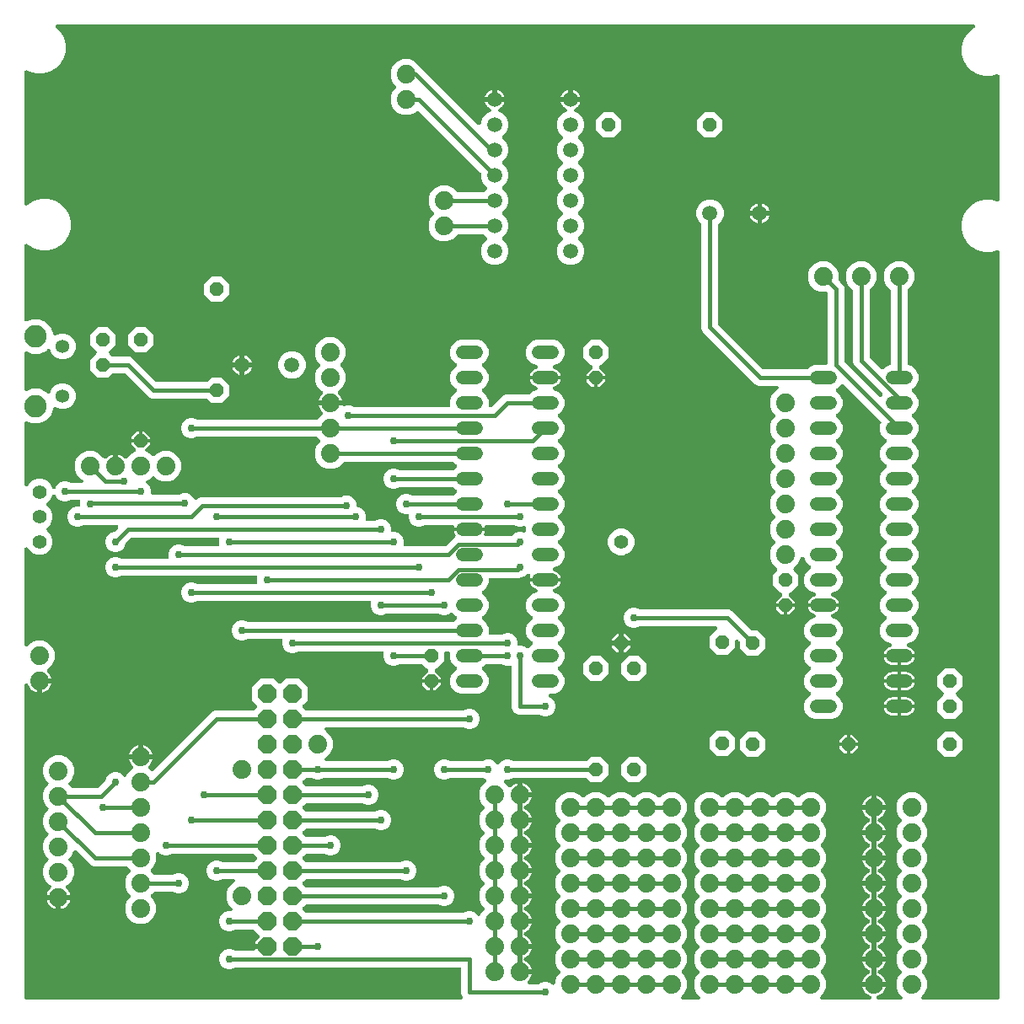
<source format=gbl>
G04 EAGLE Gerber RS-274X export*
G75*
%MOMM*%
%FSLAX34Y34*%
%LPD*%
%INBottom Copper*%
%IPPOS*%
%AMOC8*
5,1,8,0,0,1.08239X$1,22.5*%
G01*
%ADD10C,1.320800*%
%ADD11C,1.358000*%
%ADD12C,2.250000*%
%ADD13C,1.879600*%
%ADD14C,1.408000*%
%ADD15P,1.429621X8X112.500000*%
%ADD16C,1.508000*%
%ADD17P,1.429621X8X292.500000*%
%ADD18C,1.422400*%
%ADD19P,1.539592X8X292.500000*%
%ADD20P,1.429621X8X22.500000*%
%ADD21P,1.429621X8X202.500000*%
%ADD22P,2.034460X8X112.500000*%
%ADD23C,0.756400*%
%ADD24C,0.406400*%

G36*
X448426Y10162D02*
X448426Y10162D01*
X448439Y10161D01*
X448625Y10182D01*
X448813Y10201D01*
X448826Y10205D01*
X448839Y10206D01*
X449017Y10263D01*
X449198Y10319D01*
X449210Y10325D01*
X449222Y10329D01*
X449386Y10421D01*
X449552Y10511D01*
X449562Y10519D01*
X449574Y10526D01*
X449717Y10648D01*
X449861Y10768D01*
X449870Y10779D01*
X449880Y10787D01*
X449996Y10936D01*
X450114Y11082D01*
X450120Y11094D01*
X450128Y11104D01*
X450213Y11274D01*
X450299Y11439D01*
X450303Y11452D01*
X450309Y11464D01*
X450359Y11647D01*
X450410Y11826D01*
X450412Y11840D01*
X450415Y11853D01*
X450428Y12041D01*
X450443Y12228D01*
X450442Y12241D01*
X450443Y12254D01*
X450418Y12442D01*
X450396Y12627D01*
X450392Y12640D01*
X450391Y12653D01*
X450289Y12969D01*
X449071Y15909D01*
X449071Y40640D01*
X449070Y40653D01*
X449071Y40665D01*
X449070Y40669D01*
X449071Y40676D01*
X449050Y40858D01*
X449031Y41041D01*
X449026Y41058D01*
X449024Y41075D01*
X448967Y41250D01*
X448913Y41426D01*
X448905Y41441D01*
X448899Y41458D01*
X448809Y41618D01*
X448721Y41780D01*
X448710Y41793D01*
X448701Y41809D01*
X448581Y41948D01*
X448464Y42089D01*
X448450Y42100D01*
X448438Y42114D01*
X448293Y42226D01*
X448150Y42341D01*
X448134Y42349D01*
X448120Y42360D01*
X447955Y42442D01*
X447793Y42527D01*
X447776Y42532D01*
X447760Y42540D01*
X447581Y42587D01*
X447406Y42638D01*
X447388Y42640D01*
X447371Y42644D01*
X447040Y42671D01*
X287400Y42671D01*
X287369Y42668D01*
X287338Y42670D01*
X287168Y42648D01*
X286999Y42631D01*
X286970Y42622D01*
X286939Y42618D01*
X286623Y42517D01*
X286383Y42417D01*
X247017Y42417D01*
X246777Y42517D01*
X246758Y42522D01*
X246745Y42529D01*
X246736Y42532D01*
X246720Y42540D01*
X246555Y42584D01*
X246392Y42633D01*
X246361Y42636D01*
X246331Y42644D01*
X246000Y42671D01*
X222494Y42671D01*
X222463Y42668D01*
X222432Y42670D01*
X222262Y42648D01*
X222093Y42631D01*
X222064Y42622D01*
X222032Y42618D01*
X221717Y42517D01*
X217865Y40921D01*
X213935Y40921D01*
X210304Y42425D01*
X207525Y45204D01*
X206021Y48835D01*
X206021Y52765D01*
X207525Y56396D01*
X210304Y59175D01*
X213935Y60679D01*
X217865Y60679D01*
X221717Y59083D01*
X221746Y59074D01*
X221774Y59060D01*
X221939Y59016D01*
X222102Y58967D01*
X222133Y58964D01*
X222163Y58956D01*
X222494Y58929D01*
X240030Y58929D01*
X240048Y58931D01*
X240066Y58929D01*
X240248Y58950D01*
X240431Y58969D01*
X240448Y58974D01*
X240465Y58976D01*
X240640Y59033D01*
X240816Y59087D01*
X240831Y59095D01*
X240848Y59101D01*
X241008Y59191D01*
X241170Y59279D01*
X241183Y59290D01*
X241199Y59299D01*
X241338Y59419D01*
X241479Y59536D01*
X241490Y59550D01*
X241504Y59562D01*
X241616Y59707D01*
X241731Y59850D01*
X241739Y59866D01*
X241750Y59880D01*
X241832Y60045D01*
X241917Y60207D01*
X241922Y60224D01*
X241930Y60240D01*
X241977Y60419D01*
X242028Y60594D01*
X242030Y60612D01*
X242034Y60629D01*
X242061Y60960D01*
X242061Y60961D01*
X253492Y60961D01*
X253510Y60962D01*
X253527Y60961D01*
X253710Y60982D01*
X253892Y61001D01*
X253909Y61006D01*
X253927Y61008D01*
X254102Y61065D01*
X254277Y61119D01*
X254293Y61127D01*
X254310Y61133D01*
X254470Y61223D01*
X254631Y61310D01*
X254645Y61322D01*
X254661Y61331D01*
X254800Y61451D01*
X254941Y61568D01*
X254952Y61582D01*
X254965Y61594D01*
X255078Y61739D01*
X255193Y61882D01*
X255201Y61898D01*
X255212Y61912D01*
X255294Y62077D01*
X255378Y62239D01*
X255383Y62256D01*
X255391Y62272D01*
X255439Y62451D01*
X255490Y62626D01*
X255491Y62644D01*
X255496Y62661D01*
X255523Y62992D01*
X255523Y64008D01*
X255521Y64026D01*
X255523Y64044D01*
X255501Y64226D01*
X255483Y64409D01*
X255478Y64426D01*
X255476Y64443D01*
X255419Y64618D01*
X255365Y64794D01*
X255357Y64809D01*
X255351Y64826D01*
X255261Y64986D01*
X255173Y65148D01*
X255162Y65161D01*
X255153Y65177D01*
X255033Y65316D01*
X254915Y65457D01*
X254902Y65468D01*
X254890Y65482D01*
X254745Y65594D01*
X254602Y65709D01*
X254586Y65717D01*
X254572Y65728D01*
X254407Y65810D01*
X254244Y65895D01*
X254227Y65900D01*
X254211Y65908D01*
X254033Y65955D01*
X253858Y66006D01*
X253840Y66008D01*
X253823Y66012D01*
X253492Y66039D01*
X242061Y66039D01*
X242061Y68445D01*
X245865Y72249D01*
X245877Y72263D01*
X245890Y72275D01*
X246004Y72419D01*
X246120Y72561D01*
X246129Y72576D01*
X246140Y72590D01*
X246223Y72755D01*
X246309Y72916D01*
X246314Y72933D01*
X246322Y72949D01*
X246372Y73127D01*
X246424Y73302D01*
X246425Y73320D01*
X246430Y73337D01*
X246444Y73521D01*
X246460Y73703D01*
X246458Y73721D01*
X246460Y73739D01*
X246437Y73921D01*
X246417Y74104D01*
X246411Y74121D01*
X246409Y74138D01*
X246351Y74312D01*
X246295Y74487D01*
X246287Y74503D01*
X246281Y74520D01*
X246189Y74679D01*
X246100Y74840D01*
X246089Y74853D01*
X246080Y74869D01*
X245865Y75122D01*
X240811Y80176D01*
X240790Y80193D01*
X240773Y80214D01*
X240635Y80321D01*
X240499Y80431D01*
X240476Y80444D01*
X240455Y80460D01*
X240298Y80538D01*
X240144Y80620D01*
X240118Y80628D01*
X240094Y80640D01*
X239925Y80685D01*
X239758Y80735D01*
X239731Y80737D01*
X239705Y80744D01*
X239375Y80771D01*
X222494Y80771D01*
X222463Y80768D01*
X222432Y80770D01*
X222262Y80748D01*
X222093Y80731D01*
X222064Y80722D01*
X222032Y80718D01*
X221717Y80617D01*
X217865Y79021D01*
X213935Y79021D01*
X210304Y80525D01*
X207525Y83304D01*
X206021Y86935D01*
X206021Y90865D01*
X207525Y94496D01*
X210304Y97275D01*
X213935Y98779D01*
X217305Y98779D01*
X217313Y98780D01*
X217322Y98779D01*
X217514Y98800D01*
X217705Y98819D01*
X217714Y98821D01*
X217723Y98822D01*
X217905Y98880D01*
X218090Y98937D01*
X218098Y98941D01*
X218106Y98944D01*
X218275Y99037D01*
X218444Y99129D01*
X218451Y99134D01*
X218459Y99139D01*
X218606Y99263D01*
X218753Y99386D01*
X218759Y99393D01*
X218766Y99399D01*
X218885Y99550D01*
X219006Y99700D01*
X219010Y99708D01*
X219015Y99715D01*
X219103Y99887D01*
X219191Y100057D01*
X219194Y100066D01*
X219198Y100074D01*
X219250Y100260D01*
X219303Y100444D01*
X219303Y100453D01*
X219306Y100462D01*
X219320Y100655D01*
X219335Y100846D01*
X219334Y100854D01*
X219335Y100863D01*
X219311Y101056D01*
X219289Y101245D01*
X219286Y101254D01*
X219285Y101263D01*
X219223Y101446D01*
X219164Y101628D01*
X219159Y101636D01*
X219156Y101644D01*
X219060Y101811D01*
X218966Y101979D01*
X218960Y101986D01*
X218956Y101993D01*
X218741Y102246D01*
X215464Y105523D01*
X213105Y111218D01*
X213105Y117382D01*
X215464Y123077D01*
X219823Y127436D01*
X220372Y127663D01*
X220376Y127665D01*
X220381Y127667D01*
X220554Y127760D01*
X220727Y127854D01*
X220731Y127856D01*
X220735Y127859D01*
X220881Y127981D01*
X221038Y128110D01*
X221040Y128113D01*
X221044Y128116D01*
X221167Y128270D01*
X221291Y128423D01*
X221293Y128427D01*
X221296Y128430D01*
X221386Y128603D01*
X221478Y128779D01*
X221480Y128784D01*
X221482Y128787D01*
X221535Y128974D01*
X221592Y129166D01*
X221592Y129170D01*
X221593Y129174D01*
X221609Y129372D01*
X221626Y129567D01*
X221626Y129571D01*
X221626Y129576D01*
X221603Y129771D01*
X221581Y129967D01*
X221580Y129971D01*
X221579Y129975D01*
X221518Y130163D01*
X221458Y130350D01*
X221456Y130354D01*
X221454Y130358D01*
X221357Y130531D01*
X221261Y130702D01*
X221259Y130705D01*
X221256Y130709D01*
X221128Y130857D01*
X221000Y131007D01*
X220996Y131010D01*
X220993Y131014D01*
X220840Y131133D01*
X220683Y131256D01*
X220679Y131258D01*
X220675Y131260D01*
X220500Y131347D01*
X220323Y131436D01*
X220319Y131438D01*
X220315Y131440D01*
X220124Y131491D01*
X219935Y131543D01*
X219930Y131543D01*
X219926Y131544D01*
X219595Y131571D01*
X209794Y131571D01*
X209763Y131568D01*
X209732Y131570D01*
X209562Y131548D01*
X209393Y131531D01*
X209364Y131522D01*
X209332Y131518D01*
X209017Y131417D01*
X205165Y129821D01*
X201235Y129821D01*
X197604Y131325D01*
X194825Y134104D01*
X193321Y137735D01*
X193321Y141665D01*
X194825Y145296D01*
X197604Y148075D01*
X198495Y148444D01*
X201235Y149579D01*
X205165Y149579D01*
X209017Y147983D01*
X209046Y147974D01*
X209074Y147960D01*
X209239Y147916D01*
X209402Y147867D01*
X209433Y147864D01*
X209463Y147856D01*
X209794Y147829D01*
X239375Y147829D01*
X239401Y147831D01*
X239428Y147829D01*
X239602Y147851D01*
X239775Y147869D01*
X239801Y147876D01*
X239827Y147880D01*
X239993Y147935D01*
X240160Y147987D01*
X240184Y148000D01*
X240209Y148008D01*
X240360Y148095D01*
X240514Y148179D01*
X240535Y148196D01*
X240558Y148209D01*
X240811Y148424D01*
X243351Y150964D01*
X243362Y150977D01*
X243376Y150989D01*
X243490Y151133D01*
X243606Y151275D01*
X243614Y151291D01*
X243625Y151305D01*
X243709Y151469D01*
X243795Y151631D01*
X243800Y151648D01*
X243808Y151664D01*
X243857Y151841D01*
X243909Y152017D01*
X243911Y152035D01*
X243916Y152052D01*
X243929Y152235D01*
X243946Y152418D01*
X243944Y152436D01*
X243945Y152453D01*
X243922Y152635D01*
X243902Y152818D01*
X243897Y152835D01*
X243895Y152853D01*
X243836Y153026D01*
X243781Y153202D01*
X243772Y153218D01*
X243766Y153234D01*
X243675Y153394D01*
X243586Y153554D01*
X243575Y153568D01*
X243566Y153583D01*
X243351Y153836D01*
X240811Y156376D01*
X240790Y156393D01*
X240773Y156414D01*
X240635Y156521D01*
X240499Y156631D01*
X240476Y156644D01*
X240455Y156660D01*
X240298Y156738D01*
X240144Y156820D01*
X240118Y156828D01*
X240094Y156840D01*
X239925Y156885D01*
X239758Y156935D01*
X239731Y156937D01*
X239705Y156944D01*
X239375Y156971D01*
X158994Y156971D01*
X158963Y156968D01*
X158932Y156970D01*
X158762Y156948D01*
X158593Y156931D01*
X158564Y156922D01*
X158532Y156918D01*
X158217Y156817D01*
X154365Y155221D01*
X150435Y155221D01*
X146804Y156725D01*
X145789Y157740D01*
X145786Y157743D01*
X145783Y157746D01*
X145629Y157872D01*
X145478Y157995D01*
X145474Y157997D01*
X145470Y158000D01*
X145297Y158091D01*
X145122Y158184D01*
X145118Y158185D01*
X145114Y158187D01*
X144927Y158242D01*
X144736Y158299D01*
X144732Y158299D01*
X144727Y158300D01*
X144536Y158317D01*
X144335Y158335D01*
X144331Y158334D01*
X144326Y158335D01*
X144135Y158313D01*
X143935Y158292D01*
X143931Y158290D01*
X143926Y158290D01*
X143741Y158230D01*
X143551Y158170D01*
X143547Y158168D01*
X143543Y158166D01*
X143373Y158071D01*
X143199Y157975D01*
X143195Y157972D01*
X143191Y157970D01*
X143042Y157843D01*
X142892Y157715D01*
X142889Y157711D01*
X142886Y157708D01*
X142764Y157554D01*
X142642Y157399D01*
X142640Y157395D01*
X142637Y157391D01*
X142550Y157217D01*
X142460Y157040D01*
X142459Y157035D01*
X142457Y157032D01*
X142405Y156844D01*
X142352Y156652D01*
X142351Y156647D01*
X142350Y156643D01*
X142337Y156451D01*
X142322Y156250D01*
X142323Y156246D01*
X142323Y156242D01*
X142348Y156050D01*
X142373Y155851D01*
X142374Y155847D01*
X142375Y155842D01*
X142476Y155526D01*
X142495Y155482D01*
X142495Y149318D01*
X140136Y143623D01*
X137649Y141136D01*
X137638Y141123D01*
X137624Y141111D01*
X137510Y140967D01*
X137394Y140825D01*
X137386Y140809D01*
X137375Y140795D01*
X137291Y140631D01*
X137205Y140469D01*
X137200Y140452D01*
X137192Y140436D01*
X137143Y140259D01*
X137091Y140083D01*
X137089Y140065D01*
X137084Y140048D01*
X137071Y139864D01*
X137054Y139682D01*
X137056Y139664D01*
X137055Y139647D01*
X137078Y139465D01*
X137098Y139282D01*
X137103Y139265D01*
X137105Y139247D01*
X137164Y139074D01*
X137219Y138898D01*
X137228Y138882D01*
X137234Y138866D01*
X137325Y138706D01*
X137414Y138546D01*
X137426Y138532D01*
X137434Y138517D01*
X137649Y138264D01*
X140189Y135724D01*
X140210Y135707D01*
X140227Y135686D01*
X140365Y135579D01*
X140501Y135469D01*
X140524Y135456D01*
X140545Y135440D01*
X140702Y135362D01*
X140856Y135280D01*
X140882Y135272D01*
X140906Y135260D01*
X141075Y135215D01*
X141242Y135165D01*
X141269Y135163D01*
X141295Y135156D01*
X141626Y135129D01*
X158506Y135129D01*
X158537Y135132D01*
X158568Y135130D01*
X158738Y135152D01*
X158907Y135169D01*
X158936Y135178D01*
X158968Y135182D01*
X159283Y135283D01*
X163135Y136879D01*
X167065Y136879D01*
X170696Y135375D01*
X173475Y132596D01*
X174979Y128965D01*
X174979Y125035D01*
X173475Y121404D01*
X170696Y118625D01*
X168363Y117659D01*
X167065Y117121D01*
X163135Y117121D01*
X159283Y118717D01*
X159254Y118726D01*
X159226Y118740D01*
X159061Y118784D01*
X158898Y118833D01*
X158867Y118836D01*
X158837Y118844D01*
X158506Y118871D01*
X141626Y118871D01*
X141599Y118869D01*
X141572Y118871D01*
X141398Y118849D01*
X141225Y118831D01*
X141199Y118824D01*
X141173Y118820D01*
X141007Y118765D01*
X140840Y118713D01*
X140816Y118700D01*
X140791Y118692D01*
X140640Y118605D01*
X140486Y118521D01*
X140465Y118504D01*
X140442Y118491D01*
X140189Y118276D01*
X137649Y115736D01*
X137638Y115723D01*
X137624Y115711D01*
X137510Y115567D01*
X137394Y115425D01*
X137386Y115409D01*
X137375Y115395D01*
X137291Y115231D01*
X137205Y115069D01*
X137200Y115052D01*
X137192Y115036D01*
X137143Y114859D01*
X137091Y114683D01*
X137089Y114665D01*
X137084Y114648D01*
X137071Y114464D01*
X137054Y114282D01*
X137056Y114264D01*
X137055Y114247D01*
X137078Y114065D01*
X137098Y113882D01*
X137103Y113865D01*
X137105Y113847D01*
X137164Y113674D01*
X137219Y113498D01*
X137228Y113482D01*
X137234Y113466D01*
X137325Y113306D01*
X137414Y113146D01*
X137426Y113132D01*
X137434Y113117D01*
X137649Y112864D01*
X140136Y110377D01*
X142495Y104682D01*
X142495Y98518D01*
X140136Y92823D01*
X135777Y88464D01*
X132701Y87190D01*
X130082Y86105D01*
X123918Y86105D01*
X118223Y88464D01*
X113864Y92823D01*
X111505Y98518D01*
X111505Y104682D01*
X113864Y110377D01*
X116351Y112864D01*
X116362Y112878D01*
X116376Y112889D01*
X116489Y113033D01*
X116606Y113175D01*
X116614Y113191D01*
X116625Y113205D01*
X116709Y113369D01*
X116795Y113531D01*
X116800Y113548D01*
X116808Y113564D01*
X116857Y113741D01*
X116909Y113917D01*
X116911Y113935D01*
X116916Y113952D01*
X116929Y114135D01*
X116946Y114318D01*
X116944Y114336D01*
X116945Y114353D01*
X116922Y114535D01*
X116902Y114718D01*
X116897Y114735D01*
X116895Y114753D01*
X116836Y114927D01*
X116781Y115102D01*
X116772Y115118D01*
X116766Y115134D01*
X116675Y115293D01*
X116586Y115454D01*
X116574Y115468D01*
X116565Y115483D01*
X116351Y115736D01*
X113864Y118223D01*
X111505Y123918D01*
X111505Y130082D01*
X113864Y135777D01*
X116351Y138264D01*
X116362Y138278D01*
X116376Y138289D01*
X116489Y138433D01*
X116606Y138575D01*
X116614Y138591D01*
X116625Y138605D01*
X116709Y138769D01*
X116795Y138931D01*
X116800Y138948D01*
X116808Y138964D01*
X116857Y139141D01*
X116909Y139317D01*
X116911Y139335D01*
X116916Y139352D01*
X116929Y139535D01*
X116946Y139718D01*
X116944Y139736D01*
X116945Y139753D01*
X116922Y139934D01*
X116902Y140118D01*
X116897Y140135D01*
X116895Y140153D01*
X116836Y140327D01*
X116781Y140502D01*
X116772Y140518D01*
X116766Y140534D01*
X116675Y140693D01*
X116586Y140854D01*
X116574Y140868D01*
X116565Y140883D01*
X116351Y141136D01*
X113811Y143676D01*
X113790Y143693D01*
X113773Y143714D01*
X113635Y143820D01*
X113499Y143931D01*
X113476Y143944D01*
X113455Y143960D01*
X113298Y144038D01*
X113144Y144120D01*
X113118Y144128D01*
X113094Y144140D01*
X112925Y144185D01*
X112758Y144235D01*
X112731Y144237D01*
X112705Y144244D01*
X112374Y144271D01*
X79663Y144271D01*
X76675Y145509D01*
X62531Y159653D01*
X62521Y159662D01*
X62512Y159672D01*
X62365Y159789D01*
X62220Y159908D01*
X62208Y159914D01*
X62197Y159923D01*
X62031Y160008D01*
X61864Y160097D01*
X61851Y160101D01*
X61839Y160107D01*
X61659Y160158D01*
X61478Y160212D01*
X61465Y160213D01*
X61452Y160216D01*
X61266Y160231D01*
X61077Y160248D01*
X61064Y160246D01*
X61050Y160247D01*
X60866Y160225D01*
X60677Y160205D01*
X60664Y160200D01*
X60651Y160199D01*
X60474Y160140D01*
X60293Y160083D01*
X60281Y160076D01*
X60269Y160072D01*
X60106Y159979D01*
X59941Y159888D01*
X59931Y159880D01*
X59919Y159873D01*
X59777Y159749D01*
X59634Y159628D01*
X59625Y159617D01*
X59615Y159608D01*
X59501Y159460D01*
X59384Y159312D01*
X59378Y159300D01*
X59370Y159289D01*
X59218Y158994D01*
X57586Y155053D01*
X55099Y152566D01*
X55088Y152553D01*
X55074Y152541D01*
X54960Y152397D01*
X54844Y152255D01*
X54836Y152239D01*
X54825Y152225D01*
X54741Y152061D01*
X54655Y151899D01*
X54650Y151882D01*
X54642Y151866D01*
X54593Y151689D01*
X54541Y151513D01*
X54539Y151495D01*
X54534Y151478D01*
X54521Y151295D01*
X54504Y151112D01*
X54506Y151094D01*
X54505Y151077D01*
X54528Y150895D01*
X54548Y150712D01*
X54553Y150695D01*
X54555Y150677D01*
X54614Y150504D01*
X54669Y150328D01*
X54678Y150312D01*
X54684Y150296D01*
X54775Y150136D01*
X54864Y149976D01*
X54876Y149962D01*
X54884Y149947D01*
X55099Y149694D01*
X57586Y147207D01*
X59945Y141512D01*
X59945Y135348D01*
X57586Y129653D01*
X53227Y125294D01*
X53096Y125240D01*
X53084Y125234D01*
X53071Y125230D01*
X52907Y125139D01*
X52741Y125050D01*
X52731Y125041D01*
X52719Y125035D01*
X52576Y124913D01*
X52431Y124793D01*
X52422Y124783D01*
X52412Y124774D01*
X52296Y124627D01*
X52177Y124481D01*
X52171Y124469D01*
X52162Y124458D01*
X52077Y124291D01*
X51990Y124124D01*
X51986Y124111D01*
X51980Y124099D01*
X51929Y123917D01*
X51877Y123738D01*
X51876Y123725D01*
X51872Y123711D01*
X51858Y123522D01*
X51842Y123337D01*
X51844Y123323D01*
X51843Y123310D01*
X51866Y123122D01*
X51887Y122937D01*
X51891Y122924D01*
X51893Y122911D01*
X51953Y122733D01*
X52010Y122553D01*
X52017Y122542D01*
X52021Y122529D01*
X52115Y122366D01*
X52207Y122202D01*
X52216Y122192D01*
X52222Y122180D01*
X52437Y121927D01*
X53556Y120808D01*
X54661Y119287D01*
X55514Y117613D01*
X56095Y115826D01*
X56135Y115569D01*
X44958Y115569D01*
X44940Y115567D01*
X44923Y115569D01*
X44740Y115548D01*
X44558Y115529D01*
X44541Y115524D01*
X44523Y115522D01*
X44445Y115497D01*
X44308Y115536D01*
X44290Y115538D01*
X44273Y115542D01*
X43942Y115569D01*
X32765Y115569D01*
X32805Y115826D01*
X33386Y117613D01*
X34239Y119287D01*
X35344Y120808D01*
X36463Y121927D01*
X36472Y121937D01*
X36482Y121946D01*
X36599Y122093D01*
X36718Y122238D01*
X36724Y122250D01*
X36733Y122261D01*
X36819Y122429D01*
X36907Y122594D01*
X36911Y122607D01*
X36917Y122619D01*
X36968Y122800D01*
X37022Y122980D01*
X37023Y122993D01*
X37026Y123006D01*
X37041Y123192D01*
X37058Y123381D01*
X37056Y123395D01*
X37057Y123408D01*
X37035Y123593D01*
X37015Y123781D01*
X37010Y123794D01*
X37009Y123807D01*
X36950Y123985D01*
X36893Y124165D01*
X36886Y124177D01*
X36882Y124190D01*
X36789Y124353D01*
X36698Y124517D01*
X36690Y124528D01*
X36683Y124539D01*
X36559Y124682D01*
X36438Y124824D01*
X36427Y124833D01*
X36418Y124843D01*
X36269Y124958D01*
X36122Y125074D01*
X36110Y125080D01*
X36099Y125088D01*
X35804Y125240D01*
X35673Y125294D01*
X31314Y129653D01*
X28955Y135348D01*
X28955Y141512D01*
X31314Y147207D01*
X33801Y149694D01*
X33812Y149708D01*
X33826Y149719D01*
X33939Y149863D01*
X34056Y150005D01*
X34064Y150021D01*
X34075Y150035D01*
X34159Y150199D01*
X34245Y150361D01*
X34250Y150378D01*
X34258Y150394D01*
X34307Y150571D01*
X34359Y150747D01*
X34361Y150765D01*
X34366Y150782D01*
X34379Y150965D01*
X34396Y151148D01*
X34394Y151166D01*
X34395Y151183D01*
X34372Y151365D01*
X34352Y151548D01*
X34347Y151565D01*
X34345Y151583D01*
X34286Y151757D01*
X34231Y151932D01*
X34222Y151948D01*
X34216Y151964D01*
X34125Y152123D01*
X34036Y152284D01*
X34024Y152298D01*
X34015Y152313D01*
X33801Y152566D01*
X31314Y155053D01*
X28955Y160748D01*
X28955Y166912D01*
X31314Y172607D01*
X33801Y175094D01*
X33812Y175108D01*
X33826Y175119D01*
X33939Y175263D01*
X34056Y175405D01*
X34064Y175421D01*
X34075Y175435D01*
X34159Y175599D01*
X34245Y175761D01*
X34250Y175778D01*
X34258Y175794D01*
X34307Y175971D01*
X34359Y176147D01*
X34361Y176165D01*
X34366Y176182D01*
X34379Y176365D01*
X34396Y176548D01*
X34394Y176566D01*
X34395Y176583D01*
X34372Y176765D01*
X34352Y176948D01*
X34347Y176965D01*
X34345Y176983D01*
X34286Y177157D01*
X34231Y177332D01*
X34222Y177348D01*
X34216Y177364D01*
X34125Y177523D01*
X34036Y177684D01*
X34024Y177698D01*
X34015Y177713D01*
X33801Y177966D01*
X31314Y180453D01*
X28955Y186148D01*
X28955Y192312D01*
X31314Y198007D01*
X33801Y200494D01*
X33812Y200508D01*
X33826Y200519D01*
X33939Y200663D01*
X34056Y200805D01*
X34064Y200821D01*
X34075Y200835D01*
X34159Y200999D01*
X34245Y201161D01*
X34250Y201178D01*
X34258Y201194D01*
X34307Y201371D01*
X34359Y201547D01*
X34361Y201565D01*
X34366Y201582D01*
X34379Y201765D01*
X34396Y201948D01*
X34394Y201966D01*
X34395Y201983D01*
X34372Y202165D01*
X34352Y202348D01*
X34347Y202365D01*
X34345Y202383D01*
X34286Y202557D01*
X34231Y202732D01*
X34222Y202748D01*
X34216Y202764D01*
X34125Y202923D01*
X34036Y203084D01*
X34024Y203098D01*
X34015Y203113D01*
X33801Y203366D01*
X31314Y205853D01*
X28955Y211548D01*
X28955Y217712D01*
X31314Y223407D01*
X33801Y225894D01*
X33812Y225908D01*
X33826Y225919D01*
X33939Y226063D01*
X34056Y226205D01*
X34064Y226221D01*
X34075Y226235D01*
X34159Y226399D01*
X34245Y226561D01*
X34250Y226578D01*
X34258Y226594D01*
X34307Y226771D01*
X34359Y226947D01*
X34361Y226965D01*
X34366Y226982D01*
X34379Y227165D01*
X34396Y227348D01*
X34394Y227366D01*
X34395Y227383D01*
X34372Y227565D01*
X34352Y227748D01*
X34347Y227765D01*
X34345Y227783D01*
X34286Y227957D01*
X34231Y228132D01*
X34222Y228148D01*
X34216Y228164D01*
X34125Y228323D01*
X34036Y228484D01*
X34024Y228498D01*
X34015Y228513D01*
X33801Y228766D01*
X31314Y231253D01*
X28955Y236948D01*
X28955Y243112D01*
X31314Y248807D01*
X35673Y253166D01*
X37853Y254069D01*
X41368Y255525D01*
X47532Y255525D01*
X53227Y253166D01*
X57586Y248807D01*
X59945Y243112D01*
X59945Y236948D01*
X57586Y231253D01*
X55099Y228766D01*
X55088Y228753D01*
X55074Y228741D01*
X54960Y228597D01*
X54844Y228455D01*
X54836Y228439D01*
X54825Y228425D01*
X54741Y228261D01*
X54655Y228099D01*
X54650Y228082D01*
X54642Y228066D01*
X54593Y227889D01*
X54541Y227713D01*
X54539Y227695D01*
X54534Y227678D01*
X54521Y227495D01*
X54504Y227312D01*
X54506Y227294D01*
X54505Y227277D01*
X54528Y227095D01*
X54548Y226912D01*
X54553Y226895D01*
X54555Y226877D01*
X54614Y226704D01*
X54669Y226528D01*
X54678Y226512D01*
X54684Y226496D01*
X54775Y226336D01*
X54864Y226176D01*
X54876Y226162D01*
X54884Y226147D01*
X55099Y225894D01*
X57639Y223354D01*
X57660Y223337D01*
X57677Y223316D01*
X57815Y223209D01*
X57951Y223099D01*
X57974Y223086D01*
X57995Y223070D01*
X58152Y222992D01*
X58306Y222910D01*
X58332Y222902D01*
X58356Y222890D01*
X58525Y222845D01*
X58692Y222795D01*
X58719Y222793D01*
X58745Y222786D01*
X59075Y222759D01*
X83422Y222759D01*
X83448Y222761D01*
X83475Y222759D01*
X83649Y222781D01*
X83822Y222799D01*
X83848Y222806D01*
X83874Y222810D01*
X84040Y222865D01*
X84207Y222917D01*
X84231Y222930D01*
X84256Y222938D01*
X84407Y223025D01*
X84561Y223109D01*
X84582Y223126D01*
X84605Y223139D01*
X84858Y223354D01*
X91190Y229685D01*
X91209Y229709D01*
X91233Y229730D01*
X91337Y229865D01*
X91445Y229997D01*
X91459Y230024D01*
X91478Y230049D01*
X91630Y230344D01*
X93225Y234196D01*
X96004Y236975D01*
X98042Y237819D01*
X99635Y238479D01*
X103565Y238479D01*
X107196Y236975D01*
X109644Y234527D01*
X109654Y234518D01*
X109663Y234508D01*
X109810Y234391D01*
X109955Y234272D01*
X109967Y234266D01*
X109977Y234257D01*
X110144Y234172D01*
X110311Y234083D01*
X110324Y234079D01*
X110336Y234073D01*
X110515Y234022D01*
X110697Y233968D01*
X110710Y233967D01*
X110723Y233964D01*
X110909Y233949D01*
X111098Y233932D01*
X111111Y233934D01*
X111124Y233933D01*
X111309Y233955D01*
X111498Y233975D01*
X111511Y233980D01*
X111524Y233981D01*
X111701Y234040D01*
X111882Y234097D01*
X111894Y234104D01*
X111906Y234108D01*
X112070Y234201D01*
X112234Y234292D01*
X112244Y234300D01*
X112256Y234307D01*
X112399Y234431D01*
X112541Y234552D01*
X112550Y234563D01*
X112560Y234572D01*
X112674Y234720D01*
X112791Y234868D01*
X112797Y234880D01*
X112805Y234891D01*
X112957Y235186D01*
X113864Y237377D01*
X118223Y241736D01*
X118354Y241790D01*
X118366Y241796D01*
X118379Y241800D01*
X118543Y241891D01*
X118709Y241980D01*
X118719Y241989D01*
X118731Y241995D01*
X118874Y242117D01*
X119019Y242237D01*
X119028Y242247D01*
X119038Y242256D01*
X119154Y242403D01*
X119273Y242549D01*
X119279Y242561D01*
X119288Y242572D01*
X119372Y242739D01*
X119460Y242906D01*
X119464Y242919D01*
X119470Y242931D01*
X119521Y243113D01*
X119573Y243292D01*
X119574Y243305D01*
X119578Y243319D01*
X119592Y243507D01*
X119608Y243693D01*
X119606Y243707D01*
X119607Y243720D01*
X119584Y243908D01*
X119563Y244093D01*
X119559Y244106D01*
X119557Y244119D01*
X119497Y244297D01*
X119440Y244477D01*
X119433Y244488D01*
X119429Y244501D01*
X119335Y244664D01*
X119243Y244828D01*
X119234Y244838D01*
X119228Y244850D01*
X119013Y245103D01*
X117894Y246222D01*
X116789Y247743D01*
X115936Y249417D01*
X115355Y251204D01*
X115315Y251461D01*
X126492Y251461D01*
X126510Y251462D01*
X126527Y251461D01*
X126710Y251482D01*
X126892Y251501D01*
X126909Y251506D01*
X126927Y251508D01*
X127005Y251533D01*
X127142Y251494D01*
X127160Y251492D01*
X127177Y251488D01*
X127508Y251461D01*
X138685Y251461D01*
X138645Y251204D01*
X138064Y249417D01*
X137211Y247743D01*
X136106Y246222D01*
X134987Y245103D01*
X134978Y245093D01*
X134968Y245084D01*
X134851Y244937D01*
X134732Y244792D01*
X134726Y244780D01*
X134717Y244769D01*
X134631Y244601D01*
X134543Y244436D01*
X134539Y244423D01*
X134533Y244411D01*
X134482Y244230D01*
X134428Y244050D01*
X134427Y244037D01*
X134424Y244024D01*
X134409Y243837D01*
X134392Y243649D01*
X134394Y243635D01*
X134393Y243622D01*
X134415Y243437D01*
X134435Y243249D01*
X134440Y243236D01*
X134441Y243223D01*
X134500Y243045D01*
X134557Y242865D01*
X134564Y242853D01*
X134568Y242840D01*
X134661Y242677D01*
X134752Y242513D01*
X134760Y242502D01*
X134767Y242491D01*
X134891Y242348D01*
X135012Y242206D01*
X135023Y242197D01*
X135032Y242187D01*
X135181Y242072D01*
X135328Y241956D01*
X135340Y241950D01*
X135351Y241942D01*
X135646Y241790D01*
X135777Y241736D01*
X137122Y240391D01*
X137136Y240379D01*
X137148Y240366D01*
X137292Y240252D01*
X137434Y240136D01*
X137449Y240127D01*
X137464Y240116D01*
X137628Y240033D01*
X137789Y239947D01*
X137806Y239942D01*
X137822Y239934D01*
X138000Y239884D01*
X138175Y239832D01*
X138193Y239831D01*
X138210Y239826D01*
X138393Y239812D01*
X138576Y239796D01*
X138594Y239798D01*
X138612Y239796D01*
X138794Y239819D01*
X138977Y239839D01*
X138994Y239845D01*
X139011Y239847D01*
X139185Y239905D01*
X139360Y239961D01*
X139376Y239969D01*
X139393Y239975D01*
X139552Y240066D01*
X139713Y240155D01*
X139726Y240167D01*
X139742Y240176D01*
X139995Y240391D01*
X196023Y296419D01*
X198595Y298991D01*
X201583Y300229D01*
X239375Y300229D01*
X239401Y300231D01*
X239428Y300229D01*
X239602Y300251D01*
X239775Y300269D01*
X239801Y300276D01*
X239827Y300280D01*
X239993Y300335D01*
X240160Y300387D01*
X240184Y300400D01*
X240209Y300408D01*
X240361Y300495D01*
X240514Y300579D01*
X240535Y300596D01*
X240558Y300609D01*
X240811Y300824D01*
X243351Y303364D01*
X243362Y303378D01*
X243376Y303389D01*
X243489Y303533D01*
X243606Y303675D01*
X243614Y303691D01*
X243625Y303705D01*
X243709Y303869D01*
X243795Y304031D01*
X243800Y304048D01*
X243808Y304064D01*
X243857Y304241D01*
X243909Y304417D01*
X243911Y304435D01*
X243916Y304452D01*
X243929Y304635D01*
X243946Y304818D01*
X243944Y304836D01*
X243945Y304853D01*
X243922Y305035D01*
X243902Y305218D01*
X243897Y305235D01*
X243895Y305253D01*
X243836Y305427D01*
X243781Y305602D01*
X243772Y305618D01*
X243766Y305634D01*
X243675Y305794D01*
X243586Y305954D01*
X243575Y305968D01*
X243566Y305983D01*
X243351Y306236D01*
X238505Y311082D01*
X238505Y323918D01*
X247582Y332995D01*
X260418Y332995D01*
X265264Y328149D01*
X265278Y328138D01*
X265289Y328124D01*
X265433Y328010D01*
X265575Y327894D01*
X265591Y327886D01*
X265605Y327875D01*
X265769Y327791D01*
X265931Y327705D01*
X265948Y327700D01*
X265964Y327692D01*
X266141Y327643D01*
X266317Y327591D01*
X266335Y327589D01*
X266352Y327584D01*
X266535Y327571D01*
X266718Y327554D01*
X266736Y327556D01*
X266753Y327555D01*
X266935Y327578D01*
X267118Y327598D01*
X267135Y327603D01*
X267153Y327605D01*
X267327Y327664D01*
X267502Y327719D01*
X267518Y327728D01*
X267534Y327734D01*
X267694Y327825D01*
X267854Y327914D01*
X267868Y327925D01*
X267883Y327934D01*
X268136Y328149D01*
X272982Y332995D01*
X285818Y332995D01*
X294895Y323918D01*
X294895Y311082D01*
X290049Y306236D01*
X290038Y306223D01*
X290024Y306211D01*
X289910Y306067D01*
X289794Y305925D01*
X289786Y305909D01*
X289775Y305895D01*
X289691Y305730D01*
X289605Y305569D01*
X289600Y305552D01*
X289592Y305536D01*
X289543Y305359D01*
X289491Y305183D01*
X289489Y305165D01*
X289484Y305148D01*
X289471Y304965D01*
X289454Y304782D01*
X289456Y304764D01*
X289455Y304747D01*
X289478Y304565D01*
X289498Y304382D01*
X289503Y304365D01*
X289505Y304347D01*
X289564Y304173D01*
X289619Y303998D01*
X289628Y303982D01*
X289634Y303966D01*
X289725Y303806D01*
X289814Y303646D01*
X289825Y303632D01*
X289834Y303617D01*
X290049Y303364D01*
X292589Y300824D01*
X292610Y300807D01*
X292627Y300786D01*
X292765Y300679D01*
X292901Y300569D01*
X292924Y300556D01*
X292945Y300540D01*
X293102Y300462D01*
X293256Y300380D01*
X293282Y300372D01*
X293306Y300360D01*
X293475Y300315D01*
X293642Y300265D01*
X293669Y300263D01*
X293695Y300256D01*
X294025Y300229D01*
X450606Y300229D01*
X450637Y300232D01*
X450668Y300230D01*
X450838Y300252D01*
X451007Y300269D01*
X451036Y300278D01*
X451068Y300282D01*
X451383Y300383D01*
X455235Y301979D01*
X459165Y301979D01*
X462796Y300475D01*
X465575Y297696D01*
X467079Y294065D01*
X467079Y290135D01*
X465575Y286504D01*
X462796Y283725D01*
X459165Y282221D01*
X455235Y282221D01*
X451383Y283817D01*
X451354Y283826D01*
X451326Y283840D01*
X451161Y283884D01*
X450998Y283933D01*
X450967Y283936D01*
X450937Y283944D01*
X450606Y283971D01*
X313805Y283971D01*
X313800Y283971D01*
X313796Y283971D01*
X313601Y283951D01*
X313404Y283931D01*
X313400Y283930D01*
X313396Y283930D01*
X313207Y283871D01*
X313019Y283813D01*
X313015Y283811D01*
X313011Y283810D01*
X312839Y283716D01*
X312665Y283621D01*
X312662Y283619D01*
X312658Y283616D01*
X312507Y283490D01*
X312356Y283364D01*
X312353Y283360D01*
X312350Y283357D01*
X312226Y283202D01*
X312104Y283050D01*
X312102Y283046D01*
X312099Y283042D01*
X312008Y282865D01*
X311918Y282693D01*
X311917Y282688D01*
X311915Y282684D01*
X311861Y282492D01*
X311807Y282306D01*
X311806Y282301D01*
X311805Y282297D01*
X311790Y282101D01*
X311774Y281904D01*
X311775Y281900D01*
X311774Y281896D01*
X311798Y281701D01*
X311821Y281505D01*
X311822Y281500D01*
X311823Y281496D01*
X311885Y281307D01*
X311946Y281122D01*
X311948Y281118D01*
X311949Y281114D01*
X312047Y280942D01*
X312144Y280771D01*
X312147Y280768D01*
X312149Y280764D01*
X312280Y280614D01*
X312407Y280467D01*
X312410Y280464D01*
X312413Y280460D01*
X312571Y280339D01*
X312725Y280220D01*
X312729Y280218D01*
X312732Y280215D01*
X313028Y280063D01*
X313577Y279836D01*
X317936Y275477D01*
X320295Y269782D01*
X320295Y263618D01*
X317936Y257923D01*
X313577Y253564D01*
X313028Y253337D01*
X313024Y253335D01*
X313019Y253333D01*
X312846Y253239D01*
X312673Y253146D01*
X312669Y253144D01*
X312665Y253141D01*
X312516Y253017D01*
X312362Y252890D01*
X312360Y252887D01*
X312356Y252884D01*
X312234Y252732D01*
X312109Y252577D01*
X312107Y252573D01*
X312104Y252570D01*
X312015Y252398D01*
X311922Y252221D01*
X311920Y252216D01*
X311918Y252213D01*
X311864Y252024D01*
X311808Y251835D01*
X311808Y251830D01*
X311807Y251826D01*
X311790Y251624D01*
X311774Y251433D01*
X311774Y251429D01*
X311774Y251424D01*
X311797Y251229D01*
X311819Y251033D01*
X311820Y251029D01*
X311821Y251025D01*
X311882Y250838D01*
X311942Y250650D01*
X311944Y250646D01*
X311946Y250642D01*
X312042Y250471D01*
X312138Y250299D01*
X312141Y250295D01*
X312144Y250291D01*
X312273Y250141D01*
X312400Y249993D01*
X312404Y249990D01*
X312407Y249986D01*
X312562Y249866D01*
X312717Y249744D01*
X312721Y249742D01*
X312725Y249740D01*
X312904Y249651D01*
X313077Y249564D01*
X313081Y249562D01*
X313085Y249560D01*
X313281Y249508D01*
X313465Y249457D01*
X313470Y249457D01*
X313474Y249456D01*
X313805Y249429D01*
X374406Y249429D01*
X374437Y249432D01*
X374468Y249430D01*
X374638Y249452D01*
X374807Y249469D01*
X374836Y249478D01*
X374868Y249482D01*
X375183Y249583D01*
X379035Y251179D01*
X382965Y251179D01*
X386596Y249675D01*
X389375Y246896D01*
X390879Y243265D01*
X390879Y239335D01*
X389375Y235704D01*
X386596Y232925D01*
X382965Y231421D01*
X379035Y231421D01*
X375183Y233017D01*
X375154Y233026D01*
X375126Y233040D01*
X374961Y233084D01*
X374798Y233133D01*
X374767Y233136D01*
X374737Y233144D01*
X374406Y233171D01*
X311394Y233171D01*
X311363Y233168D01*
X311332Y233170D01*
X311162Y233148D01*
X310993Y233131D01*
X310964Y233122D01*
X310932Y233118D01*
X310617Y233017D01*
X306765Y231421D01*
X302835Y231421D01*
X298983Y233017D01*
X298954Y233026D01*
X298926Y233040D01*
X298761Y233084D01*
X298598Y233133D01*
X298567Y233136D01*
X298537Y233144D01*
X298206Y233171D01*
X294025Y233171D01*
X293999Y233169D01*
X293972Y233171D01*
X293798Y233149D01*
X293625Y233131D01*
X293599Y233124D01*
X293573Y233120D01*
X293407Y233065D01*
X293240Y233013D01*
X293216Y233000D01*
X293191Y232992D01*
X293039Y232905D01*
X292886Y232821D01*
X292865Y232804D01*
X292842Y232791D01*
X292589Y232576D01*
X290049Y230036D01*
X290038Y230022D01*
X290024Y230011D01*
X289911Y229867D01*
X289794Y229725D01*
X289786Y229709D01*
X289775Y229695D01*
X289691Y229530D01*
X289605Y229369D01*
X289600Y229352D01*
X289592Y229336D01*
X289543Y229159D01*
X289491Y228983D01*
X289489Y228965D01*
X289484Y228948D01*
X289471Y228765D01*
X289454Y228582D01*
X289456Y228564D01*
X289455Y228547D01*
X289478Y228365D01*
X289498Y228182D01*
X289503Y228165D01*
X289505Y228147D01*
X289564Y227973D01*
X289619Y227798D01*
X289628Y227782D01*
X289634Y227766D01*
X289725Y227607D01*
X289814Y227446D01*
X289826Y227432D01*
X289834Y227417D01*
X290049Y227164D01*
X292589Y224624D01*
X292610Y224607D01*
X292627Y224586D01*
X292765Y224480D01*
X292901Y224369D01*
X292924Y224356D01*
X292945Y224340D01*
X293102Y224262D01*
X293256Y224180D01*
X293282Y224172D01*
X293306Y224160D01*
X293475Y224115D01*
X293642Y224065D01*
X293669Y224063D01*
X293695Y224056D01*
X294025Y224029D01*
X349006Y224029D01*
X349037Y224032D01*
X349068Y224030D01*
X349238Y224052D01*
X349407Y224069D01*
X349436Y224078D01*
X349468Y224082D01*
X349783Y224183D01*
X353635Y225779D01*
X357565Y225779D01*
X361196Y224275D01*
X363975Y221496D01*
X365479Y217865D01*
X365479Y213935D01*
X363975Y210304D01*
X361196Y207525D01*
X357565Y206021D01*
X353635Y206021D01*
X349783Y207617D01*
X349754Y207626D01*
X349726Y207640D01*
X349561Y207684D01*
X349398Y207733D01*
X349367Y207736D01*
X349337Y207744D01*
X349006Y207771D01*
X294025Y207771D01*
X293999Y207769D01*
X293972Y207771D01*
X293798Y207749D01*
X293625Y207731D01*
X293599Y207724D01*
X293573Y207720D01*
X293407Y207665D01*
X293240Y207613D01*
X293216Y207600D01*
X293191Y207592D01*
X293039Y207505D01*
X292886Y207421D01*
X292865Y207404D01*
X292842Y207391D01*
X292589Y207176D01*
X290049Y204636D01*
X290038Y204622D01*
X290024Y204611D01*
X289911Y204467D01*
X289794Y204325D01*
X289786Y204309D01*
X289775Y204295D01*
X289691Y204130D01*
X289605Y203969D01*
X289600Y203952D01*
X289592Y203936D01*
X289543Y203759D01*
X289491Y203583D01*
X289489Y203565D01*
X289484Y203548D01*
X289471Y203365D01*
X289454Y203182D01*
X289456Y203164D01*
X289455Y203147D01*
X289478Y202965D01*
X289498Y202782D01*
X289503Y202765D01*
X289505Y202747D01*
X289564Y202573D01*
X289619Y202398D01*
X289628Y202382D01*
X289634Y202366D01*
X289725Y202207D01*
X289814Y202046D01*
X289826Y202032D01*
X289834Y202017D01*
X290049Y201764D01*
X292589Y199224D01*
X292610Y199207D01*
X292627Y199186D01*
X292765Y199080D01*
X292901Y198969D01*
X292924Y198956D01*
X292945Y198940D01*
X293102Y198862D01*
X293256Y198780D01*
X293282Y198772D01*
X293306Y198760D01*
X293475Y198715D01*
X293642Y198665D01*
X293669Y198663D01*
X293695Y198656D01*
X294025Y198629D01*
X361706Y198629D01*
X361737Y198632D01*
X361768Y198630D01*
X361938Y198652D01*
X362107Y198669D01*
X362136Y198678D01*
X362168Y198682D01*
X362483Y198783D01*
X366335Y200379D01*
X370265Y200379D01*
X373896Y198875D01*
X376675Y196096D01*
X378179Y192465D01*
X378179Y188535D01*
X376675Y184904D01*
X373896Y182125D01*
X370265Y180621D01*
X366335Y180621D01*
X362483Y182217D01*
X362454Y182226D01*
X362426Y182240D01*
X362261Y182284D01*
X362098Y182333D01*
X362067Y182336D01*
X362037Y182344D01*
X361706Y182371D01*
X294025Y182371D01*
X293999Y182369D01*
X293972Y182371D01*
X293798Y182349D01*
X293625Y182331D01*
X293599Y182324D01*
X293573Y182320D01*
X293407Y182265D01*
X293240Y182213D01*
X293216Y182200D01*
X293191Y182192D01*
X293039Y182105D01*
X292886Y182021D01*
X292865Y182004D01*
X292842Y181991D01*
X292589Y181776D01*
X290049Y179236D01*
X290038Y179222D01*
X290024Y179211D01*
X289911Y179067D01*
X289794Y178925D01*
X289786Y178909D01*
X289775Y178895D01*
X289691Y178730D01*
X289605Y178569D01*
X289600Y178552D01*
X289592Y178536D01*
X289543Y178359D01*
X289491Y178183D01*
X289489Y178165D01*
X289484Y178148D01*
X289471Y177965D01*
X289454Y177782D01*
X289456Y177764D01*
X289455Y177747D01*
X289478Y177565D01*
X289498Y177382D01*
X289503Y177365D01*
X289505Y177347D01*
X289564Y177173D01*
X289619Y176998D01*
X289628Y176982D01*
X289634Y176966D01*
X289725Y176807D01*
X289814Y176646D01*
X289826Y176632D01*
X289834Y176617D01*
X290049Y176364D01*
X292589Y173824D01*
X292610Y173807D01*
X292627Y173786D01*
X292765Y173680D01*
X292901Y173569D01*
X292924Y173556D01*
X292945Y173540D01*
X293102Y173462D01*
X293256Y173380D01*
X293282Y173372D01*
X293306Y173360D01*
X293475Y173315D01*
X293642Y173265D01*
X293669Y173263D01*
X293695Y173256D01*
X294025Y173229D01*
X310906Y173229D01*
X310937Y173232D01*
X310968Y173230D01*
X311138Y173252D01*
X311307Y173269D01*
X311336Y173278D01*
X311368Y173282D01*
X311683Y173383D01*
X315224Y174850D01*
X315535Y174979D01*
X319465Y174979D01*
X323096Y173475D01*
X325875Y170696D01*
X327379Y167065D01*
X327379Y163135D01*
X325875Y159504D01*
X323096Y156725D01*
X319465Y155221D01*
X315535Y155221D01*
X311683Y156817D01*
X311654Y156826D01*
X311626Y156840D01*
X311461Y156884D01*
X311298Y156933D01*
X311267Y156936D01*
X311237Y156944D01*
X310906Y156971D01*
X294025Y156971D01*
X293999Y156969D01*
X293972Y156971D01*
X293798Y156949D01*
X293625Y156931D01*
X293599Y156924D01*
X293573Y156920D01*
X293407Y156865D01*
X293240Y156813D01*
X293216Y156800D01*
X293191Y156792D01*
X293039Y156705D01*
X292886Y156621D01*
X292865Y156604D01*
X292842Y156591D01*
X292589Y156376D01*
X290049Y153836D01*
X290038Y153822D01*
X290024Y153811D01*
X289910Y153667D01*
X289794Y153525D01*
X289786Y153509D01*
X289775Y153495D01*
X289691Y153330D01*
X289605Y153169D01*
X289600Y153152D01*
X289592Y153136D01*
X289543Y152959D01*
X289491Y152783D01*
X289489Y152765D01*
X289484Y152748D01*
X289471Y152565D01*
X289454Y152382D01*
X289456Y152364D01*
X289455Y152347D01*
X289478Y152165D01*
X289498Y151982D01*
X289503Y151965D01*
X289505Y151947D01*
X289564Y151773D01*
X289619Y151598D01*
X289628Y151582D01*
X289634Y151566D01*
X289725Y151406D01*
X289814Y151246D01*
X289825Y151232D01*
X289834Y151217D01*
X290049Y150964D01*
X292589Y148424D01*
X292610Y148407D01*
X292627Y148386D01*
X292765Y148279D01*
X292901Y148169D01*
X292924Y148156D01*
X292945Y148140D01*
X293102Y148062D01*
X293256Y147980D01*
X293282Y147972D01*
X293306Y147960D01*
X293475Y147915D01*
X293642Y147865D01*
X293669Y147863D01*
X293695Y147856D01*
X294025Y147829D01*
X387106Y147829D01*
X387137Y147832D01*
X387168Y147830D01*
X387338Y147852D01*
X387507Y147869D01*
X387536Y147878D01*
X387568Y147882D01*
X387883Y147983D01*
X391735Y149579D01*
X395665Y149579D01*
X399296Y148075D01*
X402075Y145296D01*
X403579Y141665D01*
X403579Y137735D01*
X402075Y134104D01*
X399296Y131325D01*
X395665Y129821D01*
X391735Y129821D01*
X387883Y131417D01*
X387854Y131426D01*
X387826Y131440D01*
X387661Y131484D01*
X387498Y131533D01*
X387467Y131536D01*
X387437Y131544D01*
X387106Y131571D01*
X294025Y131571D01*
X293999Y131569D01*
X293972Y131571D01*
X293798Y131549D01*
X293625Y131531D01*
X293599Y131524D01*
X293573Y131520D01*
X293407Y131464D01*
X293240Y131413D01*
X293216Y131400D01*
X293191Y131392D01*
X293040Y131305D01*
X292886Y131221D01*
X292865Y131204D01*
X292842Y131191D01*
X292589Y130976D01*
X290049Y128436D01*
X290038Y128422D01*
X290024Y128411D01*
X289911Y128267D01*
X289794Y128125D01*
X289786Y128109D01*
X289775Y128095D01*
X289691Y127931D01*
X289605Y127769D01*
X289600Y127752D01*
X289592Y127736D01*
X289543Y127559D01*
X289491Y127383D01*
X289489Y127365D01*
X289484Y127348D01*
X289471Y127165D01*
X289454Y126982D01*
X289456Y126964D01*
X289455Y126947D01*
X289478Y126764D01*
X289498Y126582D01*
X289503Y126565D01*
X289505Y126547D01*
X289564Y126372D01*
X289619Y126198D01*
X289628Y126182D01*
X289634Y126166D01*
X289725Y126007D01*
X289814Y125846D01*
X289826Y125832D01*
X289834Y125817D01*
X290049Y125564D01*
X292589Y123024D01*
X292610Y123007D01*
X292627Y122986D01*
X292765Y122880D01*
X292901Y122769D01*
X292924Y122756D01*
X292945Y122740D01*
X293102Y122662D01*
X293256Y122580D01*
X293282Y122572D01*
X293306Y122560D01*
X293475Y122515D01*
X293642Y122465D01*
X293669Y122463D01*
X293695Y122456D01*
X294025Y122429D01*
X425206Y122429D01*
X425237Y122432D01*
X425268Y122430D01*
X425438Y122452D01*
X425607Y122469D01*
X425636Y122478D01*
X425668Y122482D01*
X425983Y122583D01*
X429835Y124179D01*
X433765Y124179D01*
X437396Y122675D01*
X440175Y119896D01*
X441679Y116265D01*
X441679Y112335D01*
X440175Y108704D01*
X437396Y105925D01*
X433765Y104421D01*
X429835Y104421D01*
X425983Y106017D01*
X425954Y106026D01*
X425926Y106040D01*
X425761Y106084D01*
X425598Y106133D01*
X425567Y106136D01*
X425537Y106144D01*
X425206Y106171D01*
X294025Y106171D01*
X293999Y106169D01*
X293972Y106171D01*
X293798Y106149D01*
X293625Y106131D01*
X293599Y106124D01*
X293573Y106120D01*
X293407Y106065D01*
X293240Y106013D01*
X293216Y106000D01*
X293191Y105992D01*
X293039Y105905D01*
X292886Y105821D01*
X292865Y105804D01*
X292842Y105791D01*
X292589Y105576D01*
X290049Y103036D01*
X290038Y103022D01*
X290024Y103011D01*
X289911Y102867D01*
X289794Y102725D01*
X289786Y102709D01*
X289775Y102695D01*
X289691Y102530D01*
X289605Y102369D01*
X289600Y102352D01*
X289592Y102336D01*
X289543Y102159D01*
X289491Y101983D01*
X289489Y101965D01*
X289484Y101948D01*
X289471Y101765D01*
X289454Y101582D01*
X289456Y101564D01*
X289455Y101547D01*
X289478Y101365D01*
X289498Y101182D01*
X289503Y101165D01*
X289505Y101147D01*
X289564Y100973D01*
X289619Y100798D01*
X289628Y100782D01*
X289634Y100766D01*
X289725Y100607D01*
X289814Y100446D01*
X289826Y100432D01*
X289834Y100417D01*
X290049Y100164D01*
X292589Y97624D01*
X292610Y97607D01*
X292627Y97586D01*
X292765Y97480D01*
X292901Y97369D01*
X292924Y97356D01*
X292945Y97340D01*
X293102Y97262D01*
X293256Y97180D01*
X293282Y97172D01*
X293306Y97160D01*
X293475Y97115D01*
X293642Y97065D01*
X293669Y97063D01*
X293695Y97056D01*
X294025Y97029D01*
X450606Y97029D01*
X450637Y97032D01*
X450668Y97030D01*
X450838Y97052D01*
X451007Y97069D01*
X451036Y97078D01*
X451068Y97082D01*
X451383Y97183D01*
X455235Y98779D01*
X459165Y98779D01*
X462796Y97275D01*
X465244Y94827D01*
X465254Y94818D01*
X465263Y94808D01*
X465410Y94691D01*
X465555Y94572D01*
X465567Y94566D01*
X465577Y94557D01*
X465744Y94472D01*
X465911Y94383D01*
X465924Y94379D01*
X465936Y94373D01*
X466115Y94322D01*
X466297Y94268D01*
X466310Y94267D01*
X466323Y94264D01*
X466509Y94249D01*
X466698Y94232D01*
X466711Y94234D01*
X466724Y94233D01*
X466909Y94255D01*
X467098Y94275D01*
X467111Y94280D01*
X467124Y94281D01*
X467301Y94340D01*
X467482Y94397D01*
X467494Y94404D01*
X467506Y94408D01*
X467670Y94501D01*
X467834Y94592D01*
X467844Y94600D01*
X467856Y94607D01*
X467999Y94731D01*
X468141Y94852D01*
X468150Y94863D01*
X468160Y94872D01*
X468274Y95020D01*
X468391Y95168D01*
X468397Y95180D01*
X468405Y95191D01*
X468557Y95486D01*
X469464Y97677D01*
X471951Y100164D01*
X471962Y100177D01*
X471976Y100189D01*
X472090Y100333D01*
X472206Y100475D01*
X472214Y100491D01*
X472225Y100505D01*
X472309Y100669D01*
X472395Y100831D01*
X472400Y100848D01*
X472408Y100864D01*
X472457Y101041D01*
X472509Y101217D01*
X472511Y101235D01*
X472516Y101252D01*
X472529Y101434D01*
X472546Y101618D01*
X472544Y101636D01*
X472545Y101653D01*
X472522Y101835D01*
X472502Y102018D01*
X472497Y102035D01*
X472495Y102053D01*
X472436Y102226D01*
X472381Y102402D01*
X472372Y102418D01*
X472366Y102434D01*
X472275Y102594D01*
X472186Y102754D01*
X472174Y102768D01*
X472166Y102783D01*
X471951Y103036D01*
X469464Y105523D01*
X467105Y111218D01*
X467105Y117382D01*
X469464Y123077D01*
X471951Y125564D01*
X471962Y125577D01*
X471976Y125589D01*
X472090Y125733D01*
X472206Y125875D01*
X472214Y125891D01*
X472225Y125905D01*
X472309Y126069D01*
X472395Y126231D01*
X472400Y126248D01*
X472408Y126264D01*
X472457Y126441D01*
X472509Y126617D01*
X472511Y126635D01*
X472516Y126652D01*
X472529Y126835D01*
X472546Y127018D01*
X472544Y127036D01*
X472545Y127053D01*
X472522Y127235D01*
X472502Y127418D01*
X472497Y127435D01*
X472495Y127453D01*
X472436Y127626D01*
X472381Y127802D01*
X472372Y127818D01*
X472366Y127834D01*
X472275Y127994D01*
X472186Y128154D01*
X472174Y128168D01*
X472166Y128183D01*
X471951Y128436D01*
X469464Y130923D01*
X467105Y136618D01*
X467105Y142782D01*
X469464Y148477D01*
X471951Y150964D01*
X471962Y150977D01*
X471976Y150989D01*
X472090Y151133D01*
X472206Y151275D01*
X472214Y151291D01*
X472225Y151305D01*
X472309Y151469D01*
X472395Y151631D01*
X472400Y151648D01*
X472408Y151664D01*
X472457Y151841D01*
X472509Y152017D01*
X472511Y152035D01*
X472516Y152052D01*
X472529Y152235D01*
X472546Y152418D01*
X472544Y152436D01*
X472545Y152453D01*
X472522Y152635D01*
X472502Y152818D01*
X472497Y152835D01*
X472495Y152853D01*
X472436Y153026D01*
X472381Y153202D01*
X472372Y153218D01*
X472366Y153234D01*
X472275Y153394D01*
X472186Y153554D01*
X472174Y153568D01*
X472166Y153583D01*
X471951Y153836D01*
X469464Y156323D01*
X467105Y162018D01*
X467105Y168182D01*
X469464Y173877D01*
X471951Y176364D01*
X471962Y176377D01*
X471976Y176389D01*
X472090Y176533D01*
X472206Y176675D01*
X472214Y176691D01*
X472225Y176705D01*
X472309Y176869D01*
X472395Y177031D01*
X472400Y177048D01*
X472408Y177064D01*
X472457Y177241D01*
X472509Y177417D01*
X472511Y177435D01*
X472516Y177452D01*
X472529Y177635D01*
X472546Y177818D01*
X472544Y177836D01*
X472545Y177853D01*
X472522Y178035D01*
X472502Y178218D01*
X472497Y178235D01*
X472495Y178253D01*
X472436Y178426D01*
X472381Y178602D01*
X472372Y178618D01*
X472366Y178634D01*
X472275Y178794D01*
X472186Y178954D01*
X472174Y178968D01*
X472166Y178983D01*
X471951Y179236D01*
X469464Y181723D01*
X467105Y187418D01*
X467105Y193582D01*
X469464Y199277D01*
X471951Y201764D01*
X471962Y201777D01*
X471976Y201789D01*
X472090Y201933D01*
X472206Y202075D01*
X472214Y202091D01*
X472225Y202105D01*
X472309Y202269D01*
X472395Y202431D01*
X472400Y202448D01*
X472408Y202464D01*
X472457Y202641D01*
X472509Y202817D01*
X472511Y202835D01*
X472516Y202852D01*
X472529Y203035D01*
X472546Y203218D01*
X472544Y203236D01*
X472545Y203253D01*
X472522Y203435D01*
X472502Y203618D01*
X472497Y203635D01*
X472495Y203653D01*
X472436Y203826D01*
X472381Y204002D01*
X472372Y204018D01*
X472366Y204034D01*
X472275Y204194D01*
X472186Y204354D01*
X472174Y204368D01*
X472166Y204383D01*
X471951Y204636D01*
X469464Y207123D01*
X467105Y212818D01*
X467105Y218982D01*
X469464Y224677D01*
X473495Y228708D01*
X473504Y228719D01*
X473514Y228727D01*
X473631Y228874D01*
X473751Y229020D01*
X473757Y229032D01*
X473765Y229042D01*
X473851Y229209D01*
X473939Y229376D01*
X473943Y229388D01*
X473949Y229400D01*
X474000Y229580D01*
X474054Y229761D01*
X474055Y229775D01*
X474059Y229788D01*
X474073Y229973D01*
X474090Y230162D01*
X474089Y230176D01*
X474090Y230189D01*
X474067Y230374D01*
X474047Y230563D01*
X474043Y230576D01*
X474041Y230589D01*
X473983Y230766D01*
X473925Y230947D01*
X473919Y230958D01*
X473915Y230971D01*
X473822Y231134D01*
X473731Y231299D01*
X473722Y231309D01*
X473715Y231321D01*
X473591Y231463D01*
X473470Y231606D01*
X473460Y231614D01*
X473451Y231624D01*
X473302Y231739D01*
X473154Y231855D01*
X473142Y231862D01*
X473132Y231870D01*
X472836Y232021D01*
X470433Y233017D01*
X470404Y233026D01*
X470376Y233040D01*
X470211Y233084D01*
X470048Y233133D01*
X470017Y233136D01*
X469987Y233144D01*
X469656Y233171D01*
X438394Y233171D01*
X438363Y233168D01*
X438332Y233170D01*
X438162Y233148D01*
X437993Y233131D01*
X437964Y233122D01*
X437932Y233118D01*
X437617Y233017D01*
X433765Y231421D01*
X429835Y231421D01*
X426204Y232925D01*
X423425Y235704D01*
X421921Y239335D01*
X421921Y243265D01*
X423425Y246896D01*
X426204Y249675D01*
X427004Y250006D01*
X429835Y251179D01*
X433765Y251179D01*
X437617Y249583D01*
X437646Y249574D01*
X437674Y249560D01*
X437839Y249516D01*
X438002Y249467D01*
X438033Y249464D01*
X438063Y249456D01*
X438394Y249429D01*
X469656Y249429D01*
X469687Y249432D01*
X469718Y249430D01*
X469888Y249452D01*
X470057Y249469D01*
X470086Y249478D01*
X470118Y249482D01*
X470433Y249583D01*
X474285Y251179D01*
X478215Y251179D01*
X481846Y249675D01*
X484339Y247182D01*
X484353Y247171D01*
X484364Y247157D01*
X484508Y247044D01*
X484650Y246927D01*
X484666Y246919D01*
X484680Y246907D01*
X484844Y246824D01*
X485006Y246738D01*
X485023Y246733D01*
X485039Y246725D01*
X485216Y246676D01*
X485392Y246623D01*
X485410Y246622D01*
X485427Y246617D01*
X485610Y246604D01*
X485793Y246587D01*
X485811Y246589D01*
X485828Y246588D01*
X486010Y246611D01*
X486193Y246630D01*
X486210Y246636D01*
X486228Y246638D01*
X486402Y246696D01*
X486577Y246752D01*
X486593Y246761D01*
X486609Y246766D01*
X486768Y246858D01*
X486929Y246947D01*
X486943Y246958D01*
X486958Y246967D01*
X487211Y247182D01*
X489704Y249675D01*
X490504Y250006D01*
X493335Y251179D01*
X497265Y251179D01*
X501117Y249583D01*
X501146Y249574D01*
X501174Y249560D01*
X501339Y249516D01*
X501502Y249467D01*
X501533Y249464D01*
X501563Y249456D01*
X501894Y249429D01*
X573526Y249429D01*
X573552Y249431D01*
X573579Y249429D01*
X573753Y249451D01*
X573926Y249469D01*
X573952Y249476D01*
X573979Y249480D01*
X574144Y249536D01*
X574311Y249587D01*
X574335Y249600D01*
X574360Y249608D01*
X574512Y249695D01*
X574665Y249779D01*
X574686Y249796D01*
X574709Y249809D01*
X574962Y250024D01*
X578939Y254001D01*
X589461Y254001D01*
X596901Y246561D01*
X596901Y236039D01*
X589461Y228599D01*
X578939Y228599D01*
X574962Y232576D01*
X574941Y232593D01*
X574924Y232614D01*
X574786Y232721D01*
X574651Y232831D01*
X574627Y232844D01*
X574606Y232860D01*
X574449Y232938D01*
X574295Y233020D01*
X574269Y233028D01*
X574245Y233040D01*
X574076Y233085D01*
X573909Y233135D01*
X573882Y233137D01*
X573857Y233144D01*
X573526Y233171D01*
X501894Y233171D01*
X501863Y233168D01*
X501832Y233170D01*
X501662Y233148D01*
X501493Y233131D01*
X501464Y233122D01*
X501432Y233118D01*
X501117Y233017D01*
X497265Y231421D01*
X493895Y231421D01*
X493887Y231420D01*
X493878Y231421D01*
X493686Y231400D01*
X493495Y231381D01*
X493486Y231379D01*
X493477Y231378D01*
X493295Y231320D01*
X493110Y231263D01*
X493102Y231259D01*
X493094Y231256D01*
X492925Y231163D01*
X492756Y231071D01*
X492749Y231066D01*
X492741Y231061D01*
X492594Y230937D01*
X492447Y230814D01*
X492441Y230807D01*
X492434Y230801D01*
X492315Y230650D01*
X492194Y230500D01*
X492190Y230492D01*
X492185Y230485D01*
X492097Y230312D01*
X492009Y230143D01*
X492006Y230134D01*
X492002Y230126D01*
X491950Y229940D01*
X491897Y229756D01*
X491897Y229747D01*
X491894Y229738D01*
X491880Y229545D01*
X491865Y229354D01*
X491866Y229346D01*
X491865Y229337D01*
X491889Y229144D01*
X491911Y228955D01*
X491914Y228946D01*
X491915Y228937D01*
X491977Y228754D01*
X492036Y228572D01*
X492041Y228564D01*
X492044Y228556D01*
X492140Y228387D01*
X492234Y228221D01*
X492240Y228214D01*
X492244Y228207D01*
X492459Y227954D01*
X495736Y224677D01*
X495790Y224546D01*
X495796Y224534D01*
X495800Y224521D01*
X495891Y224357D01*
X495980Y224191D01*
X495989Y224181D01*
X495995Y224169D01*
X496117Y224026D01*
X496237Y223881D01*
X496247Y223872D01*
X496256Y223862D01*
X496403Y223746D01*
X496549Y223627D01*
X496561Y223621D01*
X496572Y223612D01*
X496739Y223527D01*
X496906Y223440D01*
X496919Y223436D01*
X496931Y223430D01*
X497113Y223379D01*
X497292Y223327D01*
X497305Y223326D01*
X497319Y223322D01*
X497508Y223308D01*
X497693Y223292D01*
X497707Y223294D01*
X497720Y223293D01*
X497908Y223316D01*
X498093Y223337D01*
X498106Y223341D01*
X498119Y223343D01*
X498297Y223403D01*
X498477Y223460D01*
X498488Y223467D01*
X498501Y223471D01*
X498663Y223565D01*
X498828Y223657D01*
X498838Y223666D01*
X498850Y223672D01*
X499103Y223887D01*
X500222Y225006D01*
X501743Y226111D01*
X503417Y226964D01*
X505204Y227545D01*
X505461Y227585D01*
X505461Y216408D01*
X505462Y216390D01*
X505461Y216373D01*
X505482Y216190D01*
X505501Y216008D01*
X505506Y215990D01*
X505508Y215973D01*
X505533Y215895D01*
X505494Y215758D01*
X505492Y215740D01*
X505488Y215723D01*
X505461Y215392D01*
X505461Y191008D01*
X505462Y190990D01*
X505461Y190973D01*
X505482Y190790D01*
X505501Y190608D01*
X505506Y190591D01*
X505508Y190573D01*
X505533Y190495D01*
X505494Y190358D01*
X505492Y190340D01*
X505488Y190323D01*
X505461Y189992D01*
X505461Y165608D01*
X505462Y165590D01*
X505461Y165573D01*
X505482Y165390D01*
X505501Y165208D01*
X505506Y165191D01*
X505508Y165173D01*
X505533Y165095D01*
X505494Y164958D01*
X505492Y164940D01*
X505488Y164923D01*
X505461Y164592D01*
X505461Y140208D01*
X505462Y140190D01*
X505461Y140173D01*
X505482Y139990D01*
X505501Y139808D01*
X505506Y139791D01*
X505508Y139773D01*
X505533Y139695D01*
X505494Y139558D01*
X505492Y139540D01*
X505488Y139523D01*
X505461Y139192D01*
X505461Y114808D01*
X505462Y114790D01*
X505461Y114773D01*
X505482Y114590D01*
X505501Y114408D01*
X505506Y114391D01*
X505508Y114373D01*
X505533Y114295D01*
X505494Y114158D01*
X505492Y114140D01*
X505488Y114123D01*
X505461Y113792D01*
X505461Y89408D01*
X505462Y89390D01*
X505461Y89373D01*
X505482Y89190D01*
X505501Y89008D01*
X505506Y88991D01*
X505508Y88973D01*
X505533Y88895D01*
X505494Y88758D01*
X505492Y88740D01*
X505488Y88723D01*
X505461Y88392D01*
X505461Y64008D01*
X505462Y63990D01*
X505461Y63973D01*
X505482Y63790D01*
X505501Y63608D01*
X505506Y63591D01*
X505508Y63573D01*
X505533Y63495D01*
X505494Y63358D01*
X505492Y63340D01*
X505488Y63323D01*
X505461Y62992D01*
X505461Y38608D01*
X505462Y38590D01*
X505461Y38573D01*
X505482Y38390D01*
X505501Y38208D01*
X505506Y38191D01*
X505508Y38173D01*
X505565Y37998D01*
X505619Y37823D01*
X505627Y37807D01*
X505633Y37790D01*
X505723Y37629D01*
X505810Y37469D01*
X505822Y37455D01*
X505831Y37439D01*
X505951Y37300D01*
X506068Y37159D01*
X506082Y37148D01*
X506094Y37135D01*
X506239Y37022D01*
X506382Y36907D01*
X506398Y36899D01*
X506412Y36888D01*
X506577Y36806D01*
X506653Y36766D01*
X506739Y36614D01*
X506827Y36452D01*
X506838Y36439D01*
X506847Y36423D01*
X506967Y36284D01*
X507085Y36143D01*
X507098Y36132D01*
X507110Y36118D01*
X507255Y36006D01*
X507398Y35891D01*
X507414Y35883D01*
X507428Y35872D01*
X507593Y35790D01*
X507756Y35705D01*
X507773Y35700D01*
X507789Y35692D01*
X507967Y35644D01*
X508142Y35594D01*
X508160Y35592D01*
X508177Y35588D01*
X508508Y35561D01*
X519685Y35561D01*
X519645Y35304D01*
X519064Y33517D01*
X518211Y31843D01*
X517106Y30322D01*
X515906Y29122D01*
X515901Y29115D01*
X515894Y29110D01*
X515773Y28959D01*
X515651Y28811D01*
X515647Y28803D01*
X515641Y28796D01*
X515553Y28626D01*
X515462Y28455D01*
X515460Y28446D01*
X515456Y28439D01*
X515403Y28254D01*
X515348Y28069D01*
X515347Y28060D01*
X515344Y28052D01*
X515329Y27861D01*
X515311Y27668D01*
X515312Y27659D01*
X515312Y27650D01*
X515334Y27461D01*
X515355Y27268D01*
X515357Y27259D01*
X515358Y27251D01*
X515418Y27068D01*
X515476Y26884D01*
X515481Y26876D01*
X515483Y26868D01*
X515578Y26701D01*
X515671Y26532D01*
X515677Y26525D01*
X515681Y26517D01*
X515806Y26372D01*
X515932Y26225D01*
X515939Y26219D01*
X515944Y26212D01*
X516095Y26096D01*
X516247Y25975D01*
X516255Y25971D01*
X516262Y25966D01*
X516433Y25881D01*
X516606Y25793D01*
X516615Y25790D01*
X516623Y25786D01*
X516809Y25737D01*
X516994Y25685D01*
X517003Y25684D01*
X517012Y25682D01*
X517342Y25655D01*
X526237Y25655D01*
X526263Y25657D01*
X526290Y25655D01*
X526464Y25677D01*
X526637Y25695D01*
X526663Y25702D01*
X526689Y25706D01*
X526855Y25761D01*
X527022Y25813D01*
X527046Y25826D01*
X527071Y25834D01*
X527223Y25921D01*
X527376Y26005D01*
X527397Y26022D01*
X527420Y26035D01*
X527673Y26250D01*
X527804Y26381D01*
X531435Y27885D01*
X535365Y27885D01*
X538996Y26381D01*
X539838Y25539D01*
X539845Y25533D01*
X539850Y25526D01*
X539999Y25407D01*
X540149Y25284D01*
X540157Y25280D01*
X540164Y25274D01*
X540334Y25186D01*
X540505Y25095D01*
X540514Y25093D01*
X540521Y25089D01*
X540706Y25036D01*
X540891Y24980D01*
X540900Y24980D01*
X540908Y24977D01*
X541099Y24962D01*
X541292Y24944D01*
X541301Y24945D01*
X541310Y24944D01*
X541499Y24967D01*
X541692Y24987D01*
X541701Y24990D01*
X541709Y24991D01*
X541891Y25051D01*
X542076Y25109D01*
X542084Y25113D01*
X542092Y25116D01*
X542259Y25210D01*
X542428Y25304D01*
X542435Y25310D01*
X542443Y25314D01*
X542588Y25439D01*
X542735Y25564D01*
X542741Y25571D01*
X542748Y25577D01*
X542865Y25729D01*
X542985Y25880D01*
X542989Y25888D01*
X542994Y25895D01*
X543080Y26067D01*
X543167Y26239D01*
X543170Y26248D01*
X543174Y26256D01*
X543223Y26441D01*
X543275Y26627D01*
X543276Y26636D01*
X543278Y26645D01*
X543305Y26975D01*
X543305Y28482D01*
X545664Y34177D01*
X548151Y36664D01*
X548162Y36678D01*
X548176Y36689D01*
X548289Y36833D01*
X548406Y36975D01*
X548414Y36991D01*
X548425Y37005D01*
X548509Y37169D01*
X548595Y37331D01*
X548600Y37348D01*
X548608Y37364D01*
X548657Y37541D01*
X548709Y37717D01*
X548711Y37735D01*
X548716Y37752D01*
X548729Y37935D01*
X548746Y38118D01*
X548744Y38136D01*
X548745Y38153D01*
X548722Y38335D01*
X548702Y38518D01*
X548697Y38535D01*
X548695Y38553D01*
X548636Y38727D01*
X548581Y38902D01*
X548572Y38918D01*
X548566Y38934D01*
X548475Y39093D01*
X548386Y39254D01*
X548374Y39268D01*
X548365Y39283D01*
X548151Y39536D01*
X545664Y42023D01*
X543305Y47718D01*
X543305Y53882D01*
X545664Y59577D01*
X548151Y62064D01*
X548162Y62078D01*
X548176Y62089D01*
X548289Y62233D01*
X548406Y62375D01*
X548414Y62391D01*
X548425Y62405D01*
X548509Y62569D01*
X548595Y62731D01*
X548600Y62748D01*
X548608Y62764D01*
X548657Y62941D01*
X548709Y63117D01*
X548711Y63135D01*
X548716Y63152D01*
X548729Y63335D01*
X548746Y63518D01*
X548744Y63536D01*
X548745Y63553D01*
X548722Y63735D01*
X548702Y63918D01*
X548697Y63935D01*
X548695Y63953D01*
X548636Y64127D01*
X548581Y64302D01*
X548572Y64318D01*
X548566Y64334D01*
X548475Y64493D01*
X548386Y64654D01*
X548374Y64668D01*
X548365Y64683D01*
X548151Y64936D01*
X545664Y67423D01*
X543305Y73118D01*
X543305Y79282D01*
X545664Y84977D01*
X548151Y87464D01*
X548162Y87478D01*
X548176Y87489D01*
X548289Y87633D01*
X548406Y87775D01*
X548414Y87791D01*
X548425Y87805D01*
X548509Y87969D01*
X548595Y88131D01*
X548600Y88148D01*
X548608Y88164D01*
X548657Y88341D01*
X548709Y88517D01*
X548711Y88535D01*
X548716Y88552D01*
X548729Y88735D01*
X548746Y88918D01*
X548744Y88936D01*
X548745Y88953D01*
X548722Y89135D01*
X548702Y89318D01*
X548697Y89335D01*
X548695Y89353D01*
X548636Y89527D01*
X548581Y89702D01*
X548572Y89718D01*
X548566Y89734D01*
X548475Y89893D01*
X548386Y90054D01*
X548374Y90068D01*
X548365Y90083D01*
X548151Y90336D01*
X545664Y92823D01*
X543305Y98518D01*
X543305Y104682D01*
X545664Y110377D01*
X548151Y112864D01*
X548162Y112878D01*
X548176Y112889D01*
X548289Y113033D01*
X548406Y113175D01*
X548414Y113191D01*
X548425Y113205D01*
X548509Y113369D01*
X548595Y113531D01*
X548600Y113548D01*
X548608Y113564D01*
X548657Y113741D01*
X548709Y113917D01*
X548711Y113935D01*
X548716Y113952D01*
X548729Y114135D01*
X548746Y114318D01*
X548744Y114336D01*
X548745Y114353D01*
X548722Y114535D01*
X548702Y114718D01*
X548697Y114735D01*
X548695Y114753D01*
X548636Y114927D01*
X548581Y115102D01*
X548572Y115118D01*
X548566Y115134D01*
X548475Y115293D01*
X548386Y115454D01*
X548374Y115468D01*
X548365Y115483D01*
X548151Y115736D01*
X545664Y118223D01*
X543305Y123918D01*
X543305Y130082D01*
X545664Y135777D01*
X548151Y138264D01*
X548162Y138278D01*
X548176Y138289D01*
X548289Y138433D01*
X548406Y138575D01*
X548414Y138591D01*
X548425Y138605D01*
X548509Y138769D01*
X548595Y138931D01*
X548600Y138948D01*
X548608Y138964D01*
X548657Y139141D01*
X548709Y139317D01*
X548711Y139335D01*
X548716Y139352D01*
X548729Y139535D01*
X548746Y139718D01*
X548744Y139736D01*
X548745Y139753D01*
X548722Y139934D01*
X548702Y140118D01*
X548697Y140135D01*
X548695Y140153D01*
X548636Y140327D01*
X548581Y140502D01*
X548572Y140518D01*
X548566Y140534D01*
X548475Y140693D01*
X548386Y140854D01*
X548374Y140868D01*
X548365Y140883D01*
X548151Y141136D01*
X545664Y143623D01*
X543305Y149318D01*
X543305Y155482D01*
X545664Y161177D01*
X548151Y163664D01*
X548162Y163678D01*
X548176Y163689D01*
X548289Y163833D01*
X548406Y163975D01*
X548414Y163991D01*
X548425Y164005D01*
X548509Y164169D01*
X548595Y164331D01*
X548600Y164348D01*
X548608Y164364D01*
X548657Y164541D01*
X548709Y164717D01*
X548711Y164735D01*
X548716Y164752D01*
X548729Y164935D01*
X548746Y165118D01*
X548744Y165136D01*
X548745Y165153D01*
X548722Y165334D01*
X548702Y165518D01*
X548697Y165535D01*
X548695Y165553D01*
X548636Y165727D01*
X548581Y165902D01*
X548572Y165918D01*
X548566Y165934D01*
X548475Y166093D01*
X548386Y166254D01*
X548374Y166268D01*
X548365Y166283D01*
X548151Y166536D01*
X545664Y169023D01*
X543305Y174718D01*
X543305Y180882D01*
X545664Y186577D01*
X548151Y189064D01*
X548162Y189078D01*
X548176Y189089D01*
X548289Y189233D01*
X548406Y189375D01*
X548414Y189391D01*
X548425Y189405D01*
X548509Y189569D01*
X548595Y189731D01*
X548600Y189748D01*
X548608Y189764D01*
X548657Y189941D01*
X548709Y190117D01*
X548711Y190135D01*
X548716Y190152D01*
X548729Y190335D01*
X548746Y190518D01*
X548744Y190536D01*
X548745Y190553D01*
X548722Y190734D01*
X548702Y190918D01*
X548697Y190935D01*
X548695Y190953D01*
X548636Y191127D01*
X548581Y191302D01*
X548572Y191318D01*
X548566Y191334D01*
X548475Y191493D01*
X548386Y191654D01*
X548374Y191668D01*
X548365Y191683D01*
X548151Y191936D01*
X545664Y194423D01*
X543305Y200118D01*
X543305Y206282D01*
X545664Y211977D01*
X550023Y216336D01*
X555718Y218695D01*
X561882Y218695D01*
X567577Y216336D01*
X570064Y213849D01*
X570070Y213844D01*
X570070Y213843D01*
X570075Y213840D01*
X570078Y213838D01*
X570089Y213824D01*
X570233Y213710D01*
X570375Y213594D01*
X570391Y213586D01*
X570405Y213575D01*
X570569Y213491D01*
X570731Y213405D01*
X570748Y213400D01*
X570764Y213392D01*
X570941Y213343D01*
X571117Y213291D01*
X571135Y213289D01*
X571152Y213284D01*
X571335Y213271D01*
X571518Y213254D01*
X571536Y213256D01*
X571553Y213255D01*
X571735Y213278D01*
X571918Y213298D01*
X571935Y213303D01*
X571953Y213305D01*
X572127Y213364D01*
X572302Y213419D01*
X572318Y213428D01*
X572334Y213434D01*
X572493Y213525D01*
X572654Y213614D01*
X572668Y213626D01*
X572683Y213635D01*
X572936Y213849D01*
X575423Y216336D01*
X581118Y218695D01*
X587282Y218695D01*
X592977Y216336D01*
X595464Y213849D01*
X595470Y213844D01*
X595470Y213843D01*
X595475Y213840D01*
X595477Y213838D01*
X595489Y213824D01*
X595633Y213710D01*
X595775Y213594D01*
X595791Y213586D01*
X595805Y213575D01*
X595969Y213491D01*
X596131Y213405D01*
X596148Y213400D01*
X596164Y213392D01*
X596341Y213343D01*
X596517Y213291D01*
X596535Y213289D01*
X596552Y213284D01*
X596735Y213271D01*
X596918Y213254D01*
X596936Y213256D01*
X596953Y213255D01*
X597135Y213278D01*
X597318Y213298D01*
X597335Y213303D01*
X597353Y213305D01*
X597526Y213364D01*
X597702Y213419D01*
X597718Y213428D01*
X597734Y213434D01*
X597894Y213525D01*
X598054Y213614D01*
X598068Y213626D01*
X598083Y213634D01*
X598336Y213849D01*
X600823Y216336D01*
X606518Y218695D01*
X612682Y218695D01*
X618377Y216336D01*
X620864Y213849D01*
X620870Y213844D01*
X620870Y213843D01*
X620875Y213840D01*
X620878Y213838D01*
X620889Y213824D01*
X621033Y213710D01*
X621175Y213594D01*
X621191Y213586D01*
X621205Y213575D01*
X621369Y213491D01*
X621531Y213405D01*
X621548Y213400D01*
X621564Y213392D01*
X621741Y213343D01*
X621917Y213291D01*
X621935Y213289D01*
X621952Y213284D01*
X622135Y213271D01*
X622318Y213254D01*
X622336Y213256D01*
X622353Y213255D01*
X622535Y213278D01*
X622718Y213298D01*
X622735Y213303D01*
X622753Y213305D01*
X622927Y213364D01*
X623102Y213419D01*
X623118Y213428D01*
X623134Y213434D01*
X623293Y213525D01*
X623454Y213614D01*
X623468Y213626D01*
X623483Y213635D01*
X623736Y213849D01*
X626223Y216336D01*
X631918Y218695D01*
X638082Y218695D01*
X643777Y216336D01*
X646264Y213849D01*
X646270Y213844D01*
X646270Y213843D01*
X646275Y213840D01*
X646278Y213838D01*
X646289Y213824D01*
X646433Y213710D01*
X646575Y213594D01*
X646591Y213586D01*
X646605Y213575D01*
X646769Y213491D01*
X646931Y213405D01*
X646948Y213400D01*
X646964Y213392D01*
X647141Y213343D01*
X647317Y213291D01*
X647335Y213289D01*
X647352Y213284D01*
X647535Y213271D01*
X647718Y213254D01*
X647736Y213256D01*
X647753Y213255D01*
X647935Y213278D01*
X648118Y213298D01*
X648135Y213303D01*
X648153Y213305D01*
X648327Y213364D01*
X648502Y213419D01*
X648518Y213428D01*
X648534Y213434D01*
X648693Y213525D01*
X648854Y213614D01*
X648868Y213626D01*
X648883Y213635D01*
X649136Y213849D01*
X651623Y216336D01*
X657318Y218695D01*
X663482Y218695D01*
X669177Y216336D01*
X673536Y211977D01*
X675895Y206282D01*
X675895Y200118D01*
X673536Y194423D01*
X671049Y191936D01*
X671038Y191923D01*
X671024Y191911D01*
X670910Y191767D01*
X670794Y191625D01*
X670786Y191609D01*
X670775Y191595D01*
X670691Y191431D01*
X670605Y191269D01*
X670600Y191252D01*
X670592Y191236D01*
X670543Y191059D01*
X670491Y190883D01*
X670489Y190865D01*
X670484Y190848D01*
X670471Y190664D01*
X670454Y190482D01*
X670456Y190464D01*
X670455Y190447D01*
X670478Y190265D01*
X670498Y190082D01*
X670503Y190065D01*
X670505Y190047D01*
X670564Y189874D01*
X670619Y189698D01*
X670628Y189682D01*
X670634Y189666D01*
X670725Y189506D01*
X670814Y189346D01*
X670826Y189332D01*
X670834Y189317D01*
X671049Y189064D01*
X673536Y186577D01*
X675895Y180882D01*
X675895Y174718D01*
X673536Y169023D01*
X671049Y166536D01*
X671038Y166523D01*
X671024Y166511D01*
X670910Y166367D01*
X670794Y166225D01*
X670786Y166209D01*
X670775Y166195D01*
X670691Y166031D01*
X670605Y165869D01*
X670600Y165852D01*
X670592Y165836D01*
X670543Y165659D01*
X670491Y165483D01*
X670489Y165465D01*
X670484Y165448D01*
X670471Y165264D01*
X670454Y165082D01*
X670456Y165064D01*
X670455Y165047D01*
X670478Y164865D01*
X670498Y164682D01*
X670503Y164665D01*
X670505Y164647D01*
X670564Y164474D01*
X670619Y164298D01*
X670628Y164282D01*
X670634Y164266D01*
X670725Y164106D01*
X670814Y163946D01*
X670826Y163932D01*
X670834Y163917D01*
X671049Y163664D01*
X673536Y161177D01*
X675895Y155482D01*
X675895Y149318D01*
X673536Y143623D01*
X671049Y141136D01*
X671038Y141123D01*
X671024Y141111D01*
X670910Y140967D01*
X670794Y140825D01*
X670786Y140809D01*
X670775Y140795D01*
X670691Y140631D01*
X670605Y140469D01*
X670600Y140452D01*
X670592Y140436D01*
X670543Y140259D01*
X670491Y140083D01*
X670489Y140065D01*
X670484Y140048D01*
X670471Y139864D01*
X670454Y139682D01*
X670456Y139664D01*
X670455Y139647D01*
X670478Y139465D01*
X670498Y139282D01*
X670503Y139265D01*
X670505Y139247D01*
X670564Y139074D01*
X670619Y138898D01*
X670628Y138882D01*
X670634Y138866D01*
X670725Y138706D01*
X670814Y138546D01*
X670826Y138532D01*
X670834Y138517D01*
X671049Y138264D01*
X673536Y135777D01*
X675895Y130082D01*
X675895Y123918D01*
X673536Y118223D01*
X671049Y115736D01*
X671038Y115723D01*
X671024Y115711D01*
X670910Y115567D01*
X670794Y115425D01*
X670786Y115409D01*
X670775Y115395D01*
X670691Y115231D01*
X670605Y115069D01*
X670600Y115052D01*
X670592Y115036D01*
X670543Y114859D01*
X670491Y114683D01*
X670489Y114665D01*
X670484Y114648D01*
X670471Y114464D01*
X670454Y114282D01*
X670456Y114264D01*
X670455Y114247D01*
X670478Y114065D01*
X670498Y113882D01*
X670503Y113865D01*
X670505Y113847D01*
X670564Y113674D01*
X670619Y113498D01*
X670628Y113482D01*
X670634Y113466D01*
X670725Y113306D01*
X670814Y113146D01*
X670826Y113132D01*
X670834Y113117D01*
X671049Y112864D01*
X673536Y110377D01*
X675895Y104682D01*
X675895Y98518D01*
X673536Y92823D01*
X671049Y90336D01*
X671038Y90323D01*
X671024Y90311D01*
X670910Y90167D01*
X670794Y90025D01*
X670786Y90009D01*
X670775Y89995D01*
X670691Y89831D01*
X670605Y89669D01*
X670600Y89652D01*
X670592Y89636D01*
X670543Y89459D01*
X670491Y89283D01*
X670489Y89265D01*
X670484Y89248D01*
X670471Y89064D01*
X670454Y88882D01*
X670456Y88864D01*
X670455Y88847D01*
X670478Y88665D01*
X670498Y88482D01*
X670503Y88465D01*
X670505Y88447D01*
X670564Y88274D01*
X670619Y88098D01*
X670628Y88082D01*
X670634Y88066D01*
X670725Y87906D01*
X670814Y87746D01*
X670826Y87732D01*
X670834Y87717D01*
X671049Y87464D01*
X673536Y84977D01*
X675895Y79282D01*
X675895Y73118D01*
X673536Y67423D01*
X671049Y64936D01*
X671038Y64923D01*
X671024Y64911D01*
X670910Y64767D01*
X670794Y64625D01*
X670786Y64609D01*
X670775Y64595D01*
X670691Y64431D01*
X670605Y64269D01*
X670600Y64252D01*
X670592Y64236D01*
X670543Y64059D01*
X670491Y63883D01*
X670489Y63865D01*
X670484Y63848D01*
X670471Y63664D01*
X670454Y63482D01*
X670456Y63464D01*
X670455Y63447D01*
X670478Y63265D01*
X670498Y63082D01*
X670503Y63065D01*
X670505Y63047D01*
X670564Y62874D01*
X670619Y62698D01*
X670628Y62682D01*
X670634Y62666D01*
X670725Y62506D01*
X670814Y62346D01*
X670826Y62332D01*
X670834Y62317D01*
X671049Y62064D01*
X673536Y59577D01*
X675895Y53882D01*
X675895Y47718D01*
X673536Y42023D01*
X671049Y39536D01*
X671038Y39523D01*
X671024Y39511D01*
X670910Y39367D01*
X670794Y39225D01*
X670786Y39209D01*
X670775Y39195D01*
X670691Y39031D01*
X670605Y38869D01*
X670600Y38852D01*
X670592Y38836D01*
X670543Y38659D01*
X670491Y38483D01*
X670489Y38465D01*
X670484Y38448D01*
X670471Y38264D01*
X670454Y38082D01*
X670456Y38064D01*
X670455Y38047D01*
X670478Y37865D01*
X670498Y37682D01*
X670503Y37665D01*
X670505Y37647D01*
X670564Y37474D01*
X670619Y37298D01*
X670628Y37282D01*
X670634Y37266D01*
X670725Y37106D01*
X670814Y36946D01*
X670826Y36932D01*
X670834Y36917D01*
X671049Y36664D01*
X673536Y34177D01*
X675895Y28482D01*
X675895Y22318D01*
X673536Y16623D01*
X670541Y13628D01*
X670535Y13621D01*
X670529Y13616D01*
X670408Y13466D01*
X670286Y13317D01*
X670282Y13309D01*
X670276Y13302D01*
X670188Y13132D01*
X670097Y12961D01*
X670095Y12952D01*
X670091Y12945D01*
X670038Y12760D01*
X669983Y12575D01*
X669982Y12566D01*
X669979Y12558D01*
X669964Y12367D01*
X669946Y12174D01*
X669947Y12165D01*
X669947Y12156D01*
X669969Y11967D01*
X669990Y11774D01*
X669992Y11765D01*
X669993Y11757D01*
X670053Y11575D01*
X670111Y11390D01*
X670115Y11382D01*
X670118Y11374D01*
X670213Y11205D01*
X670306Y11038D01*
X670312Y11031D01*
X670316Y11023D01*
X670442Y10877D01*
X670566Y10731D01*
X670574Y10725D01*
X670579Y10718D01*
X670731Y10601D01*
X670882Y10481D01*
X670890Y10477D01*
X670897Y10472D01*
X671070Y10386D01*
X671241Y10299D01*
X671250Y10296D01*
X671258Y10292D01*
X671444Y10242D01*
X671629Y10191D01*
X671638Y10190D01*
X671647Y10188D01*
X671977Y10161D01*
X686923Y10161D01*
X686931Y10162D01*
X686940Y10161D01*
X687132Y10182D01*
X687323Y10201D01*
X687332Y10203D01*
X687341Y10204D01*
X687523Y10262D01*
X687708Y10319D01*
X687716Y10323D01*
X687724Y10326D01*
X687893Y10419D01*
X688062Y10511D01*
X688069Y10516D01*
X688077Y10521D01*
X688224Y10645D01*
X688371Y10768D01*
X688377Y10775D01*
X688384Y10781D01*
X688503Y10932D01*
X688624Y11082D01*
X688628Y11090D01*
X688633Y11097D01*
X688721Y11270D01*
X688809Y11439D01*
X688812Y11448D01*
X688816Y11456D01*
X688868Y11642D01*
X688921Y11826D01*
X688921Y11835D01*
X688924Y11844D01*
X688938Y12037D01*
X688953Y12228D01*
X688952Y12236D01*
X688953Y12245D01*
X688929Y12438D01*
X688907Y12627D01*
X688904Y12636D01*
X688903Y12645D01*
X688841Y12828D01*
X688782Y13010D01*
X688777Y13018D01*
X688774Y13026D01*
X688678Y13193D01*
X688584Y13361D01*
X688578Y13368D01*
X688574Y13375D01*
X688359Y13628D01*
X685364Y16623D01*
X683005Y22318D01*
X683005Y28482D01*
X685364Y34177D01*
X687851Y36664D01*
X687862Y36677D01*
X687876Y36689D01*
X687990Y36833D01*
X688106Y36975D01*
X688114Y36991D01*
X688125Y37005D01*
X688209Y37169D01*
X688295Y37331D01*
X688300Y37348D01*
X688308Y37364D01*
X688357Y37541D01*
X688409Y37717D01*
X688411Y37735D01*
X688416Y37752D01*
X688429Y37935D01*
X688446Y38118D01*
X688444Y38136D01*
X688445Y38153D01*
X688422Y38335D01*
X688402Y38518D01*
X688397Y38535D01*
X688395Y38553D01*
X688336Y38726D01*
X688281Y38902D01*
X688272Y38918D01*
X688266Y38934D01*
X688175Y39094D01*
X688086Y39254D01*
X688074Y39268D01*
X688066Y39283D01*
X687851Y39536D01*
X685364Y42023D01*
X683005Y47718D01*
X683005Y53882D01*
X685364Y59577D01*
X687851Y62064D01*
X687862Y62077D01*
X687876Y62089D01*
X687990Y62233D01*
X688106Y62375D01*
X688114Y62391D01*
X688125Y62405D01*
X688209Y62569D01*
X688295Y62731D01*
X688300Y62748D01*
X688308Y62764D01*
X688357Y62941D01*
X688409Y63117D01*
X688411Y63135D01*
X688416Y63152D01*
X688429Y63335D01*
X688446Y63518D01*
X688444Y63536D01*
X688445Y63553D01*
X688422Y63735D01*
X688402Y63918D01*
X688397Y63935D01*
X688395Y63953D01*
X688336Y64126D01*
X688281Y64302D01*
X688272Y64318D01*
X688266Y64334D01*
X688175Y64494D01*
X688086Y64654D01*
X688074Y64668D01*
X688066Y64683D01*
X687851Y64936D01*
X685364Y67423D01*
X683005Y73118D01*
X683005Y79282D01*
X685364Y84977D01*
X687851Y87464D01*
X687862Y87477D01*
X687876Y87489D01*
X687990Y87633D01*
X688106Y87775D01*
X688114Y87791D01*
X688125Y87805D01*
X688209Y87969D01*
X688295Y88131D01*
X688300Y88148D01*
X688308Y88164D01*
X688357Y88341D01*
X688409Y88517D01*
X688411Y88535D01*
X688416Y88552D01*
X688429Y88735D01*
X688446Y88918D01*
X688444Y88936D01*
X688445Y88953D01*
X688422Y89135D01*
X688402Y89318D01*
X688397Y89335D01*
X688395Y89353D01*
X688336Y89526D01*
X688281Y89702D01*
X688272Y89718D01*
X688266Y89734D01*
X688175Y89894D01*
X688086Y90054D01*
X688074Y90068D01*
X688066Y90083D01*
X687851Y90336D01*
X685364Y92823D01*
X683005Y98518D01*
X683005Y104682D01*
X685364Y110377D01*
X687851Y112864D01*
X687862Y112877D01*
X687876Y112889D01*
X687990Y113033D01*
X688106Y113175D01*
X688114Y113191D01*
X688125Y113205D01*
X688209Y113369D01*
X688295Y113531D01*
X688300Y113548D01*
X688308Y113564D01*
X688357Y113741D01*
X688409Y113917D01*
X688411Y113935D01*
X688416Y113952D01*
X688429Y114135D01*
X688446Y114318D01*
X688444Y114336D01*
X688445Y114353D01*
X688422Y114535D01*
X688402Y114718D01*
X688397Y114735D01*
X688395Y114753D01*
X688336Y114926D01*
X688281Y115102D01*
X688272Y115118D01*
X688266Y115134D01*
X688175Y115294D01*
X688086Y115454D01*
X688074Y115468D01*
X688066Y115483D01*
X687851Y115736D01*
X685364Y118223D01*
X683005Y123918D01*
X683005Y130082D01*
X685364Y135777D01*
X687851Y138264D01*
X687862Y138277D01*
X687876Y138289D01*
X687990Y138433D01*
X688106Y138575D01*
X688114Y138591D01*
X688125Y138605D01*
X688209Y138769D01*
X688295Y138931D01*
X688300Y138948D01*
X688308Y138964D01*
X688357Y139141D01*
X688409Y139317D01*
X688411Y139335D01*
X688416Y139352D01*
X688429Y139535D01*
X688446Y139718D01*
X688444Y139736D01*
X688445Y139753D01*
X688422Y139935D01*
X688402Y140118D01*
X688397Y140135D01*
X688395Y140153D01*
X688336Y140326D01*
X688281Y140502D01*
X688272Y140518D01*
X688266Y140534D01*
X688175Y140694D01*
X688086Y140854D01*
X688074Y140868D01*
X688066Y140883D01*
X687851Y141136D01*
X685364Y143623D01*
X683005Y149318D01*
X683005Y155482D01*
X685364Y161177D01*
X687851Y163664D01*
X687862Y163677D01*
X687876Y163689D01*
X687990Y163833D01*
X688106Y163975D01*
X688114Y163991D01*
X688125Y164005D01*
X688209Y164169D01*
X688295Y164331D01*
X688300Y164348D01*
X688308Y164364D01*
X688357Y164541D01*
X688409Y164717D01*
X688411Y164735D01*
X688416Y164752D01*
X688429Y164935D01*
X688446Y165118D01*
X688444Y165136D01*
X688445Y165153D01*
X688422Y165335D01*
X688402Y165518D01*
X688397Y165535D01*
X688395Y165553D01*
X688336Y165726D01*
X688281Y165902D01*
X688272Y165918D01*
X688266Y165934D01*
X688175Y166094D01*
X688086Y166254D01*
X688074Y166268D01*
X688066Y166283D01*
X687851Y166536D01*
X685364Y169023D01*
X683005Y174718D01*
X683005Y180882D01*
X685364Y186577D01*
X687851Y189064D01*
X687862Y189077D01*
X687876Y189089D01*
X687990Y189233D01*
X688106Y189375D01*
X688114Y189391D01*
X688125Y189405D01*
X688209Y189569D01*
X688295Y189731D01*
X688300Y189748D01*
X688308Y189764D01*
X688357Y189941D01*
X688409Y190117D01*
X688411Y190135D01*
X688416Y190152D01*
X688429Y190335D01*
X688446Y190518D01*
X688444Y190536D01*
X688445Y190553D01*
X688422Y190735D01*
X688402Y190918D01*
X688397Y190935D01*
X688395Y190953D01*
X688336Y191126D01*
X688281Y191302D01*
X688272Y191318D01*
X688266Y191334D01*
X688175Y191494D01*
X688086Y191654D01*
X688074Y191668D01*
X688066Y191683D01*
X687851Y191936D01*
X685364Y194423D01*
X683005Y200118D01*
X683005Y206282D01*
X685364Y211977D01*
X689723Y216336D01*
X695418Y218695D01*
X701582Y218695D01*
X707277Y216336D01*
X709764Y213849D01*
X709770Y213844D01*
X709770Y213843D01*
X709775Y213840D01*
X709777Y213838D01*
X709789Y213824D01*
X709933Y213710D01*
X710075Y213594D01*
X710091Y213586D01*
X710105Y213575D01*
X710269Y213491D01*
X710431Y213405D01*
X710448Y213400D01*
X710464Y213392D01*
X710641Y213343D01*
X710817Y213291D01*
X710835Y213289D01*
X710852Y213284D01*
X711035Y213271D01*
X711218Y213254D01*
X711236Y213256D01*
X711253Y213255D01*
X711435Y213278D01*
X711618Y213298D01*
X711635Y213303D01*
X711653Y213305D01*
X711826Y213364D01*
X712002Y213419D01*
X712018Y213428D01*
X712034Y213434D01*
X712194Y213525D01*
X712354Y213614D01*
X712368Y213626D01*
X712383Y213634D01*
X712636Y213849D01*
X715123Y216336D01*
X720818Y218695D01*
X726982Y218695D01*
X732677Y216336D01*
X735164Y213849D01*
X735170Y213844D01*
X735170Y213843D01*
X735175Y213840D01*
X735177Y213838D01*
X735189Y213824D01*
X735333Y213710D01*
X735475Y213594D01*
X735491Y213586D01*
X735505Y213575D01*
X735669Y213491D01*
X735831Y213405D01*
X735848Y213400D01*
X735864Y213392D01*
X736041Y213343D01*
X736217Y213291D01*
X736235Y213289D01*
X736252Y213284D01*
X736435Y213271D01*
X736618Y213254D01*
X736636Y213256D01*
X736653Y213255D01*
X736835Y213278D01*
X737018Y213298D01*
X737035Y213303D01*
X737053Y213305D01*
X737226Y213364D01*
X737402Y213419D01*
X737418Y213428D01*
X737434Y213434D01*
X737594Y213525D01*
X737754Y213614D01*
X737768Y213626D01*
X737783Y213634D01*
X738036Y213849D01*
X740523Y216336D01*
X746218Y218695D01*
X752382Y218695D01*
X758077Y216336D01*
X760564Y213849D01*
X760570Y213844D01*
X760570Y213843D01*
X760575Y213840D01*
X760578Y213838D01*
X760589Y213824D01*
X760733Y213710D01*
X760875Y213594D01*
X760891Y213586D01*
X760905Y213575D01*
X761069Y213491D01*
X761231Y213405D01*
X761248Y213400D01*
X761264Y213392D01*
X761441Y213343D01*
X761617Y213291D01*
X761635Y213289D01*
X761652Y213284D01*
X761835Y213271D01*
X762018Y213254D01*
X762036Y213256D01*
X762053Y213255D01*
X762235Y213278D01*
X762418Y213298D01*
X762435Y213303D01*
X762453Y213305D01*
X762627Y213364D01*
X762802Y213419D01*
X762818Y213428D01*
X762834Y213434D01*
X762993Y213525D01*
X763154Y213614D01*
X763168Y213626D01*
X763183Y213635D01*
X763436Y213849D01*
X765923Y216336D01*
X771618Y218695D01*
X777782Y218695D01*
X783477Y216336D01*
X785964Y213849D01*
X785970Y213844D01*
X785970Y213843D01*
X785975Y213840D01*
X785977Y213838D01*
X785989Y213824D01*
X786133Y213710D01*
X786275Y213594D01*
X786291Y213586D01*
X786305Y213575D01*
X786469Y213491D01*
X786631Y213405D01*
X786648Y213400D01*
X786664Y213392D01*
X786841Y213343D01*
X787017Y213291D01*
X787035Y213289D01*
X787052Y213284D01*
X787235Y213271D01*
X787418Y213254D01*
X787436Y213256D01*
X787453Y213255D01*
X787635Y213278D01*
X787818Y213298D01*
X787835Y213303D01*
X787853Y213305D01*
X788026Y213364D01*
X788202Y213419D01*
X788218Y213428D01*
X788234Y213434D01*
X788394Y213525D01*
X788554Y213614D01*
X788568Y213626D01*
X788583Y213634D01*
X788836Y213849D01*
X791323Y216336D01*
X797018Y218695D01*
X803182Y218695D01*
X808877Y216336D01*
X813236Y211977D01*
X815595Y206282D01*
X815595Y200118D01*
X813236Y194423D01*
X810749Y191936D01*
X810738Y191922D01*
X810724Y191911D01*
X810611Y191767D01*
X810494Y191625D01*
X810486Y191609D01*
X810475Y191595D01*
X810391Y191430D01*
X810305Y191269D01*
X810300Y191252D01*
X810292Y191236D01*
X810243Y191059D01*
X810191Y190883D01*
X810189Y190865D01*
X810184Y190848D01*
X810171Y190664D01*
X810154Y190482D01*
X810156Y190464D01*
X810155Y190447D01*
X810178Y190265D01*
X810198Y190082D01*
X810203Y190065D01*
X810205Y190047D01*
X810264Y189873D01*
X810319Y189698D01*
X810328Y189682D01*
X810334Y189666D01*
X810425Y189507D01*
X810514Y189346D01*
X810526Y189332D01*
X810535Y189317D01*
X810749Y189064D01*
X813236Y186577D01*
X815595Y180882D01*
X815595Y174718D01*
X813236Y169023D01*
X810749Y166536D01*
X810738Y166522D01*
X810724Y166511D01*
X810611Y166367D01*
X810494Y166225D01*
X810486Y166209D01*
X810475Y166195D01*
X810391Y166030D01*
X810305Y165869D01*
X810300Y165852D01*
X810292Y165836D01*
X810243Y165659D01*
X810191Y165483D01*
X810189Y165465D01*
X810184Y165448D01*
X810171Y165264D01*
X810154Y165082D01*
X810156Y165064D01*
X810155Y165047D01*
X810178Y164865D01*
X810198Y164682D01*
X810203Y164665D01*
X810205Y164647D01*
X810264Y164473D01*
X810319Y164298D01*
X810328Y164282D01*
X810334Y164266D01*
X810425Y164107D01*
X810514Y163946D01*
X810526Y163932D01*
X810535Y163917D01*
X810749Y163664D01*
X813236Y161177D01*
X815595Y155482D01*
X815595Y149318D01*
X813236Y143623D01*
X810749Y141136D01*
X810738Y141122D01*
X810724Y141111D01*
X810611Y140967D01*
X810494Y140825D01*
X810486Y140809D01*
X810475Y140795D01*
X810391Y140630D01*
X810305Y140469D01*
X810300Y140452D01*
X810292Y140436D01*
X810243Y140259D01*
X810191Y140083D01*
X810189Y140065D01*
X810184Y140048D01*
X810171Y139864D01*
X810154Y139682D01*
X810156Y139664D01*
X810155Y139647D01*
X810178Y139465D01*
X810198Y139282D01*
X810203Y139265D01*
X810205Y139247D01*
X810264Y139073D01*
X810319Y138898D01*
X810328Y138882D01*
X810334Y138866D01*
X810425Y138707D01*
X810514Y138546D01*
X810526Y138532D01*
X810535Y138517D01*
X810749Y138264D01*
X813236Y135777D01*
X815595Y130082D01*
X815595Y123918D01*
X813236Y118223D01*
X810749Y115736D01*
X810738Y115722D01*
X810724Y115711D01*
X810611Y115567D01*
X810494Y115425D01*
X810486Y115409D01*
X810475Y115395D01*
X810391Y115230D01*
X810305Y115069D01*
X810300Y115052D01*
X810292Y115036D01*
X810243Y114859D01*
X810191Y114683D01*
X810189Y114665D01*
X810184Y114648D01*
X810171Y114464D01*
X810154Y114282D01*
X810156Y114264D01*
X810155Y114247D01*
X810178Y114065D01*
X810198Y113882D01*
X810203Y113865D01*
X810205Y113847D01*
X810264Y113673D01*
X810319Y113498D01*
X810328Y113482D01*
X810334Y113466D01*
X810425Y113307D01*
X810514Y113146D01*
X810526Y113132D01*
X810535Y113117D01*
X810749Y112864D01*
X813236Y110377D01*
X815595Y104682D01*
X815595Y98518D01*
X813236Y92823D01*
X810749Y90336D01*
X810738Y90322D01*
X810724Y90311D01*
X810611Y90167D01*
X810494Y90025D01*
X810486Y90009D01*
X810475Y89995D01*
X810391Y89830D01*
X810305Y89669D01*
X810300Y89652D01*
X810292Y89636D01*
X810243Y89459D01*
X810191Y89283D01*
X810189Y89265D01*
X810184Y89248D01*
X810171Y89064D01*
X810154Y88882D01*
X810156Y88864D01*
X810155Y88847D01*
X810178Y88665D01*
X810198Y88482D01*
X810203Y88465D01*
X810205Y88447D01*
X810264Y88273D01*
X810319Y88098D01*
X810328Y88082D01*
X810334Y88066D01*
X810425Y87906D01*
X810514Y87746D01*
X810526Y87732D01*
X810535Y87717D01*
X810749Y87464D01*
X813236Y84977D01*
X815595Y79282D01*
X815595Y73118D01*
X813236Y67423D01*
X810749Y64936D01*
X810738Y64922D01*
X810724Y64911D01*
X810611Y64767D01*
X810494Y64625D01*
X810486Y64609D01*
X810475Y64595D01*
X810391Y64430D01*
X810305Y64269D01*
X810300Y64252D01*
X810292Y64236D01*
X810243Y64059D01*
X810191Y63883D01*
X810189Y63865D01*
X810184Y63848D01*
X810171Y63664D01*
X810154Y63482D01*
X810156Y63464D01*
X810155Y63447D01*
X810178Y63265D01*
X810198Y63082D01*
X810203Y63065D01*
X810205Y63047D01*
X810264Y62873D01*
X810319Y62698D01*
X810328Y62682D01*
X810334Y62666D01*
X810425Y62507D01*
X810514Y62346D01*
X810526Y62332D01*
X810535Y62317D01*
X810749Y62064D01*
X813236Y59577D01*
X815595Y53882D01*
X815595Y47718D01*
X813236Y42023D01*
X810749Y39536D01*
X810738Y39522D01*
X810724Y39511D01*
X810611Y39367D01*
X810494Y39225D01*
X810486Y39209D01*
X810475Y39195D01*
X810391Y39030D01*
X810305Y38869D01*
X810300Y38852D01*
X810292Y38836D01*
X810243Y38659D01*
X810191Y38483D01*
X810189Y38465D01*
X810184Y38448D01*
X810171Y38264D01*
X810154Y38082D01*
X810156Y38064D01*
X810155Y38047D01*
X810178Y37865D01*
X810198Y37682D01*
X810203Y37665D01*
X810205Y37647D01*
X810264Y37473D01*
X810319Y37298D01*
X810328Y37282D01*
X810334Y37266D01*
X810425Y37107D01*
X810514Y36946D01*
X810526Y36932D01*
X810535Y36917D01*
X810749Y36664D01*
X813236Y34177D01*
X815595Y28482D01*
X815595Y22318D01*
X813236Y16623D01*
X810241Y13628D01*
X810235Y13621D01*
X810229Y13616D01*
X810108Y13466D01*
X809986Y13317D01*
X809982Y13309D01*
X809976Y13302D01*
X809888Y13132D01*
X809797Y12961D01*
X809795Y12952D01*
X809791Y12945D01*
X809738Y12760D01*
X809683Y12575D01*
X809682Y12566D01*
X809679Y12558D01*
X809664Y12367D01*
X809646Y12174D01*
X809647Y12165D01*
X809647Y12156D01*
X809669Y11967D01*
X809690Y11774D01*
X809692Y11765D01*
X809693Y11757D01*
X809753Y11575D01*
X809811Y11390D01*
X809815Y11382D01*
X809818Y11374D01*
X809913Y11205D01*
X810006Y11038D01*
X810012Y11031D01*
X810016Y11023D01*
X810142Y10877D01*
X810266Y10731D01*
X810274Y10725D01*
X810279Y10718D01*
X810431Y10601D01*
X810582Y10481D01*
X810590Y10477D01*
X810597Y10472D01*
X810770Y10386D01*
X810941Y10299D01*
X810950Y10296D01*
X810958Y10292D01*
X811144Y10242D01*
X811329Y10191D01*
X811338Y10190D01*
X811347Y10188D01*
X811677Y10161D01*
X859042Y10161D01*
X859126Y10169D01*
X859211Y10168D01*
X859326Y10189D01*
X859443Y10201D01*
X859524Y10225D01*
X859607Y10241D01*
X859716Y10284D01*
X859828Y10319D01*
X859902Y10359D01*
X859980Y10390D01*
X860079Y10455D01*
X860182Y10511D01*
X860247Y10564D01*
X860317Y10611D01*
X860401Y10693D01*
X860491Y10768D01*
X860544Y10834D01*
X860604Y10893D01*
X860670Y10991D01*
X860744Y11082D01*
X860782Y11157D01*
X860830Y11227D01*
X860875Y11335D01*
X860929Y11439D01*
X860952Y11520D01*
X860985Y11598D01*
X861008Y11713D01*
X861040Y11826D01*
X861047Y11910D01*
X861064Y11993D01*
X861064Y12110D01*
X861073Y12228D01*
X861063Y12311D01*
X861063Y12396D01*
X861040Y12511D01*
X861026Y12627D01*
X861000Y12708D01*
X860984Y12790D01*
X860938Y12899D01*
X860902Y13010D01*
X860860Y13084D01*
X860827Y13161D01*
X860761Y13258D01*
X860704Y13361D01*
X860649Y13425D01*
X860601Y13494D01*
X860517Y13577D01*
X860440Y13665D01*
X860374Y13717D01*
X860314Y13776D01*
X860215Y13840D01*
X860122Y13912D01*
X860047Y13950D01*
X859976Y13996D01*
X859839Y14053D01*
X859762Y14092D01*
X859721Y14103D01*
X859670Y14124D01*
X859017Y14336D01*
X857343Y15189D01*
X855822Y16294D01*
X854494Y17622D01*
X853389Y19143D01*
X852536Y20817D01*
X851955Y22604D01*
X851915Y22861D01*
X863092Y22861D01*
X863110Y22862D01*
X863127Y22861D01*
X863310Y22882D01*
X863492Y22901D01*
X863509Y22906D01*
X863527Y22908D01*
X863605Y22933D01*
X863742Y22894D01*
X863760Y22892D01*
X863777Y22888D01*
X864108Y22861D01*
X875285Y22861D01*
X875245Y22604D01*
X874664Y20817D01*
X873811Y19143D01*
X872706Y17622D01*
X871378Y16294D01*
X869857Y15189D01*
X868183Y14336D01*
X867530Y14124D01*
X867453Y14090D01*
X867372Y14065D01*
X867269Y14009D01*
X867161Y13962D01*
X867092Y13914D01*
X867018Y13873D01*
X866928Y13798D01*
X866832Y13731D01*
X866774Y13670D01*
X866709Y13616D01*
X866635Y13524D01*
X866554Y13439D01*
X866509Y13368D01*
X866456Y13302D01*
X866402Y13198D01*
X866340Y13098D01*
X866310Y13020D01*
X866271Y12945D01*
X866238Y12832D01*
X866197Y12722D01*
X866183Y12639D01*
X866160Y12558D01*
X866150Y12441D01*
X866131Y12325D01*
X866134Y12241D01*
X866127Y12156D01*
X866140Y12040D01*
X866144Y11922D01*
X866164Y11840D01*
X866174Y11757D01*
X866210Y11645D01*
X866237Y11531D01*
X866272Y11454D01*
X866298Y11374D01*
X866356Y11271D01*
X866405Y11165D01*
X866455Y11097D01*
X866496Y11023D01*
X866573Y10934D01*
X866642Y10839D01*
X866704Y10782D01*
X866759Y10718D01*
X866852Y10647D01*
X866939Y10567D01*
X867011Y10523D01*
X867078Y10472D01*
X867183Y10419D01*
X867283Y10359D01*
X867362Y10330D01*
X867438Y10292D01*
X867552Y10262D01*
X867662Y10222D01*
X867745Y10210D01*
X867827Y10188D01*
X867975Y10176D01*
X868060Y10163D01*
X868103Y10165D01*
X868158Y10161D01*
X890123Y10161D01*
X890131Y10162D01*
X890140Y10161D01*
X890332Y10182D01*
X890523Y10201D01*
X890532Y10203D01*
X890541Y10204D01*
X890723Y10262D01*
X890908Y10319D01*
X890916Y10323D01*
X890924Y10326D01*
X891093Y10419D01*
X891262Y10511D01*
X891269Y10516D01*
X891277Y10521D01*
X891424Y10645D01*
X891571Y10768D01*
X891577Y10775D01*
X891584Y10781D01*
X891703Y10932D01*
X891824Y11082D01*
X891828Y11090D01*
X891833Y11097D01*
X891921Y11270D01*
X892009Y11439D01*
X892012Y11448D01*
X892016Y11456D01*
X892068Y11642D01*
X892121Y11826D01*
X892121Y11835D01*
X892124Y11844D01*
X892138Y12037D01*
X892153Y12228D01*
X892152Y12236D01*
X892153Y12245D01*
X892129Y12438D01*
X892107Y12627D01*
X892104Y12636D01*
X892103Y12645D01*
X892041Y12828D01*
X891982Y13010D01*
X891977Y13018D01*
X891974Y13026D01*
X891878Y13193D01*
X891784Y13361D01*
X891778Y13368D01*
X891774Y13375D01*
X891559Y13628D01*
X888564Y16623D01*
X886205Y22318D01*
X886205Y28482D01*
X888564Y34177D01*
X891051Y36664D01*
X891062Y36677D01*
X891076Y36689D01*
X891190Y36833D01*
X891306Y36975D01*
X891314Y36991D01*
X891325Y37005D01*
X891409Y37169D01*
X891495Y37331D01*
X891500Y37348D01*
X891508Y37364D01*
X891557Y37541D01*
X891609Y37717D01*
X891611Y37735D01*
X891616Y37752D01*
X891629Y37935D01*
X891646Y38118D01*
X891644Y38136D01*
X891645Y38153D01*
X891622Y38335D01*
X891602Y38518D01*
X891597Y38535D01*
X891595Y38553D01*
X891536Y38726D01*
X891481Y38902D01*
X891472Y38918D01*
X891466Y38934D01*
X891375Y39094D01*
X891286Y39254D01*
X891274Y39268D01*
X891266Y39283D01*
X891051Y39536D01*
X888564Y42023D01*
X886205Y47718D01*
X886205Y53882D01*
X888564Y59577D01*
X891051Y62064D01*
X891062Y62077D01*
X891076Y62089D01*
X891190Y62233D01*
X891306Y62375D01*
X891314Y62391D01*
X891325Y62405D01*
X891409Y62569D01*
X891495Y62731D01*
X891500Y62748D01*
X891508Y62764D01*
X891557Y62941D01*
X891609Y63117D01*
X891611Y63135D01*
X891616Y63152D01*
X891629Y63335D01*
X891646Y63518D01*
X891644Y63536D01*
X891645Y63553D01*
X891622Y63735D01*
X891602Y63918D01*
X891597Y63935D01*
X891595Y63953D01*
X891536Y64126D01*
X891481Y64302D01*
X891472Y64318D01*
X891466Y64334D01*
X891375Y64494D01*
X891286Y64654D01*
X891274Y64668D01*
X891266Y64683D01*
X891051Y64936D01*
X888564Y67423D01*
X886205Y73118D01*
X886205Y79282D01*
X888564Y84977D01*
X891051Y87464D01*
X891062Y87477D01*
X891076Y87489D01*
X891190Y87633D01*
X891306Y87775D01*
X891314Y87791D01*
X891325Y87805D01*
X891409Y87969D01*
X891495Y88131D01*
X891500Y88148D01*
X891508Y88164D01*
X891557Y88341D01*
X891609Y88517D01*
X891611Y88535D01*
X891616Y88552D01*
X891629Y88735D01*
X891646Y88918D01*
X891644Y88936D01*
X891645Y88953D01*
X891622Y89135D01*
X891602Y89318D01*
X891597Y89335D01*
X891595Y89353D01*
X891536Y89526D01*
X891481Y89702D01*
X891472Y89718D01*
X891466Y89734D01*
X891375Y89894D01*
X891286Y90054D01*
X891274Y90068D01*
X891266Y90083D01*
X891051Y90336D01*
X888564Y92823D01*
X886205Y98518D01*
X886205Y104682D01*
X888564Y110377D01*
X891051Y112864D01*
X891062Y112877D01*
X891076Y112889D01*
X891190Y113033D01*
X891306Y113175D01*
X891314Y113191D01*
X891325Y113205D01*
X891409Y113369D01*
X891495Y113531D01*
X891500Y113548D01*
X891508Y113564D01*
X891557Y113741D01*
X891609Y113917D01*
X891611Y113935D01*
X891616Y113952D01*
X891629Y114135D01*
X891646Y114318D01*
X891644Y114336D01*
X891645Y114353D01*
X891622Y114535D01*
X891602Y114718D01*
X891597Y114735D01*
X891595Y114753D01*
X891536Y114926D01*
X891481Y115102D01*
X891472Y115118D01*
X891466Y115134D01*
X891375Y115294D01*
X891286Y115454D01*
X891274Y115468D01*
X891266Y115483D01*
X891051Y115736D01*
X888564Y118223D01*
X886205Y123918D01*
X886205Y130082D01*
X888564Y135777D01*
X891051Y138264D01*
X891062Y138277D01*
X891076Y138289D01*
X891190Y138433D01*
X891306Y138575D01*
X891314Y138591D01*
X891325Y138605D01*
X891409Y138769D01*
X891495Y138931D01*
X891500Y138948D01*
X891508Y138964D01*
X891557Y139141D01*
X891609Y139317D01*
X891611Y139335D01*
X891616Y139352D01*
X891629Y139535D01*
X891646Y139718D01*
X891644Y139736D01*
X891645Y139753D01*
X891622Y139935D01*
X891602Y140118D01*
X891597Y140135D01*
X891595Y140153D01*
X891536Y140326D01*
X891481Y140502D01*
X891472Y140518D01*
X891466Y140534D01*
X891375Y140694D01*
X891286Y140854D01*
X891274Y140868D01*
X891266Y140883D01*
X891051Y141136D01*
X888564Y143623D01*
X886205Y149318D01*
X886205Y155482D01*
X888564Y161177D01*
X891051Y163664D01*
X891062Y163677D01*
X891076Y163689D01*
X891190Y163833D01*
X891306Y163975D01*
X891314Y163991D01*
X891325Y164005D01*
X891409Y164169D01*
X891495Y164331D01*
X891500Y164348D01*
X891508Y164364D01*
X891557Y164541D01*
X891609Y164717D01*
X891611Y164735D01*
X891616Y164752D01*
X891629Y164935D01*
X891646Y165118D01*
X891644Y165136D01*
X891645Y165153D01*
X891622Y165335D01*
X891602Y165518D01*
X891597Y165535D01*
X891595Y165553D01*
X891536Y165726D01*
X891481Y165902D01*
X891472Y165918D01*
X891466Y165934D01*
X891375Y166094D01*
X891286Y166254D01*
X891274Y166268D01*
X891266Y166283D01*
X891051Y166536D01*
X888564Y169023D01*
X886205Y174718D01*
X886205Y180882D01*
X888564Y186577D01*
X891051Y189064D01*
X891062Y189077D01*
X891076Y189089D01*
X891190Y189233D01*
X891306Y189375D01*
X891314Y189391D01*
X891325Y189405D01*
X891409Y189569D01*
X891495Y189731D01*
X891500Y189748D01*
X891508Y189764D01*
X891557Y189941D01*
X891609Y190117D01*
X891611Y190135D01*
X891616Y190152D01*
X891629Y190335D01*
X891646Y190518D01*
X891644Y190536D01*
X891645Y190553D01*
X891622Y190735D01*
X891602Y190918D01*
X891597Y190935D01*
X891595Y190953D01*
X891536Y191126D01*
X891481Y191302D01*
X891472Y191318D01*
X891466Y191334D01*
X891375Y191494D01*
X891286Y191654D01*
X891274Y191668D01*
X891266Y191683D01*
X891051Y191936D01*
X888564Y194423D01*
X886205Y200118D01*
X886205Y206282D01*
X888564Y211977D01*
X892923Y216336D01*
X898618Y218695D01*
X904782Y218695D01*
X910477Y216336D01*
X914836Y211977D01*
X917195Y206282D01*
X917195Y200118D01*
X914836Y194423D01*
X912349Y191936D01*
X912338Y191922D01*
X912324Y191911D01*
X912211Y191767D01*
X912094Y191625D01*
X912086Y191609D01*
X912075Y191595D01*
X911991Y191430D01*
X911905Y191269D01*
X911900Y191252D01*
X911892Y191236D01*
X911843Y191059D01*
X911791Y190883D01*
X911789Y190865D01*
X911784Y190848D01*
X911771Y190664D01*
X911754Y190482D01*
X911756Y190464D01*
X911755Y190447D01*
X911778Y190265D01*
X911798Y190082D01*
X911803Y190065D01*
X911805Y190047D01*
X911864Y189873D01*
X911919Y189698D01*
X911928Y189682D01*
X911934Y189666D01*
X912025Y189507D01*
X912114Y189346D01*
X912126Y189332D01*
X912135Y189317D01*
X912349Y189064D01*
X914836Y186577D01*
X917195Y180882D01*
X917195Y174718D01*
X914836Y169023D01*
X912349Y166536D01*
X912338Y166522D01*
X912324Y166511D01*
X912211Y166367D01*
X912094Y166225D01*
X912086Y166209D01*
X912075Y166195D01*
X911991Y166030D01*
X911905Y165869D01*
X911900Y165852D01*
X911892Y165836D01*
X911843Y165659D01*
X911791Y165483D01*
X911789Y165465D01*
X911784Y165448D01*
X911771Y165264D01*
X911754Y165082D01*
X911756Y165064D01*
X911755Y165047D01*
X911778Y164865D01*
X911798Y164682D01*
X911803Y164665D01*
X911805Y164647D01*
X911864Y164473D01*
X911919Y164298D01*
X911928Y164282D01*
X911934Y164266D01*
X912025Y164107D01*
X912114Y163946D01*
X912126Y163932D01*
X912135Y163917D01*
X912349Y163664D01*
X914836Y161177D01*
X917195Y155482D01*
X917195Y149318D01*
X914836Y143623D01*
X912349Y141136D01*
X912338Y141122D01*
X912324Y141111D01*
X912211Y140967D01*
X912094Y140825D01*
X912086Y140809D01*
X912075Y140795D01*
X911991Y140630D01*
X911905Y140469D01*
X911900Y140452D01*
X911892Y140436D01*
X911843Y140259D01*
X911791Y140083D01*
X911789Y140065D01*
X911784Y140048D01*
X911771Y139864D01*
X911754Y139682D01*
X911756Y139664D01*
X911755Y139647D01*
X911778Y139465D01*
X911798Y139282D01*
X911803Y139265D01*
X911805Y139247D01*
X911864Y139073D01*
X911919Y138898D01*
X911928Y138882D01*
X911934Y138866D01*
X912025Y138707D01*
X912114Y138546D01*
X912126Y138532D01*
X912135Y138517D01*
X912349Y138264D01*
X914836Y135777D01*
X917195Y130082D01*
X917195Y123918D01*
X914836Y118223D01*
X912349Y115736D01*
X912338Y115722D01*
X912324Y115711D01*
X912211Y115567D01*
X912094Y115425D01*
X912086Y115409D01*
X912075Y115395D01*
X911991Y115230D01*
X911905Y115069D01*
X911900Y115052D01*
X911892Y115036D01*
X911843Y114859D01*
X911791Y114683D01*
X911789Y114665D01*
X911784Y114648D01*
X911771Y114464D01*
X911754Y114282D01*
X911756Y114264D01*
X911755Y114247D01*
X911778Y114065D01*
X911798Y113882D01*
X911803Y113865D01*
X911805Y113847D01*
X911864Y113673D01*
X911919Y113498D01*
X911928Y113482D01*
X911934Y113466D01*
X912025Y113307D01*
X912114Y113146D01*
X912126Y113132D01*
X912135Y113117D01*
X912349Y112864D01*
X914836Y110377D01*
X917195Y104682D01*
X917195Y98518D01*
X914836Y92823D01*
X912349Y90336D01*
X912338Y90322D01*
X912324Y90311D01*
X912211Y90167D01*
X912094Y90025D01*
X912086Y90009D01*
X912075Y89995D01*
X911991Y89830D01*
X911905Y89669D01*
X911900Y89652D01*
X911892Y89636D01*
X911843Y89459D01*
X911791Y89283D01*
X911789Y89265D01*
X911784Y89248D01*
X911771Y89064D01*
X911754Y88882D01*
X911756Y88864D01*
X911755Y88847D01*
X911778Y88665D01*
X911798Y88482D01*
X911803Y88465D01*
X911805Y88447D01*
X911864Y88273D01*
X911919Y88098D01*
X911928Y88082D01*
X911934Y88066D01*
X912025Y87906D01*
X912114Y87746D01*
X912126Y87732D01*
X912135Y87717D01*
X912349Y87464D01*
X914836Y84977D01*
X917195Y79282D01*
X917195Y73118D01*
X914836Y67423D01*
X912349Y64936D01*
X912338Y64922D01*
X912324Y64911D01*
X912211Y64767D01*
X912094Y64625D01*
X912086Y64609D01*
X912075Y64595D01*
X911991Y64430D01*
X911905Y64269D01*
X911900Y64252D01*
X911892Y64236D01*
X911843Y64059D01*
X911791Y63883D01*
X911789Y63865D01*
X911784Y63848D01*
X911771Y63664D01*
X911754Y63482D01*
X911756Y63464D01*
X911755Y63447D01*
X911778Y63265D01*
X911798Y63082D01*
X911803Y63065D01*
X911805Y63047D01*
X911864Y62873D01*
X911919Y62698D01*
X911928Y62682D01*
X911934Y62666D01*
X912025Y62507D01*
X912114Y62346D01*
X912126Y62332D01*
X912135Y62317D01*
X912349Y62064D01*
X914836Y59577D01*
X917195Y53882D01*
X917195Y47718D01*
X914836Y42023D01*
X912349Y39536D01*
X912338Y39522D01*
X912324Y39511D01*
X912211Y39367D01*
X912094Y39225D01*
X912086Y39209D01*
X912075Y39195D01*
X911991Y39030D01*
X911905Y38869D01*
X911900Y38852D01*
X911892Y38836D01*
X911843Y38659D01*
X911791Y38483D01*
X911789Y38465D01*
X911784Y38448D01*
X911771Y38264D01*
X911754Y38082D01*
X911756Y38064D01*
X911755Y38047D01*
X911778Y37865D01*
X911798Y37682D01*
X911803Y37665D01*
X911805Y37647D01*
X911864Y37473D01*
X911919Y37298D01*
X911928Y37282D01*
X911934Y37266D01*
X912025Y37107D01*
X912114Y36946D01*
X912126Y36932D01*
X912135Y36917D01*
X912349Y36664D01*
X914836Y34177D01*
X917195Y28482D01*
X917195Y22318D01*
X914836Y16623D01*
X911841Y13628D01*
X911835Y13621D01*
X911829Y13616D01*
X911708Y13466D01*
X911586Y13317D01*
X911582Y13309D01*
X911576Y13302D01*
X911488Y13132D01*
X911397Y12961D01*
X911395Y12952D01*
X911391Y12945D01*
X911338Y12760D01*
X911283Y12575D01*
X911282Y12566D01*
X911279Y12558D01*
X911264Y12367D01*
X911246Y12174D01*
X911247Y12165D01*
X911247Y12156D01*
X911269Y11967D01*
X911290Y11774D01*
X911292Y11765D01*
X911293Y11757D01*
X911353Y11575D01*
X911411Y11390D01*
X911415Y11382D01*
X911418Y11374D01*
X911513Y11205D01*
X911606Y11038D01*
X911612Y11031D01*
X911616Y11023D01*
X911742Y10877D01*
X911866Y10731D01*
X911874Y10725D01*
X911879Y10718D01*
X912031Y10601D01*
X912182Y10481D01*
X912190Y10477D01*
X912197Y10472D01*
X912370Y10386D01*
X912541Y10299D01*
X912550Y10296D01*
X912558Y10292D01*
X912744Y10242D01*
X912929Y10191D01*
X912938Y10190D01*
X912947Y10188D01*
X913277Y10161D01*
X987808Y10161D01*
X987826Y10163D01*
X987844Y10161D01*
X988026Y10182D01*
X988209Y10201D01*
X988226Y10206D01*
X988243Y10208D01*
X988418Y10265D01*
X988594Y10319D01*
X988609Y10327D01*
X988626Y10333D01*
X988786Y10423D01*
X988948Y10511D01*
X988961Y10522D01*
X988977Y10531D01*
X989116Y10651D01*
X989257Y10768D01*
X989268Y10782D01*
X989282Y10794D01*
X989394Y10939D01*
X989509Y11082D01*
X989517Y11098D01*
X989528Y11112D01*
X989610Y11277D01*
X989695Y11439D01*
X989700Y11456D01*
X989708Y11472D01*
X989755Y11651D01*
X989806Y11826D01*
X989808Y11844D01*
X989812Y11861D01*
X989839Y12192D01*
X989839Y760998D01*
X989831Y761080D01*
X989833Y761162D01*
X989811Y761279D01*
X989799Y761398D01*
X989775Y761477D01*
X989761Y761558D01*
X989716Y761669D01*
X989681Y761783D01*
X989642Y761856D01*
X989612Y761932D01*
X989546Y762032D01*
X989489Y762137D01*
X989437Y762200D01*
X989392Y762269D01*
X989308Y762355D01*
X989232Y762447D01*
X989168Y762498D01*
X989110Y762557D01*
X989011Y762624D01*
X988918Y762699D01*
X988845Y762737D01*
X988777Y762783D01*
X988667Y762829D01*
X988561Y762884D01*
X988482Y762907D01*
X988406Y762939D01*
X988289Y762963D01*
X988174Y762996D01*
X988092Y763003D01*
X988011Y763019D01*
X987892Y763019D01*
X987772Y763029D01*
X987691Y763019D01*
X987609Y763019D01*
X987459Y762992D01*
X987373Y762982D01*
X987334Y762969D01*
X987282Y762960D01*
X981328Y761364D01*
X974472Y761364D01*
X967851Y763139D01*
X961914Y766566D01*
X957066Y771414D01*
X953639Y777351D01*
X951864Y783972D01*
X951864Y790828D01*
X953639Y797449D01*
X957066Y803386D01*
X961914Y808234D01*
X967851Y811661D01*
X974472Y813436D01*
X981328Y813436D01*
X987282Y811840D01*
X987363Y811827D01*
X987442Y811804D01*
X987562Y811794D01*
X987680Y811775D01*
X987762Y811778D01*
X987844Y811771D01*
X987962Y811785D01*
X988082Y811790D01*
X988162Y811809D01*
X988243Y811818D01*
X988357Y811855D01*
X988474Y811883D01*
X988548Y811918D01*
X988626Y811943D01*
X988731Y812002D01*
X988839Y812052D01*
X988905Y812101D01*
X988977Y812141D01*
X989067Y812219D01*
X989164Y812290D01*
X989219Y812350D01*
X989282Y812404D01*
X989355Y812498D01*
X989436Y812587D01*
X989478Y812657D01*
X989528Y812722D01*
X989582Y812829D01*
X989643Y812932D01*
X989671Y813009D01*
X989708Y813083D01*
X989739Y813198D01*
X989779Y813311D01*
X989791Y813392D01*
X989812Y813471D01*
X989825Y813624D01*
X989837Y813709D01*
X989835Y813750D01*
X989839Y813802D01*
X989839Y937528D01*
X989831Y937610D01*
X989833Y937692D01*
X989811Y937809D01*
X989799Y937928D01*
X989775Y938007D01*
X989761Y938088D01*
X989716Y938199D01*
X989681Y938313D01*
X989642Y938386D01*
X989612Y938462D01*
X989546Y938562D01*
X989489Y938667D01*
X989437Y938730D01*
X989392Y938799D01*
X989308Y938885D01*
X989232Y938977D01*
X989168Y939028D01*
X989110Y939087D01*
X989011Y939154D01*
X988918Y939229D01*
X988845Y939267D01*
X988777Y939313D01*
X988667Y939359D01*
X988561Y939414D01*
X988482Y939437D01*
X988406Y939469D01*
X988289Y939493D01*
X988174Y939526D01*
X988092Y939533D01*
X988011Y939549D01*
X987892Y939549D01*
X987772Y939559D01*
X987691Y939549D01*
X987609Y939549D01*
X987459Y939522D01*
X987373Y939512D01*
X987334Y939499D01*
X987282Y939490D01*
X981328Y937894D01*
X974472Y937894D01*
X967851Y939669D01*
X961914Y943096D01*
X957066Y947944D01*
X953639Y953881D01*
X951864Y960502D01*
X951864Y967358D01*
X953639Y973979D01*
X957066Y979916D01*
X961914Y984764D01*
X964140Y986049D01*
X964199Y986092D01*
X964264Y986127D01*
X964362Y986209D01*
X964467Y986284D01*
X964517Y986337D01*
X964573Y986384D01*
X964653Y986484D01*
X964741Y986579D01*
X964779Y986641D01*
X964825Y986698D01*
X964884Y986812D01*
X964952Y986922D01*
X964977Y986990D01*
X965011Y987055D01*
X965046Y987179D01*
X965091Y987299D01*
X965102Y987372D01*
X965122Y987442D01*
X965133Y987571D01*
X965152Y987697D01*
X965149Y987770D01*
X965155Y987844D01*
X965140Y987971D01*
X965134Y988100D01*
X965117Y988171D01*
X965108Y988243D01*
X965068Y988365D01*
X965037Y988490D01*
X965006Y988557D01*
X964983Y988626D01*
X964920Y988738D01*
X964865Y988854D01*
X964821Y988913D01*
X964785Y988977D01*
X964701Y989074D01*
X964625Y989177D01*
X964570Y989226D01*
X964522Y989282D01*
X964421Y989360D01*
X964325Y989446D01*
X964262Y989483D01*
X964204Y989528D01*
X964089Y989586D01*
X963978Y989651D01*
X963909Y989675D01*
X963844Y989708D01*
X963719Y989741D01*
X963598Y989783D01*
X963526Y989793D01*
X963455Y989812D01*
X963285Y989826D01*
X963199Y989838D01*
X963166Y989836D01*
X963124Y989839D01*
X43755Y989839D01*
X43746Y989838D01*
X43737Y989839D01*
X43545Y989818D01*
X43354Y989799D01*
X43345Y989797D01*
X43337Y989796D01*
X43154Y989738D01*
X42969Y989681D01*
X42961Y989677D01*
X42953Y989674D01*
X42784Y989581D01*
X42615Y989489D01*
X42608Y989484D01*
X42600Y989479D01*
X42453Y989355D01*
X42306Y989232D01*
X42300Y989225D01*
X42293Y989219D01*
X42174Y989068D01*
X42054Y988918D01*
X42049Y988910D01*
X42044Y988903D01*
X41956Y988730D01*
X41868Y988561D01*
X41866Y988552D01*
X41861Y988544D01*
X41810Y988358D01*
X41757Y988174D01*
X41756Y988165D01*
X41753Y988156D01*
X41739Y987963D01*
X41724Y987772D01*
X41725Y987764D01*
X41724Y987755D01*
X41748Y987562D01*
X41771Y987373D01*
X41773Y987364D01*
X41775Y987355D01*
X41836Y987172D01*
X41895Y986990D01*
X41900Y986982D01*
X41903Y986974D01*
X41999Y986807D01*
X42093Y986639D01*
X42099Y986632D01*
X42104Y986625D01*
X42318Y986372D01*
X46234Y982456D01*
X49661Y976519D01*
X51436Y969898D01*
X51436Y963042D01*
X49661Y956421D01*
X46234Y950484D01*
X41386Y945636D01*
X35449Y942209D01*
X28828Y940434D01*
X21972Y940434D01*
X15351Y942209D01*
X13208Y943446D01*
X13074Y943506D01*
X12945Y943573D01*
X12891Y943589D01*
X12841Y943612D01*
X12698Y943644D01*
X12558Y943685D01*
X12502Y943689D01*
X12448Y943702D01*
X12302Y943706D01*
X12156Y943718D01*
X12101Y943711D01*
X12046Y943713D01*
X11902Y943688D01*
X11757Y943671D01*
X11704Y943654D01*
X11649Y943644D01*
X11513Y943591D01*
X11374Y943546D01*
X11325Y943519D01*
X11274Y943499D01*
X11151Y943420D01*
X11023Y943348D01*
X10981Y943312D01*
X10934Y943282D01*
X10829Y943180D01*
X10718Y943085D01*
X10684Y943041D01*
X10645Y943003D01*
X10561Y942882D01*
X10472Y942767D01*
X10447Y942717D01*
X10415Y942671D01*
X10358Y942537D01*
X10292Y942406D01*
X10278Y942353D01*
X10256Y942302D01*
X10226Y942159D01*
X10188Y942017D01*
X10183Y941954D01*
X10173Y941908D01*
X10172Y941824D01*
X10161Y941687D01*
X10161Y810075D01*
X10162Y810066D01*
X10161Y810057D01*
X10182Y809865D01*
X10201Y809674D01*
X10203Y809665D01*
X10204Y809657D01*
X10262Y809474D01*
X10319Y809289D01*
X10323Y809281D01*
X10326Y809273D01*
X10419Y809104D01*
X10511Y808935D01*
X10516Y808928D01*
X10521Y808920D01*
X10646Y808773D01*
X10768Y808626D01*
X10775Y808620D01*
X10781Y808613D01*
X10932Y808494D01*
X11082Y808374D01*
X11090Y808369D01*
X11097Y808364D01*
X11268Y808277D01*
X11439Y808188D01*
X11448Y808186D01*
X11456Y808181D01*
X11641Y808130D01*
X11826Y808077D01*
X11835Y808076D01*
X11844Y808073D01*
X12036Y808059D01*
X12228Y808044D01*
X12236Y808045D01*
X12245Y808044D01*
X12436Y808068D01*
X12627Y808091D01*
X12636Y808093D01*
X12645Y808095D01*
X12825Y808155D01*
X13010Y808215D01*
X13018Y808220D01*
X13026Y808223D01*
X13192Y808318D01*
X13361Y808413D01*
X13368Y808419D01*
X13375Y808424D01*
X13628Y808638D01*
X14494Y809504D01*
X20431Y812931D01*
X27052Y814706D01*
X33908Y814706D01*
X40529Y812931D01*
X46466Y809504D01*
X51314Y804656D01*
X54741Y798719D01*
X56516Y792098D01*
X56516Y785242D01*
X54741Y778621D01*
X51314Y772684D01*
X46466Y767836D01*
X40529Y764409D01*
X33908Y762634D01*
X27052Y762634D01*
X20431Y764409D01*
X14494Y767836D01*
X13628Y768702D01*
X13621Y768707D01*
X13616Y768714D01*
X13467Y768834D01*
X13317Y768957D01*
X13309Y768961D01*
X13302Y768966D01*
X13132Y769055D01*
X12961Y769145D01*
X12952Y769148D01*
X12945Y769152D01*
X12760Y769205D01*
X12575Y769260D01*
X12566Y769261D01*
X12558Y769263D01*
X12367Y769279D01*
X12174Y769297D01*
X12165Y769296D01*
X12156Y769296D01*
X11967Y769274D01*
X11774Y769253D01*
X11765Y769250D01*
X11757Y769249D01*
X11574Y769190D01*
X11390Y769132D01*
X11382Y769127D01*
X11374Y769125D01*
X11206Y769030D01*
X11038Y768937D01*
X11031Y768931D01*
X11023Y768927D01*
X10878Y768801D01*
X10731Y768676D01*
X10725Y768669D01*
X10718Y768663D01*
X10601Y768512D01*
X10481Y768360D01*
X10477Y768352D01*
X10472Y768345D01*
X10386Y768173D01*
X10299Y768001D01*
X10296Y767993D01*
X10292Y767985D01*
X10243Y767799D01*
X10191Y767614D01*
X10190Y767605D01*
X10188Y767596D01*
X10161Y767265D01*
X10161Y693432D01*
X10162Y693418D01*
X10161Y693405D01*
X10182Y693218D01*
X10201Y693031D01*
X10205Y693018D01*
X10206Y693005D01*
X10264Y692826D01*
X10319Y692646D01*
X10325Y692634D01*
X10329Y692622D01*
X10421Y692457D01*
X10511Y692292D01*
X10519Y692282D01*
X10526Y692270D01*
X10648Y692127D01*
X10768Y691983D01*
X10779Y691975D01*
X10787Y691964D01*
X10936Y691848D01*
X11082Y691731D01*
X11094Y691724D01*
X11104Y691716D01*
X11274Y691631D01*
X11439Y691545D01*
X11452Y691541D01*
X11464Y691535D01*
X11647Y691485D01*
X11826Y691434D01*
X11840Y691433D01*
X11853Y691429D01*
X12041Y691416D01*
X12228Y691401D01*
X12241Y691402D01*
X12254Y691401D01*
X12442Y691426D01*
X12627Y691448D01*
X12640Y691452D01*
X12653Y691454D01*
X12969Y691555D01*
X18140Y693697D01*
X25041Y693697D01*
X31416Y691056D01*
X36296Y686176D01*
X38937Y679801D01*
X38937Y679340D01*
X38938Y679327D01*
X38937Y679313D01*
X38958Y679127D01*
X38977Y678939D01*
X38981Y678927D01*
X38982Y678913D01*
X39040Y678734D01*
X39095Y678554D01*
X39101Y678543D01*
X39105Y678530D01*
X39197Y678365D01*
X39287Y678200D01*
X39295Y678190D01*
X39302Y678178D01*
X39424Y678036D01*
X39544Y677891D01*
X39555Y677883D01*
X39563Y677873D01*
X39711Y677757D01*
X39858Y677639D01*
X39870Y677633D01*
X39880Y677624D01*
X40049Y677540D01*
X40215Y677453D01*
X40228Y677450D01*
X40240Y677444D01*
X40421Y677394D01*
X40602Y677342D01*
X40616Y677341D01*
X40629Y677337D01*
X40817Y677324D01*
X41004Y677309D01*
X41017Y677311D01*
X41030Y677310D01*
X41218Y677334D01*
X41403Y677356D01*
X41416Y677360D01*
X41429Y677362D01*
X41745Y677463D01*
X46027Y679237D01*
X51153Y679237D01*
X55890Y677275D01*
X59515Y673650D01*
X61477Y668913D01*
X61477Y663787D01*
X59515Y659050D01*
X55890Y655425D01*
X51153Y653463D01*
X46027Y653463D01*
X41290Y655425D01*
X37665Y659050D01*
X36238Y662495D01*
X36232Y662506D01*
X36228Y662519D01*
X36137Y662683D01*
X36048Y662849D01*
X36040Y662860D01*
X36033Y662871D01*
X35912Y663014D01*
X35792Y663160D01*
X35782Y663168D01*
X35773Y663178D01*
X35625Y663295D01*
X35479Y663414D01*
X35467Y663420D01*
X35457Y663428D01*
X35288Y663514D01*
X35123Y663601D01*
X35110Y663604D01*
X35098Y663610D01*
X34916Y663661D01*
X34736Y663714D01*
X34723Y663715D01*
X34710Y663718D01*
X34521Y663732D01*
X34335Y663748D01*
X34322Y663747D01*
X34309Y663748D01*
X34120Y663724D01*
X33935Y663703D01*
X33923Y663699D01*
X33909Y663697D01*
X33730Y663637D01*
X33552Y663580D01*
X33540Y663573D01*
X33527Y663569D01*
X33364Y663475D01*
X33200Y663384D01*
X33190Y663375D01*
X33179Y663368D01*
X32926Y663154D01*
X31416Y661644D01*
X27453Y660003D01*
X25041Y659003D01*
X18140Y659003D01*
X12969Y661145D01*
X12956Y661149D01*
X12945Y661155D01*
X12765Y661207D01*
X12584Y661261D01*
X12571Y661263D01*
X12558Y661266D01*
X12370Y661282D01*
X12183Y661299D01*
X12170Y661298D01*
X12156Y661299D01*
X11970Y661277D01*
X11783Y661258D01*
X11770Y661254D01*
X11757Y661252D01*
X11578Y661194D01*
X11398Y661138D01*
X11387Y661132D01*
X11374Y661127D01*
X11210Y661035D01*
X11045Y660945D01*
X11035Y660936D01*
X11023Y660930D01*
X10881Y660807D01*
X10737Y660686D01*
X10729Y660675D01*
X10718Y660666D01*
X10604Y660519D01*
X10486Y660371D01*
X10480Y660359D01*
X10472Y660348D01*
X10388Y660180D01*
X10302Y660013D01*
X10298Y660000D01*
X10292Y659988D01*
X10243Y659804D01*
X10192Y659625D01*
X10191Y659612D01*
X10188Y659599D01*
X10161Y659268D01*
X10161Y623432D01*
X10162Y623418D01*
X10161Y623405D01*
X10182Y623219D01*
X10201Y623031D01*
X10205Y623018D01*
X10206Y623005D01*
X10264Y622825D01*
X10319Y622646D01*
X10325Y622634D01*
X10329Y622622D01*
X10421Y622457D01*
X10511Y622292D01*
X10519Y622282D01*
X10526Y622270D01*
X10648Y622127D01*
X10768Y621983D01*
X10779Y621975D01*
X10787Y621964D01*
X10936Y621848D01*
X11082Y621731D01*
X11094Y621724D01*
X11104Y621716D01*
X11274Y621631D01*
X11439Y621545D01*
X11452Y621541D01*
X11464Y621535D01*
X11647Y621485D01*
X11826Y621434D01*
X11840Y621433D01*
X11853Y621429D01*
X12041Y621416D01*
X12228Y621401D01*
X12241Y621402D01*
X12254Y621401D01*
X12442Y621426D01*
X12627Y621448D01*
X12640Y621452D01*
X12653Y621454D01*
X12969Y621555D01*
X18140Y623697D01*
X25041Y623697D01*
X31416Y621056D01*
X32926Y619546D01*
X32936Y619538D01*
X32945Y619528D01*
X33091Y619411D01*
X33237Y619291D01*
X33249Y619285D01*
X33259Y619277D01*
X33427Y619191D01*
X33593Y619103D01*
X33606Y619099D01*
X33618Y619093D01*
X33798Y619042D01*
X33979Y618988D01*
X33992Y618987D01*
X34005Y618983D01*
X34191Y618969D01*
X34380Y618952D01*
X34393Y618953D01*
X34406Y618952D01*
X34591Y618974D01*
X34780Y618995D01*
X34793Y618999D01*
X34806Y619001D01*
X34983Y619059D01*
X35164Y619116D01*
X35176Y619123D01*
X35188Y619127D01*
X35351Y619220D01*
X35516Y619311D01*
X35526Y619320D01*
X35538Y619327D01*
X35680Y619450D01*
X35823Y619572D01*
X35831Y619582D01*
X35841Y619591D01*
X35956Y619740D01*
X36073Y619888D01*
X36079Y619900D01*
X36087Y619910D01*
X36238Y620205D01*
X37665Y623650D01*
X41290Y627275D01*
X46027Y629237D01*
X51153Y629237D01*
X55890Y627275D01*
X59515Y623650D01*
X61477Y618913D01*
X61477Y613787D01*
X59515Y609050D01*
X55890Y605425D01*
X51153Y603463D01*
X46027Y603463D01*
X41745Y605237D01*
X41732Y605241D01*
X41721Y605247D01*
X41541Y605298D01*
X41360Y605353D01*
X41347Y605354D01*
X41334Y605358D01*
X41146Y605373D01*
X40959Y605391D01*
X40946Y605390D01*
X40932Y605391D01*
X40746Y605369D01*
X40559Y605350D01*
X40546Y605346D01*
X40533Y605344D01*
X40354Y605286D01*
X40174Y605230D01*
X40163Y605223D01*
X40150Y605219D01*
X39985Y605126D01*
X39821Y605037D01*
X39811Y605028D01*
X39799Y605021D01*
X39657Y604898D01*
X39513Y604777D01*
X39505Y604767D01*
X39494Y604758D01*
X39380Y604610D01*
X39262Y604463D01*
X39256Y604451D01*
X39248Y604440D01*
X39164Y604272D01*
X39078Y604104D01*
X39074Y604092D01*
X39068Y604080D01*
X39019Y603897D01*
X38968Y603717D01*
X38967Y603704D01*
X38964Y603691D01*
X38937Y603360D01*
X38937Y602899D01*
X36296Y596524D01*
X31416Y591644D01*
X25041Y589003D01*
X18140Y589003D01*
X12969Y591145D01*
X12956Y591149D01*
X12945Y591155D01*
X12765Y591207D01*
X12584Y591261D01*
X12571Y591263D01*
X12558Y591266D01*
X12370Y591282D01*
X12183Y591299D01*
X12170Y591298D01*
X12156Y591299D01*
X11970Y591277D01*
X11783Y591258D01*
X11770Y591254D01*
X11757Y591252D01*
X11578Y591194D01*
X11398Y591138D01*
X11387Y591132D01*
X11374Y591127D01*
X11210Y591035D01*
X11045Y590945D01*
X11035Y590936D01*
X11023Y590930D01*
X10881Y590807D01*
X10737Y590686D01*
X10729Y590675D01*
X10718Y590666D01*
X10604Y590519D01*
X10486Y590371D01*
X10480Y590359D01*
X10472Y590348D01*
X10388Y590180D01*
X10302Y590013D01*
X10298Y590000D01*
X10292Y589988D01*
X10243Y589805D01*
X10192Y589625D01*
X10191Y589612D01*
X10188Y589599D01*
X10161Y589268D01*
X10161Y528049D01*
X10161Y528044D01*
X10161Y528040D01*
X10181Y527845D01*
X10201Y527648D01*
X10202Y527644D01*
X10202Y527639D01*
X10261Y527453D01*
X10319Y527263D01*
X10321Y527259D01*
X10322Y527255D01*
X10416Y527083D01*
X10511Y526909D01*
X10513Y526906D01*
X10516Y526902D01*
X10644Y526750D01*
X10768Y526600D01*
X10772Y526597D01*
X10775Y526594D01*
X10930Y526470D01*
X11082Y526348D01*
X11086Y526346D01*
X11090Y526343D01*
X11267Y526252D01*
X11439Y526162D01*
X11444Y526161D01*
X11448Y526159D01*
X11640Y526104D01*
X11826Y526051D01*
X11831Y526050D01*
X11835Y526049D01*
X12030Y526034D01*
X12228Y526018D01*
X12232Y526018D01*
X12236Y526018D01*
X12431Y526042D01*
X12627Y526065D01*
X12632Y526066D01*
X12636Y526067D01*
X12823Y526129D01*
X13010Y526190D01*
X13014Y526192D01*
X13018Y526193D01*
X13190Y526291D01*
X13361Y526388D01*
X13364Y526390D01*
X13368Y526393D01*
X13518Y526524D01*
X13665Y526651D01*
X13668Y526654D01*
X13672Y526657D01*
X13793Y526815D01*
X13912Y526969D01*
X13914Y526973D01*
X13917Y526976D01*
X14069Y527272D01*
X14263Y527741D01*
X17959Y531437D01*
X22787Y533437D01*
X28013Y533437D01*
X32841Y531437D01*
X36537Y527741D01*
X37904Y524441D01*
X37908Y524433D01*
X37911Y524425D01*
X38003Y524257D01*
X38094Y524086D01*
X38100Y524079D01*
X38104Y524072D01*
X38227Y523925D01*
X38350Y523776D01*
X38357Y523770D01*
X38363Y523764D01*
X38513Y523644D01*
X38663Y523522D01*
X38671Y523518D01*
X38678Y523513D01*
X38849Y523424D01*
X39019Y523335D01*
X39028Y523333D01*
X39036Y523329D01*
X39221Y523276D01*
X39406Y523222D01*
X39415Y523221D01*
X39423Y523219D01*
X39614Y523204D01*
X39807Y523187D01*
X39816Y523188D01*
X39825Y523188D01*
X40016Y523211D01*
X40207Y523233D01*
X40216Y523235D01*
X40224Y523236D01*
X40408Y523297D01*
X40590Y523356D01*
X40598Y523360D01*
X40607Y523363D01*
X40775Y523459D01*
X40942Y523552D01*
X40949Y523558D01*
X40956Y523562D01*
X41102Y523689D01*
X41248Y523814D01*
X41253Y523821D01*
X41260Y523827D01*
X41377Y523979D01*
X41496Y524131D01*
X41500Y524139D01*
X41505Y524146D01*
X41657Y524441D01*
X42425Y526296D01*
X45204Y529075D01*
X48835Y530579D01*
X52765Y530579D01*
X56617Y528983D01*
X56646Y528974D01*
X56674Y528960D01*
X56839Y528916D01*
X57002Y528867D01*
X57033Y528864D01*
X57063Y528856D01*
X57394Y528829D01*
X67195Y528829D01*
X67200Y528829D01*
X67204Y528829D01*
X67399Y528849D01*
X67596Y528869D01*
X67600Y528870D01*
X67604Y528870D01*
X67793Y528929D01*
X67981Y528987D01*
X67985Y528989D01*
X67989Y528990D01*
X68161Y529084D01*
X68335Y529179D01*
X68338Y529181D01*
X68342Y529184D01*
X68493Y529310D01*
X68644Y529436D01*
X68647Y529440D01*
X68650Y529443D01*
X68774Y529598D01*
X68896Y529750D01*
X68898Y529754D01*
X68901Y529758D01*
X68992Y529935D01*
X69082Y530107D01*
X69083Y530112D01*
X69085Y530116D01*
X69139Y530308D01*
X69193Y530494D01*
X69194Y530499D01*
X69195Y530503D01*
X69210Y530699D01*
X69226Y530896D01*
X69225Y530900D01*
X69226Y530904D01*
X69202Y531099D01*
X69179Y531295D01*
X69178Y531300D01*
X69177Y531304D01*
X69115Y531491D01*
X69054Y531678D01*
X69052Y531682D01*
X69051Y531686D01*
X68953Y531857D01*
X68856Y532029D01*
X68853Y532032D01*
X68851Y532036D01*
X68720Y532186D01*
X68593Y532333D01*
X68590Y532336D01*
X68587Y532340D01*
X68429Y532461D01*
X68275Y532580D01*
X68271Y532582D01*
X68268Y532585D01*
X67972Y532737D01*
X67423Y532964D01*
X63064Y537323D01*
X60705Y543018D01*
X60705Y549182D01*
X63064Y554877D01*
X67423Y559236D01*
X73118Y561595D01*
X79282Y561595D01*
X84977Y559236D01*
X89336Y554877D01*
X89390Y554746D01*
X89396Y554734D01*
X89400Y554721D01*
X89491Y554557D01*
X89580Y554391D01*
X89589Y554381D01*
X89595Y554369D01*
X89718Y554225D01*
X89837Y554081D01*
X89847Y554072D01*
X89856Y554062D01*
X90003Y553946D01*
X90149Y553827D01*
X90161Y553821D01*
X90172Y553812D01*
X90339Y553727D01*
X90506Y553640D01*
X90519Y553636D01*
X90531Y553630D01*
X90713Y553579D01*
X90892Y553527D01*
X90905Y553526D01*
X90919Y553522D01*
X91108Y553508D01*
X91293Y553492D01*
X91307Y553494D01*
X91320Y553493D01*
X91508Y553516D01*
X91693Y553537D01*
X91706Y553541D01*
X91719Y553543D01*
X91897Y553603D01*
X92077Y553660D01*
X92088Y553667D01*
X92101Y553671D01*
X92264Y553765D01*
X92428Y553857D01*
X92438Y553866D01*
X92450Y553872D01*
X92703Y554087D01*
X93822Y555206D01*
X95343Y556311D01*
X97017Y557164D01*
X98804Y557745D01*
X99061Y557785D01*
X99061Y546608D01*
X99062Y546590D01*
X99061Y546573D01*
X99082Y546390D01*
X99101Y546208D01*
X99106Y546191D01*
X99108Y546173D01*
X99165Y545998D01*
X99219Y545823D01*
X99227Y545807D01*
X99233Y545790D01*
X99323Y545630D01*
X99410Y545469D01*
X99422Y545455D01*
X99431Y545439D01*
X99551Y545300D01*
X99668Y545159D01*
X99682Y545148D01*
X99694Y545135D01*
X99839Y545022D01*
X99982Y544907D01*
X99998Y544899D01*
X100012Y544888D01*
X100177Y544806D01*
X100339Y544722D01*
X100356Y544717D01*
X100372Y544709D01*
X100551Y544661D01*
X100726Y544610D01*
X100744Y544609D01*
X100761Y544604D01*
X101092Y544577D01*
X102108Y544577D01*
X102126Y544579D01*
X102144Y544577D01*
X102326Y544599D01*
X102509Y544617D01*
X102526Y544622D01*
X102543Y544624D01*
X102718Y544681D01*
X102894Y544735D01*
X102909Y544743D01*
X102926Y544749D01*
X103086Y544839D01*
X103248Y544927D01*
X103261Y544938D01*
X103277Y544947D01*
X103416Y545067D01*
X103557Y545185D01*
X103568Y545198D01*
X103582Y545210D01*
X103694Y545355D01*
X103809Y545498D01*
X103817Y545514D01*
X103828Y545528D01*
X103910Y545693D01*
X103995Y545856D01*
X104000Y545873D01*
X104008Y545889D01*
X104055Y546067D01*
X104106Y546242D01*
X104108Y546260D01*
X104112Y546277D01*
X104139Y546608D01*
X104139Y557785D01*
X104396Y557745D01*
X106183Y557164D01*
X107857Y556311D01*
X109378Y555206D01*
X110497Y554087D01*
X110507Y554078D01*
X110516Y554068D01*
X110663Y553951D01*
X110808Y553832D01*
X110820Y553826D01*
X110831Y553817D01*
X110999Y553731D01*
X111164Y553643D01*
X111177Y553639D01*
X111189Y553633D01*
X111370Y553582D01*
X111550Y553528D01*
X111563Y553527D01*
X111576Y553524D01*
X111763Y553509D01*
X111951Y553492D01*
X111965Y553494D01*
X111978Y553493D01*
X112163Y553515D01*
X112351Y553535D01*
X112364Y553540D01*
X112377Y553541D01*
X112555Y553600D01*
X112735Y553657D01*
X112747Y553664D01*
X112760Y553668D01*
X112923Y553761D01*
X113087Y553852D01*
X113098Y553860D01*
X113109Y553867D01*
X113252Y553991D01*
X113394Y554112D01*
X113403Y554123D01*
X113413Y554132D01*
X113528Y554281D01*
X113644Y554428D01*
X113650Y554440D01*
X113658Y554451D01*
X113810Y554746D01*
X113864Y554877D01*
X118223Y559236D01*
X121148Y560447D01*
X121160Y560454D01*
X121173Y560458D01*
X121337Y560549D01*
X121503Y560638D01*
X121513Y560646D01*
X121525Y560653D01*
X121668Y560774D01*
X121813Y560894D01*
X121822Y560904D01*
X121832Y560913D01*
X121949Y561061D01*
X122067Y561207D01*
X122073Y561218D01*
X122082Y561229D01*
X122167Y561397D01*
X122254Y561563D01*
X122258Y561576D01*
X122264Y561588D01*
X122315Y561770D01*
X122367Y561950D01*
X122368Y561963D01*
X122372Y561976D01*
X122386Y562165D01*
X122402Y562351D01*
X122400Y562364D01*
X122401Y562377D01*
X122378Y562566D01*
X122357Y562751D01*
X122353Y562763D01*
X122351Y562777D01*
X122291Y562955D01*
X122233Y563134D01*
X122227Y563146D01*
X122223Y563158D01*
X122129Y563322D01*
X122037Y563486D01*
X122028Y563496D01*
X122022Y563507D01*
X121807Y563760D01*
X117855Y567712D01*
X117855Y569469D01*
X127000Y569469D01*
X136145Y569469D01*
X136145Y567712D01*
X132193Y563760D01*
X132184Y563750D01*
X132174Y563741D01*
X132057Y563594D01*
X131938Y563449D01*
X131932Y563437D01*
X131923Y563427D01*
X131837Y563259D01*
X131749Y563093D01*
X131745Y563080D01*
X131739Y563068D01*
X131688Y562887D01*
X131634Y562707D01*
X131633Y562694D01*
X131630Y562681D01*
X131615Y562495D01*
X131598Y562306D01*
X131600Y562293D01*
X131598Y562280D01*
X131621Y562095D01*
X131641Y561906D01*
X131646Y561893D01*
X131647Y561880D01*
X131706Y561703D01*
X131763Y561522D01*
X131769Y561510D01*
X131774Y561498D01*
X131867Y561335D01*
X131958Y561170D01*
X131966Y561160D01*
X131973Y561148D01*
X132097Y561006D01*
X132218Y560863D01*
X132229Y560855D01*
X132238Y560844D01*
X132387Y560729D01*
X132534Y560613D01*
X132546Y560607D01*
X132557Y560599D01*
X132852Y560447D01*
X135777Y559236D01*
X138264Y556749D01*
X138277Y556738D01*
X138289Y556724D01*
X138433Y556610D01*
X138575Y556494D01*
X138591Y556486D01*
X138605Y556475D01*
X138769Y556391D01*
X138931Y556305D01*
X138948Y556300D01*
X138964Y556292D01*
X139141Y556243D01*
X139317Y556191D01*
X139335Y556189D01*
X139352Y556184D01*
X139535Y556171D01*
X139718Y556154D01*
X139736Y556156D01*
X139753Y556155D01*
X139935Y556178D01*
X140118Y556198D01*
X140135Y556203D01*
X140153Y556205D01*
X140326Y556264D01*
X140502Y556319D01*
X140518Y556328D01*
X140534Y556334D01*
X140694Y556425D01*
X140854Y556514D01*
X140868Y556526D01*
X140883Y556534D01*
X141136Y556749D01*
X143623Y559236D01*
X149318Y561595D01*
X155482Y561595D01*
X161177Y559236D01*
X165536Y554877D01*
X167895Y549182D01*
X167895Y543018D01*
X165536Y537323D01*
X161177Y532964D01*
X155482Y530605D01*
X149318Y530605D01*
X143623Y532964D01*
X141136Y535451D01*
X141122Y535462D01*
X141111Y535476D01*
X140967Y535589D01*
X140825Y535706D01*
X140809Y535714D01*
X140795Y535725D01*
X140631Y535809D01*
X140469Y535895D01*
X140452Y535900D01*
X140436Y535908D01*
X140259Y535957D01*
X140083Y536009D01*
X140065Y536011D01*
X140048Y536016D01*
X139865Y536029D01*
X139682Y536046D01*
X139664Y536044D01*
X139647Y536045D01*
X139465Y536022D01*
X139282Y536002D01*
X139265Y535997D01*
X139247Y535995D01*
X139073Y535936D01*
X138898Y535881D01*
X138882Y535872D01*
X138866Y535866D01*
X138707Y535775D01*
X138546Y535686D01*
X138532Y535674D01*
X138517Y535665D01*
X138264Y535451D01*
X135777Y532964D01*
X133586Y532057D01*
X133574Y532050D01*
X133561Y532046D01*
X133397Y531955D01*
X133231Y531866D01*
X133221Y531858D01*
X133209Y531851D01*
X133066Y531730D01*
X132921Y531610D01*
X132912Y531600D01*
X132902Y531591D01*
X132785Y531443D01*
X132667Y531297D01*
X132661Y531286D01*
X132652Y531275D01*
X132567Y531107D01*
X132480Y530941D01*
X132476Y530928D01*
X132470Y530916D01*
X132419Y530733D01*
X132367Y530554D01*
X132366Y530541D01*
X132362Y530528D01*
X132348Y530339D01*
X132332Y530153D01*
X132334Y530140D01*
X132333Y530127D01*
X132356Y529939D01*
X132377Y529753D01*
X132381Y529740D01*
X132383Y529727D01*
X132443Y529549D01*
X132501Y529370D01*
X132507Y529358D01*
X132511Y529346D01*
X132605Y529183D01*
X132697Y529018D01*
X132706Y529008D01*
X132712Y528997D01*
X132927Y528744D01*
X135375Y526296D01*
X136879Y522665D01*
X136879Y519430D01*
X136881Y519412D01*
X136879Y519394D01*
X136900Y519212D01*
X136919Y519029D01*
X136924Y519012D01*
X136926Y518995D01*
X136983Y518820D01*
X137037Y518644D01*
X137045Y518629D01*
X137051Y518612D01*
X137141Y518452D01*
X137229Y518290D01*
X137240Y518277D01*
X137249Y518261D01*
X137369Y518122D01*
X137486Y517981D01*
X137500Y517970D01*
X137512Y517956D01*
X137657Y517844D01*
X137800Y517729D01*
X137816Y517721D01*
X137830Y517710D01*
X137995Y517628D01*
X138157Y517543D01*
X138174Y517538D01*
X138190Y517530D01*
X138369Y517483D01*
X138544Y517432D01*
X138562Y517430D01*
X138579Y517426D01*
X138910Y517399D01*
X164856Y517399D01*
X164887Y517402D01*
X164918Y517400D01*
X165088Y517422D01*
X165257Y517439D01*
X165286Y517448D01*
X165318Y517452D01*
X165633Y517553D01*
X169485Y519149D01*
X173415Y519149D01*
X177046Y517645D01*
X179825Y514866D01*
X180432Y513400D01*
X180438Y513388D01*
X180442Y513375D01*
X180533Y513211D01*
X180622Y513045D01*
X180631Y513035D01*
X180637Y513023D01*
X180759Y512880D01*
X180879Y512735D01*
X180889Y512726D01*
X180898Y512716D01*
X181045Y512599D01*
X181191Y512481D01*
X181203Y512475D01*
X181214Y512466D01*
X181382Y512381D01*
X181548Y512294D01*
X181561Y512290D01*
X181573Y512284D01*
X181754Y512233D01*
X181934Y512181D01*
X181948Y512179D01*
X181960Y512176D01*
X182149Y512162D01*
X182335Y512146D01*
X182348Y512148D01*
X182362Y512147D01*
X182549Y512170D01*
X182735Y512191D01*
X182748Y512195D01*
X182761Y512197D01*
X182939Y512257D01*
X183119Y512314D01*
X183130Y512321D01*
X183143Y512325D01*
X183306Y512419D01*
X183470Y512511D01*
X183480Y512519D01*
X183492Y512526D01*
X183745Y512741D01*
X184625Y513621D01*
X187613Y514859D01*
X327416Y514859D01*
X327447Y514862D01*
X327478Y514860D01*
X327648Y514882D01*
X327817Y514899D01*
X327846Y514908D01*
X327878Y514912D01*
X328193Y515013D01*
X330817Y516100D01*
X332045Y516609D01*
X335975Y516609D01*
X339606Y515105D01*
X342385Y512326D01*
X343889Y508695D01*
X343889Y506940D01*
X343891Y506918D01*
X343889Y506896D01*
X343911Y506718D01*
X343929Y506540D01*
X343935Y506518D01*
X343938Y506496D01*
X343994Y506326D01*
X344047Y506155D01*
X344057Y506135D01*
X344064Y506114D01*
X344153Y505958D01*
X344239Y505801D01*
X344253Y505784D01*
X344264Y505764D01*
X344382Y505629D01*
X344496Y505492D01*
X344514Y505478D01*
X344528Y505461D01*
X344670Y505351D01*
X344810Y505239D01*
X344830Y505229D01*
X344848Y505215D01*
X345143Y505064D01*
X348496Y503675D01*
X351275Y500896D01*
X352779Y497265D01*
X352779Y493260D01*
X352746Y493152D01*
X352745Y493139D01*
X352741Y493126D01*
X352726Y492937D01*
X352708Y492751D01*
X352709Y492738D01*
X352708Y492724D01*
X352730Y492537D01*
X352750Y492351D01*
X352754Y492338D01*
X352755Y492325D01*
X352813Y492146D01*
X352869Y491967D01*
X352876Y491955D01*
X352880Y491942D01*
X352972Y491778D01*
X353063Y491613D01*
X353071Y491603D01*
X353078Y491591D01*
X353201Y491449D01*
X353322Y491305D01*
X353332Y491297D01*
X353341Y491286D01*
X353489Y491172D01*
X353636Y491054D01*
X353648Y491048D01*
X353659Y491040D01*
X353827Y490956D01*
X353995Y490870D01*
X354007Y490866D01*
X354020Y490860D01*
X354202Y490811D01*
X354382Y490760D01*
X354395Y490759D01*
X354408Y490756D01*
X354739Y490729D01*
X361706Y490729D01*
X361737Y490732D01*
X361768Y490730D01*
X361938Y490752D01*
X362107Y490769D01*
X362136Y490778D01*
X362168Y490782D01*
X362483Y490883D01*
X366335Y492479D01*
X370265Y492479D01*
X373896Y490975D01*
X376675Y488196D01*
X378179Y484565D01*
X378179Y481810D01*
X378181Y481792D01*
X378179Y481774D01*
X378200Y481592D01*
X378219Y481409D01*
X378224Y481392D01*
X378226Y481375D01*
X378283Y481200D01*
X378337Y481024D01*
X378345Y481009D01*
X378351Y480992D01*
X378441Y480832D01*
X378529Y480670D01*
X378540Y480657D01*
X378549Y480641D01*
X378669Y480502D01*
X378786Y480361D01*
X378800Y480350D01*
X378812Y480336D01*
X378957Y480224D01*
X379100Y480109D01*
X379116Y480101D01*
X379130Y480090D01*
X379295Y480008D01*
X379457Y479923D01*
X379474Y479918D01*
X379490Y479910D01*
X379669Y479863D01*
X379844Y479812D01*
X379862Y479810D01*
X379879Y479806D01*
X380210Y479779D01*
X382965Y479779D01*
X386596Y478275D01*
X389375Y475496D01*
X390879Y471865D01*
X390879Y467860D01*
X390846Y467752D01*
X390845Y467739D01*
X390841Y467726D01*
X390826Y467537D01*
X390808Y467351D01*
X390809Y467338D01*
X390808Y467324D01*
X390830Y467137D01*
X390850Y466951D01*
X390854Y466938D01*
X390855Y466925D01*
X390913Y466746D01*
X390969Y466567D01*
X390976Y466555D01*
X390980Y466542D01*
X391072Y466378D01*
X391163Y466213D01*
X391171Y466203D01*
X391178Y466191D01*
X391301Y466049D01*
X391422Y465905D01*
X391432Y465897D01*
X391441Y465886D01*
X391589Y465772D01*
X391736Y465654D01*
X391748Y465648D01*
X391759Y465640D01*
X391927Y465556D01*
X392095Y465470D01*
X392107Y465466D01*
X392120Y465460D01*
X392302Y465411D01*
X392482Y465360D01*
X392495Y465359D01*
X392508Y465356D01*
X392839Y465329D01*
X432019Y465329D01*
X432046Y465331D01*
X432072Y465329D01*
X432246Y465351D01*
X432420Y465369D01*
X432445Y465376D01*
X432472Y465380D01*
X432638Y465435D01*
X432805Y465487D01*
X432828Y465500D01*
X432854Y465508D01*
X433005Y465595D01*
X433159Y465679D01*
X433179Y465696D01*
X433202Y465709D01*
X433455Y465924D01*
X441783Y474251D01*
X442151Y474403D01*
X442200Y474430D01*
X442252Y474449D01*
X442377Y474525D01*
X442506Y474594D01*
X442548Y474629D01*
X442596Y474658D01*
X442703Y474757D01*
X442816Y474850D01*
X442851Y474893D01*
X442892Y474931D01*
X442978Y475049D01*
X443070Y475163D01*
X443095Y475212D01*
X443128Y475257D01*
X443189Y475390D01*
X443257Y475519D01*
X443272Y475573D01*
X443295Y475623D01*
X443329Y475765D01*
X443370Y475906D01*
X443375Y475961D01*
X443387Y476015D01*
X443392Y476161D01*
X443404Y476307D01*
X443398Y476362D01*
X443400Y476418D01*
X443376Y476562D01*
X443359Y476707D01*
X443342Y476760D01*
X443333Y476815D01*
X443281Y476951D01*
X443236Y477090D01*
X443209Y477139D01*
X443189Y477191D01*
X443077Y477375D01*
X443040Y477442D01*
X443028Y477455D01*
X443017Y477474D01*
X442775Y477807D01*
X442121Y479090D01*
X441676Y480459D01*
X441659Y480569D01*
X457200Y480569D01*
X472741Y480569D01*
X472724Y480459D01*
X472279Y479090D01*
X471949Y478442D01*
X471915Y478355D01*
X471872Y478273D01*
X471842Y478168D01*
X471803Y478067D01*
X471786Y477975D01*
X471761Y477886D01*
X471752Y477777D01*
X471733Y477671D01*
X471735Y477577D01*
X471728Y477484D01*
X471740Y477377D01*
X471743Y477268D01*
X471764Y477177D01*
X471775Y477085D01*
X471808Y476981D01*
X471832Y476876D01*
X471871Y476790D01*
X471899Y476702D01*
X471953Y476607D01*
X471997Y476508D01*
X472052Y476432D01*
X472097Y476351D01*
X472168Y476269D01*
X472231Y476181D01*
X472300Y476117D01*
X472361Y476046D01*
X472446Y475980D01*
X472526Y475906D01*
X472605Y475857D01*
X472679Y475800D01*
X472776Y475751D01*
X472868Y475694D01*
X472956Y475662D01*
X473039Y475620D01*
X473144Y475592D01*
X473246Y475555D01*
X473338Y475540D01*
X473428Y475516D01*
X473562Y475505D01*
X473644Y475492D01*
X473693Y475494D01*
X473759Y475489D01*
X498777Y475489D01*
X498803Y475491D01*
X498830Y475489D01*
X499004Y475511D01*
X499177Y475529D01*
X499203Y475536D01*
X499229Y475540D01*
X499395Y475595D01*
X499562Y475647D01*
X499586Y475660D01*
X499611Y475668D01*
X499763Y475755D01*
X499916Y475839D01*
X499937Y475856D01*
X499960Y475869D01*
X500213Y476084D01*
X502404Y478275D01*
X506035Y479779D01*
X509965Y479779D01*
X511287Y479231D01*
X511300Y479227D01*
X511311Y479221D01*
X511491Y479170D01*
X511672Y479115D01*
X511685Y479114D01*
X511698Y479110D01*
X511886Y479094D01*
X512073Y479077D01*
X512086Y479078D01*
X512100Y479077D01*
X512286Y479099D01*
X512473Y479118D01*
X512486Y479122D01*
X512499Y479124D01*
X512679Y479182D01*
X512858Y479238D01*
X512869Y479245D01*
X512882Y479249D01*
X513046Y479341D01*
X513211Y479431D01*
X513221Y479440D01*
X513233Y479447D01*
X513375Y479569D01*
X513519Y479691D01*
X513527Y479701D01*
X513538Y479710D01*
X513652Y479858D01*
X513770Y480005D01*
X513776Y480017D01*
X513784Y480028D01*
X513868Y480196D01*
X513954Y480364D01*
X513958Y480376D01*
X513964Y480388D01*
X514013Y480571D01*
X514064Y480751D01*
X514065Y480764D01*
X514068Y480777D01*
X514095Y481108D01*
X514095Y484092D01*
X514094Y484106D01*
X514095Y484119D01*
X514074Y484305D01*
X514055Y484493D01*
X514051Y484506D01*
X514050Y484519D01*
X513993Y484697D01*
X513937Y484878D01*
X513931Y484890D01*
X513927Y484902D01*
X513835Y485066D01*
X513745Y485232D01*
X513737Y485242D01*
X513730Y485254D01*
X513608Y485397D01*
X513488Y485541D01*
X513477Y485549D01*
X513469Y485560D01*
X513320Y485676D01*
X513174Y485793D01*
X513162Y485799D01*
X513152Y485808D01*
X512983Y485893D01*
X512817Y485979D01*
X512804Y485982D01*
X512792Y485989D01*
X512609Y486038D01*
X512430Y486090D01*
X512416Y486091D01*
X512403Y486095D01*
X512215Y486108D01*
X512028Y486123D01*
X512015Y486121D01*
X512002Y486122D01*
X511814Y486098D01*
X511629Y486076D01*
X511616Y486072D01*
X511603Y486070D01*
X511287Y485969D01*
X509965Y485421D01*
X506035Y485421D01*
X502183Y487017D01*
X502154Y487026D01*
X502126Y487040D01*
X501961Y487084D01*
X501798Y487133D01*
X501767Y487136D01*
X501737Y487144D01*
X501406Y487171D01*
X474717Y487171D01*
X474541Y487154D01*
X474364Y487140D01*
X474341Y487134D01*
X474316Y487131D01*
X474147Y487080D01*
X473977Y487032D01*
X473955Y487020D01*
X473931Y487013D01*
X473776Y486929D01*
X473618Y486848D01*
X473599Y486833D01*
X473577Y486821D01*
X473441Y486708D01*
X473303Y486598D01*
X473287Y486579D01*
X473268Y486564D01*
X473157Y486426D01*
X473043Y486290D01*
X473031Y486269D01*
X473016Y486250D01*
X472934Y486093D01*
X472849Y485938D01*
X472842Y485914D01*
X472830Y485893D01*
X472781Y485722D01*
X472728Y485553D01*
X472726Y485529D01*
X472719Y485506D01*
X472704Y485329D01*
X472686Y485153D01*
X472688Y485126D01*
X472686Y485104D01*
X472696Y485024D01*
X472711Y484822D01*
X472741Y484631D01*
X457200Y484631D01*
X441659Y484631D01*
X441689Y484822D01*
X441699Y484999D01*
X441714Y485176D01*
X441711Y485200D01*
X441713Y485224D01*
X441688Y485399D01*
X441667Y485575D01*
X441659Y485599D01*
X441656Y485623D01*
X441597Y485790D01*
X441542Y485958D01*
X441530Y485979D01*
X441522Y486002D01*
X441431Y486154D01*
X441344Y486309D01*
X441328Y486327D01*
X441316Y486348D01*
X441197Y486479D01*
X441081Y486614D01*
X441062Y486628D01*
X441045Y486647D01*
X440903Y486752D01*
X440763Y486860D01*
X440741Y486871D01*
X440722Y486886D01*
X440561Y486961D01*
X440403Y487040D01*
X440379Y487046D01*
X440357Y487056D01*
X440185Y487098D01*
X440014Y487144D01*
X439987Y487146D01*
X439966Y487152D01*
X439884Y487155D01*
X439683Y487171D01*
X412994Y487171D01*
X412963Y487168D01*
X412932Y487170D01*
X412762Y487148D01*
X412593Y487131D01*
X412564Y487122D01*
X412532Y487118D01*
X412217Y487017D01*
X408365Y485421D01*
X404435Y485421D01*
X400804Y486925D01*
X398025Y489704D01*
X396521Y493335D01*
X396521Y496090D01*
X396519Y496108D01*
X396521Y496126D01*
X396500Y496308D01*
X396481Y496491D01*
X396476Y496508D01*
X396474Y496525D01*
X396417Y496700D01*
X396363Y496876D01*
X396355Y496891D01*
X396349Y496908D01*
X396259Y497068D01*
X396171Y497230D01*
X396160Y497243D01*
X396151Y497259D01*
X396031Y497398D01*
X395914Y497539D01*
X395900Y497550D01*
X395888Y497564D01*
X395743Y497676D01*
X395600Y497791D01*
X395584Y497799D01*
X395570Y497810D01*
X395405Y497892D01*
X395243Y497977D01*
X395226Y497982D01*
X395210Y497990D01*
X395031Y498037D01*
X394856Y498088D01*
X394838Y498090D01*
X394821Y498094D01*
X394490Y498121D01*
X391735Y498121D01*
X388104Y499625D01*
X385325Y502404D01*
X383821Y506035D01*
X383821Y509965D01*
X385325Y513596D01*
X388104Y516375D01*
X391735Y517879D01*
X395665Y517879D01*
X399517Y516283D01*
X399546Y516274D01*
X399574Y516260D01*
X399739Y516216D01*
X399902Y516167D01*
X399933Y516164D01*
X399963Y516156D01*
X400294Y516129D01*
X439922Y516129D01*
X439948Y516131D01*
X439975Y516129D01*
X440149Y516151D01*
X440322Y516169D01*
X440348Y516176D01*
X440375Y516180D01*
X440540Y516235D01*
X440707Y516287D01*
X440731Y516300D01*
X440756Y516308D01*
X440908Y516395D01*
X441061Y516479D01*
X441082Y516496D01*
X441105Y516509D01*
X441358Y516724D01*
X443402Y518767D01*
X443537Y518823D01*
X443545Y518828D01*
X443554Y518830D01*
X443722Y518922D01*
X443892Y519014D01*
X443899Y519019D01*
X443907Y519024D01*
X444053Y519147D01*
X444203Y519270D01*
X444208Y519277D01*
X444215Y519283D01*
X444335Y519433D01*
X444456Y519583D01*
X444460Y519591D01*
X444466Y519598D01*
X444554Y519770D01*
X444643Y519939D01*
X444646Y519948D01*
X444650Y519956D01*
X444703Y520142D01*
X444756Y520326D01*
X444757Y520335D01*
X444760Y520343D01*
X444774Y520534D01*
X444791Y520727D01*
X444790Y520736D01*
X444791Y520745D01*
X444767Y520937D01*
X444746Y521127D01*
X444743Y521135D01*
X444742Y521144D01*
X444681Y521327D01*
X444623Y521510D01*
X444618Y521518D01*
X444616Y521526D01*
X444520Y521694D01*
X444426Y521862D01*
X444421Y521868D01*
X444416Y521876D01*
X444290Y522021D01*
X444165Y522167D01*
X444157Y522173D01*
X444152Y522180D01*
X444001Y522295D01*
X443848Y522416D01*
X443839Y522420D01*
X443832Y522425D01*
X443537Y522577D01*
X443402Y522633D01*
X441358Y524676D01*
X441337Y524693D01*
X441320Y524714D01*
X441182Y524821D01*
X441047Y524931D01*
X441023Y524944D01*
X441002Y524960D01*
X440845Y525038D01*
X440691Y525120D01*
X440665Y525128D01*
X440641Y525140D01*
X440472Y525185D01*
X440305Y525235D01*
X440278Y525237D01*
X440253Y525244D01*
X439922Y525271D01*
X387594Y525271D01*
X387563Y525268D01*
X387532Y525270D01*
X387362Y525248D01*
X387193Y525231D01*
X387164Y525222D01*
X387132Y525218D01*
X386817Y525117D01*
X382965Y523521D01*
X379035Y523521D01*
X375404Y525025D01*
X372625Y527804D01*
X371121Y531435D01*
X371121Y535365D01*
X372625Y538996D01*
X375404Y541775D01*
X377170Y542506D01*
X379035Y543279D01*
X382965Y543279D01*
X386817Y541683D01*
X386846Y541674D01*
X386874Y541660D01*
X387039Y541616D01*
X387202Y541567D01*
X387233Y541564D01*
X387263Y541556D01*
X387594Y541529D01*
X439922Y541529D01*
X439948Y541531D01*
X439975Y541529D01*
X440149Y541551D01*
X440322Y541569D01*
X440348Y541576D01*
X440375Y541580D01*
X440540Y541636D01*
X440707Y541687D01*
X440731Y541700D01*
X440756Y541708D01*
X440908Y541795D01*
X441061Y541879D01*
X441082Y541896D01*
X441105Y541909D01*
X441358Y542124D01*
X443402Y544167D01*
X443537Y544223D01*
X443545Y544228D01*
X443554Y544230D01*
X443722Y544322D01*
X443892Y544414D01*
X443899Y544419D01*
X443907Y544424D01*
X444053Y544547D01*
X444203Y544670D01*
X444208Y544677D01*
X444215Y544683D01*
X444335Y544833D01*
X444456Y544983D01*
X444460Y544991D01*
X444466Y544998D01*
X444554Y545170D01*
X444643Y545339D01*
X444646Y545348D01*
X444650Y545356D01*
X444703Y545542D01*
X444756Y545726D01*
X444757Y545735D01*
X444760Y545743D01*
X444774Y545932D01*
X444791Y546127D01*
X444790Y546136D01*
X444791Y546145D01*
X444767Y546337D01*
X444746Y546527D01*
X444743Y546535D01*
X444742Y546544D01*
X444681Y546727D01*
X444623Y546910D01*
X444618Y546918D01*
X444616Y546926D01*
X444520Y547094D01*
X444426Y547262D01*
X444421Y547268D01*
X444416Y547276D01*
X444290Y547421D01*
X444165Y547567D01*
X444157Y547573D01*
X444152Y547580D01*
X444001Y547695D01*
X443848Y547816D01*
X443839Y547820D01*
X443832Y547825D01*
X443537Y547977D01*
X443402Y548033D01*
X441358Y550076D01*
X441337Y550093D01*
X441320Y550114D01*
X441182Y550221D01*
X441047Y550331D01*
X441023Y550344D01*
X441002Y550360D01*
X440845Y550438D01*
X440691Y550520D01*
X440665Y550528D01*
X440641Y550540D01*
X440472Y550585D01*
X440305Y550635D01*
X440278Y550637D01*
X440253Y550644D01*
X439922Y550671D01*
X332126Y550671D01*
X332099Y550669D01*
X332072Y550671D01*
X331898Y550649D01*
X331725Y550631D01*
X331699Y550624D01*
X331673Y550620D01*
X331507Y550565D01*
X331340Y550513D01*
X331316Y550500D01*
X331291Y550492D01*
X331139Y550405D01*
X330986Y550321D01*
X330965Y550304D01*
X330942Y550291D01*
X330689Y550076D01*
X326277Y545664D01*
X320582Y543305D01*
X314418Y543305D01*
X308723Y545664D01*
X304364Y550023D01*
X302005Y555718D01*
X302005Y561882D01*
X304364Y567577D01*
X306851Y570064D01*
X306862Y570078D01*
X306876Y570089D01*
X306989Y570233D01*
X307106Y570375D01*
X307114Y570391D01*
X307125Y570405D01*
X307209Y570569D01*
X307295Y570731D01*
X307300Y570748D01*
X307308Y570764D01*
X307357Y570941D01*
X307409Y571117D01*
X307411Y571135D01*
X307416Y571152D01*
X307429Y571335D01*
X307446Y571518D01*
X307444Y571536D01*
X307445Y571553D01*
X307422Y571735D01*
X307402Y571918D01*
X307397Y571935D01*
X307395Y571953D01*
X307336Y572127D01*
X307281Y572302D01*
X307272Y572318D01*
X307266Y572334D01*
X307175Y572493D01*
X307086Y572654D01*
X307074Y572668D01*
X307065Y572683D01*
X306851Y572936D01*
X304311Y575476D01*
X304290Y575493D01*
X304273Y575514D01*
X304135Y575620D01*
X303999Y575731D01*
X303976Y575744D01*
X303955Y575760D01*
X303798Y575838D01*
X303644Y575920D01*
X303618Y575928D01*
X303594Y575940D01*
X303425Y575985D01*
X303258Y576035D01*
X303231Y576037D01*
X303205Y576044D01*
X302874Y576071D01*
X184394Y576071D01*
X184363Y576068D01*
X184332Y576070D01*
X184162Y576048D01*
X183993Y576031D01*
X183964Y576022D01*
X183932Y576018D01*
X183617Y575917D01*
X180656Y574690D01*
X179765Y574321D01*
X175835Y574321D01*
X172204Y575825D01*
X169425Y578604D01*
X167921Y582235D01*
X167921Y586165D01*
X169425Y589796D01*
X172204Y592575D01*
X175835Y594079D01*
X179765Y594079D01*
X183617Y592483D01*
X183646Y592474D01*
X183674Y592460D01*
X183839Y592416D01*
X184002Y592367D01*
X184033Y592364D01*
X184063Y592356D01*
X184394Y592329D01*
X302874Y592329D01*
X302901Y592331D01*
X302928Y592329D01*
X303102Y592351D01*
X303275Y592369D01*
X303301Y592376D01*
X303327Y592380D01*
X303493Y592435D01*
X303660Y592487D01*
X303684Y592500D01*
X303709Y592508D01*
X303861Y592595D01*
X304014Y592679D01*
X304035Y592696D01*
X304058Y592709D01*
X304311Y592924D01*
X308723Y597336D01*
X308854Y597390D01*
X308866Y597396D01*
X308879Y597400D01*
X309043Y597491D01*
X309209Y597580D01*
X309219Y597589D01*
X309231Y597595D01*
X309374Y597717D01*
X309519Y597837D01*
X309528Y597847D01*
X309538Y597856D01*
X309654Y598003D01*
X309773Y598149D01*
X309779Y598161D01*
X309788Y598172D01*
X309873Y598339D01*
X309960Y598506D01*
X309964Y598519D01*
X309970Y598531D01*
X310021Y598713D01*
X310073Y598892D01*
X310074Y598905D01*
X310078Y598919D01*
X310092Y599108D01*
X310108Y599293D01*
X310106Y599307D01*
X310107Y599320D01*
X310084Y599508D01*
X310063Y599693D01*
X310059Y599706D01*
X310057Y599719D01*
X309997Y599897D01*
X309940Y600077D01*
X309933Y600088D01*
X309929Y600101D01*
X309835Y600264D01*
X309743Y600428D01*
X309734Y600438D01*
X309728Y600450D01*
X309513Y600703D01*
X308394Y601822D01*
X307289Y603343D01*
X306436Y605017D01*
X305855Y606804D01*
X305815Y607061D01*
X316992Y607061D01*
X317010Y607062D01*
X317027Y607061D01*
X317210Y607082D01*
X317392Y607101D01*
X317409Y607106D01*
X317427Y607108D01*
X317505Y607133D01*
X317642Y607094D01*
X317660Y607092D01*
X317677Y607088D01*
X318008Y607061D01*
X329649Y607061D01*
X329651Y607057D01*
X329735Y606906D01*
X329754Y606884D01*
X329769Y606860D01*
X329885Y606732D01*
X329997Y606600D01*
X330020Y606583D01*
X330039Y606561D01*
X330178Y606459D01*
X330314Y606352D01*
X330340Y606339D01*
X330363Y606322D01*
X330519Y606249D01*
X330674Y606171D01*
X330702Y606164D01*
X330728Y606152D01*
X330895Y606111D01*
X331062Y606065D01*
X331091Y606063D01*
X331119Y606056D01*
X331292Y606049D01*
X331464Y606038D01*
X331492Y606041D01*
X331521Y606040D01*
X331692Y606067D01*
X331863Y606090D01*
X331893Y606100D01*
X331919Y606104D01*
X331998Y606133D01*
X332179Y606191D01*
X333597Y606779D01*
X337527Y606779D01*
X341379Y605183D01*
X341408Y605174D01*
X341436Y605160D01*
X341601Y605116D01*
X341764Y605067D01*
X341795Y605064D01*
X341825Y605056D01*
X342156Y605029D01*
X435864Y605029D01*
X435882Y605031D01*
X435900Y605029D01*
X436082Y605050D01*
X436265Y605069D01*
X436282Y605074D01*
X436299Y605076D01*
X436474Y605133D01*
X436650Y605187D01*
X436665Y605195D01*
X436682Y605201D01*
X436842Y605291D01*
X437004Y605379D01*
X437017Y605390D01*
X437033Y605399D01*
X437172Y605519D01*
X437313Y605636D01*
X437324Y605650D01*
X437338Y605662D01*
X437450Y605807D01*
X437565Y605950D01*
X437573Y605966D01*
X437584Y605980D01*
X437666Y606144D01*
X437751Y606307D01*
X437756Y606324D01*
X437764Y606340D01*
X437811Y606519D01*
X437862Y606694D01*
X437864Y606712D01*
X437868Y606729D01*
X437895Y607060D01*
X437895Y612126D01*
X439829Y616794D01*
X443402Y620367D01*
X443537Y620423D01*
X443545Y620428D01*
X443554Y620430D01*
X443722Y620522D01*
X443892Y620614D01*
X443899Y620619D01*
X443907Y620624D01*
X444053Y620747D01*
X444203Y620870D01*
X444208Y620877D01*
X444215Y620883D01*
X444335Y621033D01*
X444456Y621183D01*
X444460Y621191D01*
X444466Y621198D01*
X444554Y621370D01*
X444643Y621539D01*
X444646Y621548D01*
X444650Y621556D01*
X444703Y621742D01*
X444756Y621926D01*
X444757Y621935D01*
X444760Y621943D01*
X444774Y622134D01*
X444791Y622327D01*
X444790Y622336D01*
X444791Y622345D01*
X444767Y622537D01*
X444746Y622727D01*
X444743Y622735D01*
X444742Y622744D01*
X444681Y622928D01*
X444623Y623110D01*
X444618Y623118D01*
X444616Y623126D01*
X444520Y623293D01*
X444426Y623462D01*
X444421Y623468D01*
X444416Y623476D01*
X444290Y623621D01*
X444165Y623767D01*
X444157Y623773D01*
X444152Y623780D01*
X444001Y623895D01*
X443848Y624016D01*
X443839Y624020D01*
X443832Y624025D01*
X443537Y624177D01*
X443402Y624233D01*
X439829Y627806D01*
X437895Y632474D01*
X437895Y637526D01*
X439829Y642194D01*
X443402Y645767D01*
X443537Y645823D01*
X443545Y645828D01*
X443554Y645830D01*
X443722Y645922D01*
X443892Y646014D01*
X443899Y646019D01*
X443907Y646024D01*
X444053Y646147D01*
X444203Y646270D01*
X444208Y646277D01*
X444215Y646283D01*
X444335Y646433D01*
X444456Y646583D01*
X444460Y646591D01*
X444466Y646598D01*
X444554Y646769D01*
X444643Y646939D01*
X444646Y646948D01*
X444650Y646956D01*
X444703Y647142D01*
X444756Y647326D01*
X444757Y647335D01*
X444760Y647343D01*
X444774Y647534D01*
X444791Y647727D01*
X444790Y647736D01*
X444791Y647745D01*
X444767Y647937D01*
X444746Y648127D01*
X444743Y648135D01*
X444742Y648144D01*
X444681Y648328D01*
X444623Y648510D01*
X444618Y648518D01*
X444616Y648526D01*
X444520Y648694D01*
X444426Y648862D01*
X444421Y648868D01*
X444416Y648876D01*
X444290Y649021D01*
X444165Y649167D01*
X444157Y649173D01*
X444152Y649180D01*
X444001Y649295D01*
X443848Y649416D01*
X443839Y649420D01*
X443832Y649425D01*
X443537Y649577D01*
X443402Y649633D01*
X439829Y653206D01*
X437895Y657874D01*
X437895Y662926D01*
X439829Y667594D01*
X443402Y671167D01*
X448070Y673101D01*
X466330Y673101D01*
X470998Y671167D01*
X474571Y667594D01*
X476505Y662926D01*
X476505Y657874D01*
X474571Y653206D01*
X470998Y649633D01*
X470863Y649577D01*
X470855Y649572D01*
X470846Y649570D01*
X470679Y649478D01*
X470508Y649387D01*
X470501Y649381D01*
X470493Y649376D01*
X470347Y649253D01*
X470197Y649130D01*
X470192Y649123D01*
X470185Y649117D01*
X470065Y648967D01*
X469944Y648818D01*
X469940Y648810D01*
X469934Y648803D01*
X469847Y648633D01*
X469757Y648461D01*
X469754Y648452D01*
X469750Y648444D01*
X469698Y648261D01*
X469644Y648075D01*
X469643Y648066D01*
X469640Y648057D01*
X469625Y647864D01*
X469609Y647673D01*
X469610Y647665D01*
X469609Y647656D01*
X469632Y647465D01*
X469654Y647273D01*
X469657Y647265D01*
X469658Y647256D01*
X469718Y647074D01*
X469777Y646890D01*
X469782Y646882D01*
X469784Y646874D01*
X469880Y646706D01*
X469974Y646539D01*
X469979Y646532D01*
X469984Y646524D01*
X470112Y646377D01*
X470235Y646233D01*
X470242Y646227D01*
X470248Y646220D01*
X470401Y646103D01*
X470552Y645984D01*
X470560Y645980D01*
X470568Y645975D01*
X470863Y645823D01*
X470998Y645767D01*
X474571Y642194D01*
X476505Y637526D01*
X476505Y632474D01*
X474571Y627806D01*
X470998Y624233D01*
X470863Y624177D01*
X470855Y624172D01*
X470846Y624170D01*
X470679Y624078D01*
X470508Y623987D01*
X470501Y623981D01*
X470493Y623976D01*
X470347Y623853D01*
X470197Y623730D01*
X470192Y623723D01*
X470185Y623717D01*
X470065Y623567D01*
X469944Y623418D01*
X469940Y623410D01*
X469934Y623403D01*
X469847Y623233D01*
X469757Y623061D01*
X469754Y623052D01*
X469750Y623044D01*
X469698Y622861D01*
X469644Y622675D01*
X469643Y622666D01*
X469640Y622657D01*
X469625Y622464D01*
X469609Y622273D01*
X469610Y622265D01*
X469609Y622256D01*
X469632Y622065D01*
X469654Y621873D01*
X469657Y621865D01*
X469658Y621856D01*
X469718Y621674D01*
X469777Y621490D01*
X469782Y621482D01*
X469784Y621474D01*
X469881Y621304D01*
X469974Y621139D01*
X469979Y621132D01*
X469984Y621124D01*
X470111Y620978D01*
X470235Y620833D01*
X470242Y620827D01*
X470248Y620820D01*
X470401Y620703D01*
X470552Y620584D01*
X470560Y620580D01*
X470568Y620575D01*
X470863Y620423D01*
X470998Y620367D01*
X474571Y616794D01*
X476505Y612126D01*
X476505Y607204D01*
X476506Y607196D01*
X476505Y607187D01*
X476526Y606993D01*
X476545Y606804D01*
X476547Y606795D01*
X476548Y606786D01*
X476606Y606603D01*
X476663Y606419D01*
X476667Y606411D01*
X476670Y606402D01*
X476762Y606235D01*
X476855Y606065D01*
X476860Y606058D01*
X476865Y606050D01*
X476989Y605903D01*
X477112Y605756D01*
X477119Y605750D01*
X477125Y605743D01*
X477277Y605623D01*
X477426Y605503D01*
X477434Y605499D01*
X477441Y605494D01*
X477614Y605406D01*
X477783Y605318D01*
X477792Y605315D01*
X477800Y605311D01*
X477986Y605259D01*
X478170Y605206D01*
X478179Y605206D01*
X478188Y605203D01*
X478381Y605189D01*
X478572Y605173D01*
X478580Y605174D01*
X478589Y605174D01*
X478782Y605198D01*
X478971Y605220D01*
X478980Y605223D01*
X478989Y605224D01*
X479172Y605286D01*
X479354Y605345D01*
X479362Y605350D01*
X479370Y605352D01*
X479537Y605449D01*
X479705Y605543D01*
X479712Y605549D01*
X479719Y605553D01*
X479972Y605768D01*
X490695Y616491D01*
X493683Y617729D01*
X516122Y617729D01*
X516148Y617731D01*
X516175Y617729D01*
X516349Y617751D01*
X516522Y617769D01*
X516548Y617776D01*
X516575Y617780D01*
X516740Y617836D01*
X516907Y617887D01*
X516931Y617900D01*
X516956Y617908D01*
X517108Y617995D01*
X517261Y618079D01*
X517282Y618096D01*
X517305Y618109D01*
X517558Y618324D01*
X519602Y620367D01*
X524466Y622382D01*
X524544Y622424D01*
X524626Y622457D01*
X524721Y622519D01*
X524821Y622572D01*
X524889Y622629D01*
X524963Y622677D01*
X525044Y622757D01*
X525131Y622829D01*
X525187Y622897D01*
X525250Y622960D01*
X525314Y623053D01*
X525385Y623141D01*
X525426Y623220D01*
X525476Y623293D01*
X525519Y623398D01*
X525572Y623498D01*
X525597Y623583D01*
X525631Y623665D01*
X525653Y623776D01*
X525685Y623884D01*
X525693Y623973D01*
X525710Y624060D01*
X525710Y624173D01*
X525720Y624285D01*
X525710Y624373D01*
X525709Y624462D01*
X525687Y624573D01*
X525674Y624685D01*
X525647Y624770D01*
X525630Y624857D01*
X525586Y624961D01*
X525551Y625069D01*
X525508Y625146D01*
X525473Y625228D01*
X525410Y625321D01*
X525355Y625420D01*
X525297Y625488D01*
X525247Y625561D01*
X525167Y625640D01*
X525093Y625726D01*
X525023Y625781D01*
X524960Y625843D01*
X524865Y625904D01*
X524776Y625974D01*
X524697Y626014D01*
X524622Y626062D01*
X524492Y626117D01*
X524416Y626155D01*
X524372Y626167D01*
X524316Y626190D01*
X523286Y626525D01*
X522003Y627179D01*
X520839Y628025D01*
X519821Y629043D01*
X518975Y630207D01*
X518321Y631490D01*
X517876Y632859D01*
X517859Y632969D01*
X533400Y632969D01*
X548941Y632969D01*
X548924Y632859D01*
X548479Y631490D01*
X547825Y630207D01*
X546979Y629043D01*
X545961Y628025D01*
X544797Y627179D01*
X543514Y626525D01*
X542484Y626190D01*
X542403Y626155D01*
X542318Y626128D01*
X542219Y626074D01*
X542115Y626029D01*
X542042Y625978D01*
X541965Y625935D01*
X541878Y625862D01*
X541786Y625797D01*
X541724Y625733D01*
X541657Y625676D01*
X541586Y625588D01*
X541508Y625506D01*
X541461Y625430D01*
X541406Y625361D01*
X541354Y625261D01*
X541294Y625165D01*
X541262Y625082D01*
X541222Y625003D01*
X541191Y624894D01*
X541151Y624789D01*
X541136Y624701D01*
X541112Y624616D01*
X541103Y624503D01*
X541085Y624391D01*
X541088Y624303D01*
X541081Y624214D01*
X541094Y624102D01*
X541098Y623989D01*
X541119Y623903D01*
X541129Y623814D01*
X541165Y623707D01*
X541191Y623597D01*
X541228Y623516D01*
X541256Y623432D01*
X541312Y623334D01*
X541359Y623231D01*
X541411Y623160D01*
X541455Y623083D01*
X541530Y622997D01*
X541596Y622906D01*
X541662Y622846D01*
X541720Y622779D01*
X541810Y622710D01*
X541893Y622634D01*
X541969Y622588D01*
X542039Y622534D01*
X542165Y622469D01*
X542237Y622425D01*
X542281Y622409D01*
X542334Y622382D01*
X547198Y620367D01*
X550771Y616794D01*
X552705Y612126D01*
X552705Y607074D01*
X550771Y602406D01*
X547198Y598833D01*
X547063Y598777D01*
X547055Y598772D01*
X547046Y598770D01*
X546877Y598677D01*
X546708Y598586D01*
X546701Y598581D01*
X546693Y598576D01*
X546547Y598453D01*
X546397Y598330D01*
X546392Y598323D01*
X546385Y598317D01*
X546265Y598167D01*
X546144Y598017D01*
X546140Y598009D01*
X546134Y598002D01*
X546046Y597830D01*
X545957Y597661D01*
X545954Y597652D01*
X545950Y597644D01*
X545897Y597458D01*
X545844Y597274D01*
X545843Y597265D01*
X545840Y597257D01*
X545825Y597065D01*
X545809Y596873D01*
X545810Y596864D01*
X545809Y596855D01*
X545833Y596663D01*
X545854Y596473D01*
X545857Y596465D01*
X545858Y596456D01*
X545919Y596271D01*
X545977Y596090D01*
X545982Y596082D01*
X545984Y596074D01*
X546080Y595906D01*
X546174Y595738D01*
X546179Y595732D01*
X546184Y595724D01*
X546310Y595579D01*
X546435Y595433D01*
X546443Y595427D01*
X546448Y595420D01*
X546599Y595305D01*
X546752Y595184D01*
X546761Y595180D01*
X546768Y595175D01*
X547063Y595023D01*
X547198Y594967D01*
X550771Y591394D01*
X552705Y586726D01*
X552705Y581674D01*
X550771Y577006D01*
X547198Y573433D01*
X547063Y573377D01*
X547055Y573372D01*
X547046Y573370D01*
X546877Y573277D01*
X546708Y573186D01*
X546701Y573181D01*
X546693Y573176D01*
X546547Y573053D01*
X546397Y572930D01*
X546392Y572923D01*
X546385Y572917D01*
X546265Y572767D01*
X546144Y572617D01*
X546140Y572609D01*
X546134Y572602D01*
X546046Y572430D01*
X545957Y572261D01*
X545954Y572252D01*
X545950Y572244D01*
X545897Y572058D01*
X545844Y571874D01*
X545843Y571865D01*
X545840Y571857D01*
X545825Y571664D01*
X545809Y571473D01*
X545810Y571464D01*
X545809Y571455D01*
X545833Y571263D01*
X545854Y571073D01*
X545857Y571065D01*
X545858Y571056D01*
X545919Y570872D01*
X545977Y570690D01*
X545982Y570682D01*
X545984Y570674D01*
X546080Y570506D01*
X546174Y570338D01*
X546179Y570332D01*
X546184Y570324D01*
X546311Y570178D01*
X546435Y570033D01*
X546443Y570027D01*
X546448Y570020D01*
X546599Y569905D01*
X546752Y569784D01*
X546761Y569780D01*
X546768Y569775D01*
X547063Y569623D01*
X547198Y569567D01*
X550771Y565994D01*
X552705Y561326D01*
X552705Y556274D01*
X550771Y551606D01*
X547198Y548033D01*
X547063Y547977D01*
X547055Y547972D01*
X547046Y547970D01*
X546877Y547877D01*
X546708Y547786D01*
X546701Y547781D01*
X546693Y547776D01*
X546547Y547653D01*
X546397Y547530D01*
X546392Y547523D01*
X546385Y547517D01*
X546265Y547367D01*
X546144Y547217D01*
X546140Y547209D01*
X546134Y547202D01*
X546046Y547030D01*
X545957Y546861D01*
X545954Y546852D01*
X545950Y546844D01*
X545897Y546658D01*
X545844Y546474D01*
X545843Y546465D01*
X545840Y546457D01*
X545825Y546264D01*
X545809Y546073D01*
X545810Y546064D01*
X545809Y546055D01*
X545833Y545863D01*
X545854Y545673D01*
X545857Y545665D01*
X545858Y545656D01*
X545919Y545472D01*
X545977Y545290D01*
X545982Y545282D01*
X545984Y545274D01*
X546081Y545104D01*
X546174Y544938D01*
X546179Y544932D01*
X546184Y544924D01*
X546310Y544779D01*
X546435Y544633D01*
X546443Y544627D01*
X546448Y544620D01*
X546599Y544505D01*
X546752Y544384D01*
X546761Y544380D01*
X546768Y544375D01*
X547063Y544223D01*
X547198Y544167D01*
X550771Y540594D01*
X552705Y535926D01*
X552705Y530874D01*
X550771Y526206D01*
X547198Y522633D01*
X547063Y522577D01*
X547055Y522572D01*
X547046Y522570D01*
X546877Y522477D01*
X546708Y522386D01*
X546701Y522381D01*
X546693Y522376D01*
X546547Y522253D01*
X546397Y522130D01*
X546392Y522123D01*
X546385Y522117D01*
X546265Y521967D01*
X546144Y521817D01*
X546140Y521809D01*
X546134Y521802D01*
X546046Y521630D01*
X545957Y521461D01*
X545954Y521452D01*
X545950Y521444D01*
X545897Y521258D01*
X545844Y521074D01*
X545843Y521065D01*
X545840Y521057D01*
X545825Y520864D01*
X545809Y520673D01*
X545810Y520664D01*
X545809Y520655D01*
X545833Y520463D01*
X545854Y520273D01*
X545857Y520265D01*
X545858Y520256D01*
X545919Y520070D01*
X545977Y519890D01*
X545982Y519882D01*
X545984Y519874D01*
X546080Y519706D01*
X546174Y519538D01*
X546179Y519532D01*
X546184Y519524D01*
X546310Y519379D01*
X546435Y519233D01*
X546443Y519227D01*
X546448Y519220D01*
X546599Y519105D01*
X546752Y518984D01*
X546761Y518980D01*
X546768Y518975D01*
X547063Y518823D01*
X547198Y518767D01*
X550771Y515194D01*
X552705Y510526D01*
X552705Y505474D01*
X550771Y500806D01*
X547198Y497233D01*
X547063Y497177D01*
X547055Y497172D01*
X547046Y497170D01*
X546879Y497078D01*
X546708Y496987D01*
X546701Y496981D01*
X546693Y496976D01*
X546547Y496853D01*
X546397Y496730D01*
X546392Y496723D01*
X546385Y496717D01*
X546265Y496567D01*
X546144Y496418D01*
X546140Y496410D01*
X546134Y496403D01*
X546046Y496232D01*
X545957Y496061D01*
X545954Y496052D01*
X545950Y496044D01*
X545898Y495861D01*
X545844Y495675D01*
X545843Y495666D01*
X545840Y495657D01*
X545825Y495464D01*
X545809Y495273D01*
X545810Y495265D01*
X545809Y495256D01*
X545832Y495065D01*
X545854Y494873D01*
X545857Y494865D01*
X545858Y494856D01*
X545919Y494673D01*
X545977Y494490D01*
X545982Y494482D01*
X545984Y494474D01*
X546080Y494306D01*
X546174Y494139D01*
X546179Y494132D01*
X546184Y494124D01*
X546311Y493978D01*
X546435Y493833D01*
X546442Y493827D01*
X546448Y493820D01*
X546601Y493703D01*
X546752Y493584D01*
X546760Y493580D01*
X546768Y493575D01*
X547063Y493423D01*
X547198Y493367D01*
X550771Y489794D01*
X552705Y485126D01*
X552705Y480074D01*
X550771Y475406D01*
X547198Y471833D01*
X547063Y471777D01*
X547055Y471772D01*
X547046Y471770D01*
X546878Y471678D01*
X546708Y471586D01*
X546701Y471581D01*
X546693Y471576D01*
X546546Y471453D01*
X546397Y471330D01*
X546392Y471323D01*
X546385Y471317D01*
X546266Y471168D01*
X546144Y471017D01*
X546139Y471009D01*
X546134Y471002D01*
X546047Y470833D01*
X545957Y470661D01*
X545954Y470652D01*
X545950Y470644D01*
X545898Y470459D01*
X545844Y470274D01*
X545843Y470266D01*
X545840Y470257D01*
X545825Y470064D01*
X545809Y469873D01*
X545810Y469864D01*
X545809Y469855D01*
X545833Y469664D01*
X545854Y469473D01*
X545857Y469465D01*
X545858Y469456D01*
X545919Y469272D01*
X545977Y469090D01*
X545982Y469082D01*
X545984Y469074D01*
X546080Y468907D01*
X546174Y468738D01*
X546180Y468732D01*
X546184Y468724D01*
X546309Y468581D01*
X546435Y468433D01*
X546443Y468427D01*
X546448Y468420D01*
X546600Y468304D01*
X546753Y468184D01*
X546761Y468180D01*
X546768Y468175D01*
X547063Y468023D01*
X547198Y467967D01*
X550771Y464394D01*
X552705Y459726D01*
X552705Y454674D01*
X550771Y450006D01*
X547198Y446433D01*
X542334Y444418D01*
X542256Y444376D01*
X542174Y444343D01*
X542079Y444281D01*
X541979Y444228D01*
X541911Y444171D01*
X541837Y444123D01*
X541756Y444043D01*
X541669Y443971D01*
X541613Y443902D01*
X541550Y443840D01*
X541487Y443747D01*
X541415Y443659D01*
X541374Y443580D01*
X541324Y443507D01*
X541281Y443402D01*
X541228Y443302D01*
X541203Y443217D01*
X541169Y443135D01*
X541147Y443024D01*
X541115Y442916D01*
X541107Y442827D01*
X541090Y442740D01*
X541090Y442627D01*
X541081Y442515D01*
X541090Y442427D01*
X541091Y442338D01*
X541113Y442227D01*
X541126Y442115D01*
X541153Y442030D01*
X541170Y441943D01*
X541214Y441839D01*
X541249Y441731D01*
X541292Y441654D01*
X541327Y441572D01*
X541390Y441478D01*
X541445Y441380D01*
X541503Y441312D01*
X541553Y441239D01*
X541634Y441160D01*
X541707Y441074D01*
X541777Y441019D01*
X541840Y440957D01*
X541935Y440895D01*
X542024Y440826D01*
X542103Y440786D01*
X542178Y440738D01*
X542308Y440683D01*
X542384Y440645D01*
X542428Y440633D01*
X542484Y440610D01*
X543514Y440275D01*
X544797Y439621D01*
X545961Y438775D01*
X546979Y437757D01*
X547825Y436593D01*
X548479Y435310D01*
X548924Y433941D01*
X548941Y433831D01*
X533400Y433831D01*
X517859Y433831D01*
X517876Y433941D01*
X518371Y435462D01*
X518378Y435495D01*
X518400Y435551D01*
X518415Y435636D01*
X518439Y435718D01*
X518448Y435819D01*
X518456Y435856D01*
X518457Y435874D01*
X518470Y435948D01*
X518468Y436033D01*
X518476Y436119D01*
X518463Y436235D01*
X518463Y436245D01*
X518463Y436258D01*
X518462Y436262D01*
X518460Y436350D01*
X518441Y436434D01*
X518432Y436519D01*
X518397Y436630D01*
X518372Y436743D01*
X518337Y436821D01*
X518311Y436903D01*
X518255Y437005D01*
X518207Y437111D01*
X518157Y437180D01*
X518116Y437255D01*
X518041Y437344D01*
X517973Y437438D01*
X517911Y437497D01*
X517855Y437562D01*
X517764Y437634D01*
X517680Y437714D01*
X517607Y437759D01*
X517539Y437812D01*
X517436Y437865D01*
X517337Y437926D01*
X517257Y437956D01*
X517181Y437994D01*
X517069Y438025D01*
X516960Y438066D01*
X516875Y438079D01*
X516793Y438102D01*
X516677Y438111D01*
X516562Y438129D01*
X516477Y438125D01*
X516391Y438132D01*
X516276Y438117D01*
X516160Y438112D01*
X516077Y438092D01*
X515992Y438081D01*
X515882Y438044D01*
X515769Y438017D01*
X515691Y437980D01*
X515610Y437953D01*
X515510Y437895D01*
X515404Y437846D01*
X515335Y437795D01*
X515261Y437752D01*
X515151Y437659D01*
X515136Y437649D01*
X515132Y437645D01*
X515081Y437607D01*
X515052Y437574D01*
X515008Y437537D01*
X513596Y436125D01*
X509965Y434621D01*
X509388Y434621D01*
X509357Y434618D01*
X509326Y434620D01*
X509157Y434598D01*
X508988Y434581D01*
X508958Y434572D01*
X508927Y434568D01*
X508611Y434467D01*
X507077Y433831D01*
X478536Y433831D01*
X478518Y433829D01*
X478500Y433831D01*
X478318Y433810D01*
X478135Y433791D01*
X478118Y433786D01*
X478101Y433784D01*
X477926Y433727D01*
X477750Y433673D01*
X477735Y433665D01*
X477718Y433659D01*
X477558Y433569D01*
X477396Y433481D01*
X477383Y433470D01*
X477367Y433461D01*
X477228Y433341D01*
X477087Y433224D01*
X477076Y433210D01*
X477062Y433198D01*
X476950Y433053D01*
X476835Y432910D01*
X476827Y432894D01*
X476816Y432880D01*
X476733Y432714D01*
X476649Y432553D01*
X476644Y432536D01*
X476636Y432520D01*
X476589Y432341D01*
X476538Y432166D01*
X476536Y432148D01*
X476532Y432131D01*
X476505Y431800D01*
X476505Y429274D01*
X474571Y424606D01*
X470998Y421033D01*
X470863Y420977D01*
X470855Y420972D01*
X470846Y420970D01*
X470679Y420878D01*
X470508Y420787D01*
X470501Y420781D01*
X470493Y420776D01*
X470347Y420653D01*
X470197Y420530D01*
X470192Y420523D01*
X470185Y420517D01*
X470065Y420367D01*
X469944Y420218D01*
X469940Y420210D01*
X469934Y420203D01*
X469847Y420033D01*
X469757Y419861D01*
X469754Y419852D01*
X469750Y419844D01*
X469698Y419661D01*
X469644Y419475D01*
X469643Y419466D01*
X469640Y419457D01*
X469626Y419266D01*
X469609Y419073D01*
X469610Y419065D01*
X469609Y419056D01*
X469632Y418865D01*
X469654Y418673D01*
X469657Y418665D01*
X469658Y418656D01*
X469718Y418474D01*
X469777Y418290D01*
X469782Y418282D01*
X469784Y418274D01*
X469880Y418106D01*
X469974Y417939D01*
X469979Y417932D01*
X469984Y417924D01*
X470111Y417778D01*
X470235Y417633D01*
X470242Y417627D01*
X470248Y417620D01*
X470401Y417503D01*
X470552Y417384D01*
X470560Y417380D01*
X470568Y417375D01*
X470863Y417223D01*
X470998Y417167D01*
X474571Y413594D01*
X476505Y408926D01*
X476505Y403874D01*
X474571Y399206D01*
X470998Y395633D01*
X470863Y395577D01*
X470855Y395572D01*
X470846Y395570D01*
X470679Y395478D01*
X470508Y395387D01*
X470501Y395381D01*
X470493Y395376D01*
X470347Y395253D01*
X470197Y395130D01*
X470192Y395123D01*
X470185Y395117D01*
X470065Y394967D01*
X469944Y394818D01*
X469940Y394810D01*
X469934Y394803D01*
X469846Y394632D01*
X469757Y394461D01*
X469754Y394452D01*
X469750Y394444D01*
X469698Y394261D01*
X469644Y394075D01*
X469643Y394066D01*
X469640Y394057D01*
X469626Y393866D01*
X469609Y393673D01*
X469610Y393665D01*
X469609Y393656D01*
X469632Y393465D01*
X469654Y393273D01*
X469657Y393265D01*
X469658Y393256D01*
X469719Y393073D01*
X469777Y392890D01*
X469782Y392882D01*
X469784Y392874D01*
X469880Y392706D01*
X469974Y392539D01*
X469979Y392532D01*
X469984Y392524D01*
X470111Y392378D01*
X470235Y392233D01*
X470242Y392227D01*
X470248Y392220D01*
X470401Y392103D01*
X470552Y391984D01*
X470560Y391980D01*
X470568Y391975D01*
X470863Y391823D01*
X470998Y391767D01*
X474571Y388194D01*
X476505Y383526D01*
X476505Y378460D01*
X476507Y378442D01*
X476505Y378424D01*
X476526Y378242D01*
X476545Y378059D01*
X476550Y378042D01*
X476552Y378025D01*
X476609Y377850D01*
X476663Y377674D01*
X476671Y377659D01*
X476677Y377642D01*
X476767Y377482D01*
X476855Y377320D01*
X476866Y377307D01*
X476875Y377291D01*
X476995Y377152D01*
X477112Y377011D01*
X477126Y377000D01*
X477138Y376986D01*
X477283Y376874D01*
X477426Y376759D01*
X477442Y376751D01*
X477456Y376740D01*
X477621Y376658D01*
X477783Y376573D01*
X477800Y376568D01*
X477816Y376560D01*
X477995Y376513D01*
X478170Y376462D01*
X478188Y376460D01*
X478205Y376456D01*
X478536Y376429D01*
X488706Y376429D01*
X488737Y376432D01*
X488768Y376430D01*
X488938Y376452D01*
X489107Y376469D01*
X489136Y376478D01*
X489168Y376482D01*
X489483Y376583D01*
X492843Y377975D01*
X493335Y378179D01*
X497265Y378179D01*
X500896Y376675D01*
X503675Y373896D01*
X505179Y370265D01*
X505179Y367510D01*
X505181Y367492D01*
X505179Y367474D01*
X505200Y367292D01*
X505219Y367109D01*
X505224Y367092D01*
X505226Y367075D01*
X505283Y366900D01*
X505337Y366724D01*
X505345Y366709D01*
X505351Y366692D01*
X505442Y366531D01*
X505529Y366370D01*
X505540Y366357D01*
X505549Y366341D01*
X505669Y366202D01*
X505786Y366061D01*
X505800Y366050D01*
X505812Y366036D01*
X505957Y365924D01*
X506100Y365809D01*
X506116Y365801D01*
X506130Y365790D01*
X506295Y365708D01*
X506457Y365623D01*
X506474Y365618D01*
X506490Y365610D01*
X506669Y365563D01*
X506844Y365512D01*
X506862Y365510D01*
X506879Y365506D01*
X507210Y365479D01*
X509965Y365479D01*
X513596Y363975D01*
X513966Y363604D01*
X513980Y363593D01*
X513992Y363579D01*
X514135Y363466D01*
X514278Y363349D01*
X514294Y363341D01*
X514308Y363330D01*
X514471Y363247D01*
X514633Y363161D01*
X514651Y363156D01*
X514666Y363148D01*
X514843Y363098D01*
X515019Y363046D01*
X515037Y363044D01*
X515054Y363040D01*
X515237Y363026D01*
X515420Y363010D01*
X515438Y363011D01*
X515456Y363010D01*
X515638Y363033D01*
X515821Y363053D01*
X515838Y363058D01*
X515855Y363061D01*
X516030Y363119D01*
X516204Y363174D01*
X516220Y363183D01*
X516237Y363189D01*
X516397Y363281D01*
X516557Y363369D01*
X516570Y363381D01*
X516586Y363390D01*
X516839Y363604D01*
X519602Y366367D01*
X519737Y366423D01*
X519745Y366428D01*
X519754Y366430D01*
X519923Y366523D01*
X520092Y366613D01*
X520099Y366619D01*
X520107Y366623D01*
X520254Y366747D01*
X520403Y366870D01*
X520408Y366877D01*
X520415Y366883D01*
X520535Y367033D01*
X520656Y367183D01*
X520660Y367190D01*
X520666Y367197D01*
X520754Y367368D01*
X520843Y367539D01*
X520846Y367548D01*
X520850Y367556D01*
X520902Y367741D01*
X520956Y367925D01*
X520957Y367934D01*
X520960Y367943D01*
X520974Y368134D01*
X520991Y368327D01*
X520990Y368335D01*
X520991Y368344D01*
X520968Y368533D01*
X520946Y368727D01*
X520943Y368735D01*
X520942Y368744D01*
X520882Y368927D01*
X520823Y369110D01*
X520818Y369118D01*
X520816Y369126D01*
X520721Y369292D01*
X520626Y369461D01*
X520620Y369468D01*
X520616Y369476D01*
X520491Y369620D01*
X520365Y369767D01*
X520358Y369773D01*
X520352Y369780D01*
X520198Y369898D01*
X520048Y370016D01*
X520040Y370019D01*
X520032Y370025D01*
X519737Y370177D01*
X519602Y370233D01*
X516029Y373806D01*
X514095Y378474D01*
X514095Y383526D01*
X516029Y388194D01*
X519602Y391767D01*
X519737Y391823D01*
X519745Y391828D01*
X519754Y391830D01*
X519923Y391923D01*
X520092Y392013D01*
X520099Y392019D01*
X520107Y392023D01*
X520254Y392147D01*
X520403Y392270D01*
X520408Y392277D01*
X520415Y392283D01*
X520535Y392433D01*
X520656Y392583D01*
X520660Y392590D01*
X520666Y392597D01*
X520754Y392769D01*
X520843Y392939D01*
X520846Y392948D01*
X520850Y392956D01*
X520902Y393141D01*
X520956Y393325D01*
X520957Y393334D01*
X520960Y393343D01*
X520974Y393534D01*
X520991Y393727D01*
X520990Y393735D01*
X520991Y393744D01*
X520968Y393935D01*
X520946Y394127D01*
X520943Y394135D01*
X520942Y394144D01*
X520882Y394327D01*
X520823Y394510D01*
X520818Y394518D01*
X520816Y394526D01*
X520721Y394692D01*
X520626Y394861D01*
X520620Y394868D01*
X520616Y394876D01*
X520491Y395020D01*
X520365Y395167D01*
X520358Y395173D01*
X520352Y395180D01*
X520198Y395298D01*
X520048Y395416D01*
X520040Y395419D01*
X520032Y395425D01*
X519737Y395577D01*
X519602Y395633D01*
X516029Y399206D01*
X514095Y403874D01*
X514095Y408926D01*
X516029Y413594D01*
X519602Y417167D01*
X524466Y419182D01*
X524544Y419224D01*
X524626Y419257D01*
X524721Y419319D01*
X524821Y419372D01*
X524889Y419429D01*
X524963Y419477D01*
X525044Y419557D01*
X525131Y419629D01*
X525187Y419697D01*
X525250Y419760D01*
X525314Y419853D01*
X525385Y419941D01*
X525426Y420020D01*
X525476Y420093D01*
X525519Y420198D01*
X525572Y420298D01*
X525597Y420383D01*
X525631Y420465D01*
X525653Y420576D01*
X525685Y420684D01*
X525693Y420773D01*
X525710Y420860D01*
X525710Y420973D01*
X525720Y421085D01*
X525710Y421173D01*
X525709Y421262D01*
X525687Y421373D01*
X525674Y421485D01*
X525647Y421570D01*
X525630Y421657D01*
X525586Y421761D01*
X525551Y421869D01*
X525508Y421946D01*
X525473Y422028D01*
X525410Y422121D01*
X525355Y422220D01*
X525297Y422288D01*
X525247Y422361D01*
X525167Y422440D01*
X525093Y422526D01*
X525023Y422581D01*
X524960Y422643D01*
X524865Y422704D01*
X524776Y422774D01*
X524697Y422814D01*
X524622Y422862D01*
X524492Y422917D01*
X524416Y422955D01*
X524372Y422967D01*
X524316Y422990D01*
X523286Y423325D01*
X522003Y423979D01*
X520839Y424825D01*
X519821Y425843D01*
X518975Y427007D01*
X518321Y428290D01*
X517876Y429659D01*
X517859Y429769D01*
X533400Y429769D01*
X548941Y429769D01*
X548924Y429659D01*
X548479Y428290D01*
X547825Y427007D01*
X546979Y425843D01*
X545961Y424825D01*
X544797Y423979D01*
X543514Y423325D01*
X542484Y422990D01*
X542402Y422955D01*
X542318Y422928D01*
X542219Y422874D01*
X542115Y422829D01*
X542042Y422778D01*
X541965Y422735D01*
X541878Y422662D01*
X541786Y422597D01*
X541724Y422533D01*
X541657Y422476D01*
X541586Y422388D01*
X541508Y422306D01*
X541461Y422230D01*
X541406Y422161D01*
X541354Y422061D01*
X541294Y421965D01*
X541262Y421882D01*
X541222Y421803D01*
X541191Y421694D01*
X541151Y421589D01*
X541136Y421501D01*
X541112Y421416D01*
X541103Y421303D01*
X541085Y421191D01*
X541088Y421103D01*
X541081Y421014D01*
X541094Y420902D01*
X541098Y420789D01*
X541119Y420702D01*
X541129Y420614D01*
X541165Y420507D01*
X541191Y420397D01*
X541228Y420317D01*
X541256Y420232D01*
X541312Y420134D01*
X541359Y420031D01*
X541411Y419960D01*
X541455Y419883D01*
X541530Y419797D01*
X541596Y419706D01*
X541662Y419646D01*
X541720Y419579D01*
X541809Y419510D01*
X541893Y419434D01*
X541969Y419388D01*
X542039Y419334D01*
X542165Y419269D01*
X542237Y419225D01*
X542281Y419210D01*
X542334Y419182D01*
X547198Y417167D01*
X550771Y413594D01*
X552705Y408926D01*
X552705Y403874D01*
X550771Y399206D01*
X547198Y395633D01*
X547063Y395577D01*
X547055Y395572D01*
X547046Y395570D01*
X546878Y395478D01*
X546708Y395386D01*
X546701Y395381D01*
X546693Y395376D01*
X546546Y395253D01*
X546397Y395130D01*
X546392Y395123D01*
X546385Y395117D01*
X546266Y394968D01*
X546144Y394817D01*
X546139Y394809D01*
X546134Y394802D01*
X546046Y394631D01*
X545957Y394461D01*
X545954Y394452D01*
X545950Y394444D01*
X545898Y394259D01*
X545844Y394074D01*
X545843Y394066D01*
X545840Y394057D01*
X545825Y393864D01*
X545809Y393673D01*
X545810Y393664D01*
X545809Y393655D01*
X545833Y393463D01*
X545854Y393273D01*
X545857Y393265D01*
X545858Y393256D01*
X545919Y393072D01*
X545977Y392890D01*
X545982Y392882D01*
X545984Y392874D01*
X546080Y392707D01*
X546174Y392538D01*
X546180Y392532D01*
X546184Y392524D01*
X546309Y392381D01*
X546435Y392233D01*
X546443Y392227D01*
X546448Y392220D01*
X546600Y392104D01*
X546753Y391984D01*
X546761Y391980D01*
X546768Y391975D01*
X547063Y391823D01*
X547198Y391767D01*
X550771Y388194D01*
X552705Y383526D01*
X552705Y378474D01*
X550771Y373806D01*
X547198Y370233D01*
X547063Y370177D01*
X547055Y370172D01*
X547046Y370170D01*
X546877Y370077D01*
X546708Y369986D01*
X546701Y369981D01*
X546693Y369976D01*
X546546Y369853D01*
X546397Y369730D01*
X546392Y369723D01*
X546385Y369717D01*
X546266Y369568D01*
X546144Y369417D01*
X546139Y369409D01*
X546134Y369402D01*
X546046Y369232D01*
X545957Y369061D01*
X545954Y369052D01*
X545950Y369044D01*
X545898Y368859D01*
X545844Y368674D01*
X545843Y368666D01*
X545840Y368657D01*
X545825Y368464D01*
X545809Y368273D01*
X545810Y368264D01*
X545809Y368255D01*
X545833Y368064D01*
X545854Y367873D01*
X545857Y367865D01*
X545858Y367856D01*
X545919Y367672D01*
X545977Y367490D01*
X545982Y367482D01*
X545984Y367474D01*
X546080Y367307D01*
X546174Y367138D01*
X546180Y367132D01*
X546184Y367124D01*
X546309Y366981D01*
X546435Y366833D01*
X546443Y366827D01*
X546448Y366820D01*
X546600Y366704D01*
X546753Y366584D01*
X546761Y366580D01*
X546768Y366575D01*
X547063Y366423D01*
X547198Y366367D01*
X550771Y362794D01*
X552705Y358126D01*
X552705Y353074D01*
X550771Y348406D01*
X547198Y344833D01*
X547063Y344777D01*
X547055Y344772D01*
X547046Y344770D01*
X546878Y344678D01*
X546708Y344586D01*
X546701Y344581D01*
X546693Y344576D01*
X546546Y344453D01*
X546397Y344330D01*
X546392Y344323D01*
X546385Y344317D01*
X546266Y344168D01*
X546144Y344017D01*
X546139Y344009D01*
X546134Y344002D01*
X546046Y343832D01*
X545957Y343661D01*
X545954Y343652D01*
X545950Y343644D01*
X545898Y343459D01*
X545844Y343274D01*
X545843Y343266D01*
X545840Y343257D01*
X545825Y343064D01*
X545809Y342873D01*
X545810Y342864D01*
X545809Y342855D01*
X545833Y342664D01*
X545854Y342473D01*
X545857Y342465D01*
X545858Y342456D01*
X545919Y342272D01*
X545977Y342090D01*
X545982Y342082D01*
X545984Y342074D01*
X546080Y341907D01*
X546174Y341738D01*
X546180Y341732D01*
X546184Y341724D01*
X546309Y341581D01*
X546435Y341433D01*
X546443Y341427D01*
X546448Y341420D01*
X546600Y341304D01*
X546753Y341184D01*
X546761Y341180D01*
X546768Y341175D01*
X547063Y341023D01*
X547198Y340967D01*
X550771Y337394D01*
X552705Y332726D01*
X552705Y327674D01*
X550771Y323006D01*
X547198Y319433D01*
X545556Y318753D01*
X542530Y317499D01*
X538767Y317499D01*
X538763Y317499D01*
X538758Y317499D01*
X538564Y317479D01*
X538367Y317459D01*
X538362Y317458D01*
X538358Y317458D01*
X538170Y317399D01*
X537982Y317341D01*
X537978Y317339D01*
X537974Y317338D01*
X537799Y317242D01*
X537628Y317149D01*
X537624Y317147D01*
X537620Y317144D01*
X537468Y317016D01*
X537319Y316892D01*
X537316Y316888D01*
X537312Y316885D01*
X537187Y316728D01*
X537066Y316578D01*
X537064Y316574D01*
X537061Y316570D01*
X536969Y316390D01*
X536881Y316221D01*
X536879Y316216D01*
X536877Y316212D01*
X536823Y316019D01*
X536769Y315834D01*
X536769Y315829D01*
X536768Y315825D01*
X536752Y315623D01*
X536736Y315432D01*
X536737Y315428D01*
X536737Y315424D01*
X536760Y315228D01*
X536783Y315033D01*
X536785Y315028D01*
X536785Y315024D01*
X536847Y314839D01*
X536908Y314650D01*
X536910Y314646D01*
X536912Y314642D01*
X537008Y314473D01*
X537106Y314299D01*
X537109Y314296D01*
X537111Y314292D01*
X537241Y314143D01*
X537369Y313995D01*
X537373Y313992D01*
X537376Y313988D01*
X537533Y313867D01*
X537687Y313748D01*
X537691Y313746D01*
X537695Y313743D01*
X537990Y313591D01*
X538996Y313175D01*
X541775Y310396D01*
X543279Y306765D01*
X543279Y302835D01*
X541775Y299204D01*
X538996Y296425D01*
X535365Y294921D01*
X531435Y294921D01*
X527583Y296517D01*
X527554Y296526D01*
X527526Y296540D01*
X527361Y296584D01*
X527198Y296633D01*
X527167Y296636D01*
X527137Y296644D01*
X526806Y296671D01*
X506383Y296671D01*
X503395Y297909D01*
X501109Y300195D01*
X499871Y303183D01*
X499871Y343761D01*
X499870Y343774D01*
X499871Y343788D01*
X499850Y343975D01*
X499831Y344161D01*
X499827Y344174D01*
X499826Y344188D01*
X499768Y344367D01*
X499713Y344546D01*
X499707Y344558D01*
X499703Y344571D01*
X499611Y344735D01*
X499521Y344900D01*
X499513Y344911D01*
X499506Y344923D01*
X499384Y345065D01*
X499264Y345210D01*
X499253Y345218D01*
X499244Y345228D01*
X499097Y345344D01*
X498950Y345462D01*
X498938Y345468D01*
X498927Y345477D01*
X498759Y345561D01*
X498593Y345648D01*
X498580Y345651D01*
X498568Y345657D01*
X498387Y345707D01*
X498206Y345759D01*
X498192Y345760D01*
X498179Y345764D01*
X497993Y345776D01*
X497804Y345792D01*
X497791Y345790D01*
X497778Y345791D01*
X497591Y345767D01*
X497405Y345745D01*
X497392Y345741D01*
X497378Y345739D01*
X497323Y345721D01*
X493335Y345721D01*
X489483Y347317D01*
X489454Y347326D01*
X489426Y347340D01*
X489261Y347384D01*
X489098Y347433D01*
X489067Y347436D01*
X489037Y347444D01*
X488706Y347471D01*
X474478Y347471D01*
X474452Y347469D01*
X474425Y347471D01*
X474251Y347449D01*
X474078Y347431D01*
X474052Y347424D01*
X474025Y347420D01*
X473860Y347365D01*
X473693Y347313D01*
X473669Y347300D01*
X473644Y347292D01*
X473492Y347205D01*
X473339Y347121D01*
X473318Y347104D01*
X473295Y347091D01*
X473042Y346876D01*
X470998Y344833D01*
X470863Y344777D01*
X470855Y344772D01*
X470846Y344770D01*
X470677Y344677D01*
X470508Y344587D01*
X470501Y344581D01*
X470493Y344577D01*
X470346Y344453D01*
X470197Y344330D01*
X470192Y344323D01*
X470185Y344317D01*
X470065Y344167D01*
X469944Y344017D01*
X469940Y344010D01*
X469934Y344003D01*
X469846Y343831D01*
X469757Y343661D01*
X469754Y343652D01*
X469750Y343644D01*
X469697Y343458D01*
X469644Y343275D01*
X469643Y343266D01*
X469640Y343257D01*
X469625Y343064D01*
X469609Y342873D01*
X469610Y342864D01*
X469609Y342856D01*
X469633Y342664D01*
X469654Y342473D01*
X469657Y342465D01*
X469658Y342456D01*
X469718Y342273D01*
X469777Y342090D01*
X469782Y342082D01*
X469784Y342074D01*
X469879Y341908D01*
X469974Y341739D01*
X469980Y341732D01*
X469984Y341724D01*
X470109Y341580D01*
X470235Y341433D01*
X470242Y341427D01*
X470248Y341420D01*
X470402Y341302D01*
X470552Y341184D01*
X470560Y341181D01*
X470568Y341175D01*
X470863Y341023D01*
X470998Y340967D01*
X474571Y337394D01*
X476505Y332726D01*
X476505Y327674D01*
X474571Y323006D01*
X470998Y319433D01*
X469356Y318753D01*
X466330Y317499D01*
X448070Y317499D01*
X443402Y319433D01*
X439829Y323006D01*
X437895Y327674D01*
X437895Y332726D01*
X439829Y337394D01*
X443402Y340967D01*
X443537Y341023D01*
X443545Y341028D01*
X443554Y341030D01*
X443722Y341122D01*
X443892Y341214D01*
X443899Y341219D01*
X443907Y341224D01*
X444054Y341347D01*
X444203Y341470D01*
X444208Y341477D01*
X444215Y341483D01*
X444334Y341632D01*
X444456Y341783D01*
X444461Y341791D01*
X444466Y341798D01*
X444553Y341967D01*
X444643Y342139D01*
X444646Y342148D01*
X444650Y342156D01*
X444702Y342341D01*
X444756Y342526D01*
X444757Y342534D01*
X444760Y342543D01*
X444775Y342736D01*
X444791Y342927D01*
X444790Y342936D01*
X444791Y342945D01*
X444768Y343133D01*
X444746Y343327D01*
X444743Y343335D01*
X444742Y343344D01*
X444681Y343528D01*
X444623Y343710D01*
X444618Y343718D01*
X444616Y343726D01*
X444520Y343893D01*
X444426Y344062D01*
X444420Y344068D01*
X444416Y344076D01*
X444291Y344219D01*
X444165Y344367D01*
X444157Y344373D01*
X444152Y344380D01*
X444000Y344496D01*
X443847Y344616D01*
X443839Y344620D01*
X443832Y344625D01*
X443537Y344777D01*
X443402Y344833D01*
X439829Y348406D01*
X437895Y353074D01*
X437895Y358140D01*
X437893Y358158D01*
X437895Y358176D01*
X437874Y358358D01*
X437855Y358541D01*
X437850Y358558D01*
X437848Y358575D01*
X437791Y358750D01*
X437737Y358926D01*
X437729Y358941D01*
X437723Y358958D01*
X437633Y359118D01*
X437545Y359280D01*
X437534Y359293D01*
X437525Y359309D01*
X437405Y359448D01*
X437288Y359589D01*
X437274Y359600D01*
X437262Y359614D01*
X437117Y359726D01*
X436974Y359841D01*
X436958Y359849D01*
X436944Y359860D01*
X436779Y359942D01*
X436617Y360027D01*
X436600Y360032D01*
X436584Y360040D01*
X436405Y360087D01*
X436230Y360138D01*
X436212Y360140D01*
X436195Y360144D01*
X435864Y360171D01*
X433832Y360171D01*
X433814Y360169D01*
X433796Y360171D01*
X433614Y360150D01*
X433431Y360131D01*
X433414Y360126D01*
X433397Y360124D01*
X433222Y360067D01*
X433046Y360013D01*
X433031Y360005D01*
X433014Y359999D01*
X432854Y359909D01*
X432692Y359821D01*
X432679Y359810D01*
X432663Y359801D01*
X432524Y359681D01*
X432383Y359564D01*
X432372Y359550D01*
X432358Y359538D01*
X432246Y359393D01*
X432131Y359250D01*
X432123Y359234D01*
X432112Y359220D01*
X432030Y359055D01*
X431945Y358893D01*
X431940Y358876D01*
X431932Y358860D01*
X431885Y358681D01*
X431834Y358506D01*
X431832Y358488D01*
X431828Y358471D01*
X431801Y358140D01*
X431801Y350339D01*
X424361Y342899D01*
X424237Y342899D01*
X424228Y342898D01*
X424219Y342899D01*
X424028Y342878D01*
X423837Y342859D01*
X423828Y342857D01*
X423819Y342856D01*
X423637Y342798D01*
X423452Y342741D01*
X423444Y342737D01*
X423435Y342734D01*
X423267Y342641D01*
X423098Y342549D01*
X423091Y342544D01*
X423083Y342539D01*
X422936Y342415D01*
X422788Y342292D01*
X422783Y342285D01*
X422776Y342279D01*
X422657Y342128D01*
X422536Y341978D01*
X422532Y341970D01*
X422526Y341963D01*
X422438Y341789D01*
X422351Y341621D01*
X422348Y341612D01*
X422344Y341604D01*
X422292Y341418D01*
X422239Y341234D01*
X422238Y341225D01*
X422236Y341216D01*
X422222Y341023D01*
X422206Y340832D01*
X422207Y340824D01*
X422207Y340815D01*
X422231Y340622D01*
X422253Y340433D01*
X422256Y340424D01*
X422257Y340415D01*
X422318Y340232D01*
X422378Y340050D01*
X422382Y340042D01*
X422385Y340034D01*
X422481Y339867D01*
X422576Y339699D01*
X422582Y339692D01*
X422586Y339685D01*
X422801Y339432D01*
X428245Y333988D01*
X428245Y332231D01*
X419100Y332231D01*
X409955Y332231D01*
X409955Y333988D01*
X415399Y339432D01*
X415405Y339439D01*
X415412Y339444D01*
X415532Y339594D01*
X415654Y339743D01*
X415658Y339751D01*
X415664Y339758D01*
X415752Y339928D01*
X415843Y340099D01*
X415845Y340108D01*
X415849Y340115D01*
X415903Y340300D01*
X415958Y340485D01*
X415958Y340494D01*
X415961Y340502D01*
X415977Y340694D01*
X415994Y340886D01*
X415993Y340895D01*
X415994Y340904D01*
X415972Y341093D01*
X415951Y341286D01*
X415948Y341295D01*
X415947Y341303D01*
X415887Y341485D01*
X415829Y341670D01*
X415825Y341678D01*
X415822Y341686D01*
X415727Y341855D01*
X415634Y342022D01*
X415629Y342029D01*
X415624Y342037D01*
X415498Y342183D01*
X415374Y342329D01*
X415367Y342335D01*
X415361Y342342D01*
X415210Y342459D01*
X415058Y342579D01*
X415050Y342583D01*
X415043Y342588D01*
X414871Y342674D01*
X414699Y342761D01*
X414690Y342764D01*
X414682Y342768D01*
X414496Y342818D01*
X414311Y342869D01*
X414302Y342870D01*
X414294Y342872D01*
X413963Y342899D01*
X413839Y342899D01*
X409862Y346876D01*
X409841Y346893D01*
X409824Y346914D01*
X409686Y347021D01*
X409551Y347131D01*
X409527Y347144D01*
X409506Y347160D01*
X409349Y347238D01*
X409195Y347320D01*
X409169Y347328D01*
X409145Y347340D01*
X408976Y347385D01*
X408809Y347435D01*
X408782Y347437D01*
X408757Y347444D01*
X408426Y347471D01*
X387594Y347471D01*
X387563Y347468D01*
X387532Y347470D01*
X387362Y347448D01*
X387193Y347431D01*
X387164Y347422D01*
X387132Y347418D01*
X386817Y347317D01*
X382965Y345721D01*
X379035Y345721D01*
X375404Y347225D01*
X372625Y350004D01*
X371121Y353635D01*
X371121Y357640D01*
X371154Y357748D01*
X371155Y357761D01*
X371159Y357774D01*
X371174Y357962D01*
X371192Y358149D01*
X371191Y358162D01*
X371192Y358176D01*
X371170Y358363D01*
X371150Y358549D01*
X371146Y358562D01*
X371145Y358575D01*
X371087Y358754D01*
X371031Y358933D01*
X371024Y358945D01*
X371020Y358958D01*
X370928Y359122D01*
X370837Y359287D01*
X370829Y359297D01*
X370822Y359309D01*
X370699Y359451D01*
X370578Y359595D01*
X370568Y359603D01*
X370559Y359614D01*
X370411Y359728D01*
X370264Y359846D01*
X370252Y359852D01*
X370241Y359860D01*
X370073Y359944D01*
X369905Y360030D01*
X369893Y360034D01*
X369880Y360040D01*
X369698Y360089D01*
X369518Y360140D01*
X369505Y360141D01*
X369492Y360144D01*
X369161Y360171D01*
X285994Y360171D01*
X285963Y360168D01*
X285932Y360170D01*
X285762Y360148D01*
X285593Y360131D01*
X285564Y360122D01*
X285532Y360118D01*
X285217Y360017D01*
X281365Y358421D01*
X277435Y358421D01*
X273804Y359925D01*
X271025Y362704D01*
X269521Y366335D01*
X269521Y370340D01*
X269554Y370448D01*
X269555Y370461D01*
X269559Y370474D01*
X269574Y370662D01*
X269592Y370849D01*
X269591Y370862D01*
X269592Y370876D01*
X269570Y371063D01*
X269550Y371249D01*
X269546Y371262D01*
X269545Y371275D01*
X269487Y371454D01*
X269431Y371633D01*
X269424Y371645D01*
X269420Y371658D01*
X269328Y371822D01*
X269237Y371987D01*
X269229Y371997D01*
X269222Y372009D01*
X269099Y372151D01*
X268978Y372295D01*
X268968Y372303D01*
X268959Y372314D01*
X268811Y372428D01*
X268664Y372546D01*
X268652Y372552D01*
X268641Y372560D01*
X268473Y372644D01*
X268305Y372730D01*
X268293Y372734D01*
X268280Y372740D01*
X268098Y372789D01*
X267918Y372840D01*
X267905Y372841D01*
X267892Y372844D01*
X267561Y372871D01*
X235194Y372871D01*
X235163Y372868D01*
X235132Y372870D01*
X234962Y372848D01*
X234793Y372831D01*
X234764Y372822D01*
X234732Y372818D01*
X234417Y372717D01*
X230565Y371121D01*
X226635Y371121D01*
X223004Y372625D01*
X220225Y375404D01*
X218721Y379035D01*
X218721Y382965D01*
X220225Y386596D01*
X223004Y389375D01*
X226635Y390879D01*
X230565Y390879D01*
X234417Y389283D01*
X234446Y389274D01*
X234474Y389260D01*
X234639Y389216D01*
X234802Y389167D01*
X234833Y389164D01*
X234863Y389156D01*
X235194Y389129D01*
X439922Y389129D01*
X439948Y389131D01*
X439975Y389129D01*
X440149Y389151D01*
X440322Y389169D01*
X440348Y389176D01*
X440375Y389180D01*
X440540Y389235D01*
X440707Y389287D01*
X440731Y389300D01*
X440756Y389308D01*
X440908Y389395D01*
X441061Y389479D01*
X441082Y389496D01*
X441105Y389509D01*
X441358Y389724D01*
X443402Y391767D01*
X443537Y391823D01*
X443545Y391828D01*
X443554Y391830D01*
X443722Y391922D01*
X443892Y392014D01*
X443899Y392019D01*
X443907Y392024D01*
X444053Y392147D01*
X444203Y392270D01*
X444208Y392277D01*
X444215Y392283D01*
X444335Y392433D01*
X444456Y392583D01*
X444460Y392591D01*
X444466Y392598D01*
X444554Y392770D01*
X444643Y392939D01*
X444646Y392948D01*
X444650Y392956D01*
X444703Y393142D01*
X444756Y393326D01*
X444757Y393335D01*
X444760Y393343D01*
X444774Y393534D01*
X444791Y393727D01*
X444790Y393736D01*
X444791Y393745D01*
X444767Y393937D01*
X444746Y394127D01*
X444743Y394135D01*
X444742Y394144D01*
X444681Y394327D01*
X444623Y394510D01*
X444618Y394518D01*
X444616Y394526D01*
X444520Y394693D01*
X444426Y394862D01*
X444421Y394868D01*
X444416Y394876D01*
X444290Y395021D01*
X444165Y395167D01*
X444157Y395173D01*
X444152Y395180D01*
X444001Y395295D01*
X443848Y395416D01*
X443839Y395420D01*
X443832Y395425D01*
X443537Y395577D01*
X443402Y395633D01*
X440639Y398396D01*
X440625Y398407D01*
X440613Y398421D01*
X440470Y398534D01*
X440327Y398651D01*
X440312Y398659D01*
X440298Y398670D01*
X440134Y398753D01*
X439972Y398839D01*
X439954Y398844D01*
X439939Y398852D01*
X439762Y398902D01*
X439586Y398954D01*
X439568Y398956D01*
X439551Y398960D01*
X439368Y398974D01*
X439185Y398990D01*
X439167Y398989D01*
X439149Y398990D01*
X438968Y398967D01*
X438785Y398947D01*
X438767Y398942D01*
X438750Y398939D01*
X438576Y398881D01*
X438401Y398826D01*
X438385Y398817D01*
X438368Y398811D01*
X438208Y398719D01*
X438048Y398631D01*
X438035Y398619D01*
X438019Y398610D01*
X437766Y398396D01*
X437396Y398025D01*
X433765Y396521D01*
X429835Y396521D01*
X425983Y398117D01*
X425954Y398126D01*
X425926Y398140D01*
X425761Y398184D01*
X425598Y398233D01*
X425567Y398236D01*
X425537Y398244D01*
X425206Y398271D01*
X374894Y398271D01*
X374863Y398268D01*
X374832Y398270D01*
X374662Y398248D01*
X374493Y398231D01*
X374464Y398222D01*
X374432Y398218D01*
X374117Y398117D01*
X373766Y397971D01*
X370265Y396521D01*
X366335Y396521D01*
X362704Y398025D01*
X359925Y400804D01*
X358421Y404435D01*
X358421Y408440D01*
X358454Y408548D01*
X358455Y408561D01*
X358459Y408574D01*
X358474Y408762D01*
X358492Y408949D01*
X358491Y408962D01*
X358492Y408976D01*
X358470Y409163D01*
X358450Y409349D01*
X358446Y409362D01*
X358445Y409375D01*
X358387Y409554D01*
X358331Y409733D01*
X358324Y409745D01*
X358320Y409758D01*
X358228Y409922D01*
X358137Y410087D01*
X358129Y410097D01*
X358122Y410109D01*
X357999Y410251D01*
X357878Y410395D01*
X357868Y410403D01*
X357859Y410414D01*
X357711Y410528D01*
X357564Y410646D01*
X357552Y410652D01*
X357541Y410660D01*
X357373Y410744D01*
X357205Y410830D01*
X357193Y410834D01*
X357180Y410840D01*
X356998Y410889D01*
X356818Y410940D01*
X356805Y410941D01*
X356792Y410944D01*
X356461Y410971D01*
X184394Y410971D01*
X184363Y410968D01*
X184332Y410970D01*
X184162Y410948D01*
X183993Y410931D01*
X183964Y410922D01*
X183932Y410918D01*
X183617Y410817D01*
X179765Y409221D01*
X175835Y409221D01*
X172204Y410725D01*
X169425Y413504D01*
X167921Y417135D01*
X167921Y421065D01*
X169425Y424696D01*
X172204Y427475D01*
X175835Y428979D01*
X179765Y428979D01*
X183617Y427383D01*
X183646Y427374D01*
X183674Y427360D01*
X183839Y427316D01*
X184002Y427267D01*
X184033Y427264D01*
X184063Y427256D01*
X184394Y427229D01*
X242161Y427229D01*
X242174Y427230D01*
X242188Y427229D01*
X242375Y427250D01*
X242561Y427269D01*
X242574Y427273D01*
X242588Y427274D01*
X242767Y427332D01*
X242946Y427387D01*
X242958Y427393D01*
X242971Y427397D01*
X243135Y427489D01*
X243300Y427579D01*
X243311Y427587D01*
X243323Y427594D01*
X243465Y427716D01*
X243610Y427836D01*
X243618Y427847D01*
X243628Y427856D01*
X243744Y428003D01*
X243862Y428150D01*
X243868Y428162D01*
X243877Y428173D01*
X243961Y428341D01*
X244048Y428507D01*
X244051Y428520D01*
X244057Y428532D01*
X244106Y428711D01*
X244159Y428894D01*
X244160Y428908D01*
X244164Y428921D01*
X244176Y429107D01*
X244192Y429296D01*
X244190Y429309D01*
X244191Y429322D01*
X244167Y429509D01*
X244145Y429695D01*
X244141Y429708D01*
X244139Y429722D01*
X244121Y429777D01*
X244121Y433840D01*
X244154Y433948D01*
X244155Y433961D01*
X244159Y433974D01*
X244174Y434162D01*
X244192Y434349D01*
X244191Y434362D01*
X244192Y434376D01*
X244170Y434563D01*
X244150Y434749D01*
X244146Y434762D01*
X244145Y434775D01*
X244087Y434954D01*
X244031Y435133D01*
X244024Y435145D01*
X244020Y435158D01*
X243928Y435322D01*
X243837Y435487D01*
X243829Y435497D01*
X243822Y435509D01*
X243699Y435651D01*
X243578Y435795D01*
X243568Y435803D01*
X243559Y435814D01*
X243411Y435928D01*
X243264Y436046D01*
X243252Y436052D01*
X243241Y436060D01*
X243073Y436144D01*
X242905Y436230D01*
X242893Y436234D01*
X242880Y436240D01*
X242698Y436289D01*
X242518Y436340D01*
X242505Y436341D01*
X242492Y436344D01*
X242161Y436371D01*
X108194Y436371D01*
X108163Y436368D01*
X108132Y436370D01*
X107962Y436348D01*
X107793Y436331D01*
X107764Y436322D01*
X107732Y436318D01*
X107417Y436217D01*
X103565Y434621D01*
X99635Y434621D01*
X96004Y436125D01*
X93225Y438904D01*
X91721Y442535D01*
X91721Y446465D01*
X93225Y450096D01*
X96004Y452875D01*
X99635Y454379D01*
X103565Y454379D01*
X107417Y452783D01*
X107446Y452774D01*
X107474Y452760D01*
X107639Y452716D01*
X107802Y452667D01*
X107833Y452664D01*
X107863Y452656D01*
X108194Y452629D01*
X153261Y452629D01*
X153274Y452630D01*
X153288Y452629D01*
X153475Y452650D01*
X153661Y452669D01*
X153674Y452673D01*
X153688Y452674D01*
X153867Y452732D01*
X154046Y452787D01*
X154058Y452793D01*
X154071Y452797D01*
X154235Y452889D01*
X154400Y452979D01*
X154411Y452987D01*
X154423Y452994D01*
X154565Y453116D01*
X154710Y453236D01*
X154718Y453247D01*
X154728Y453256D01*
X154844Y453403D01*
X154962Y453550D01*
X154968Y453562D01*
X154977Y453573D01*
X155061Y453741D01*
X155148Y453907D01*
X155151Y453920D01*
X155157Y453932D01*
X155206Y454111D01*
X155259Y454294D01*
X155260Y454308D01*
X155264Y454321D01*
X155276Y454507D01*
X155292Y454696D01*
X155290Y454709D01*
X155291Y454722D01*
X155267Y454909D01*
X155245Y455095D01*
X155241Y455108D01*
X155239Y455122D01*
X155221Y455177D01*
X155221Y459165D01*
X156725Y462796D01*
X159504Y465575D01*
X163135Y467079D01*
X167065Y467079D01*
X170917Y465483D01*
X170946Y465474D01*
X170974Y465460D01*
X171139Y465416D01*
X171302Y465367D01*
X171333Y465364D01*
X171363Y465356D01*
X171694Y465329D01*
X204061Y465329D01*
X204074Y465330D01*
X204088Y465329D01*
X204275Y465350D01*
X204461Y465369D01*
X204474Y465373D01*
X204488Y465374D01*
X204667Y465432D01*
X204846Y465487D01*
X204858Y465493D01*
X204871Y465497D01*
X205035Y465589D01*
X205200Y465679D01*
X205211Y465687D01*
X205223Y465694D01*
X205365Y465816D01*
X205510Y465936D01*
X205518Y465947D01*
X205528Y465956D01*
X205644Y466103D01*
X205762Y466250D01*
X205768Y466262D01*
X205777Y466273D01*
X205861Y466441D01*
X205948Y466607D01*
X205951Y466620D01*
X205957Y466632D01*
X206006Y466811D01*
X206059Y466994D01*
X206060Y467008D01*
X206064Y467021D01*
X206076Y467207D01*
X206092Y467396D01*
X206090Y467409D01*
X206091Y467422D01*
X206067Y467609D01*
X206045Y467795D01*
X206041Y467808D01*
X206039Y467822D01*
X206021Y467877D01*
X206021Y471940D01*
X206054Y472048D01*
X206055Y472061D01*
X206059Y472074D01*
X206074Y472262D01*
X206092Y472449D01*
X206091Y472462D01*
X206092Y472476D01*
X206070Y472663D01*
X206050Y472849D01*
X206046Y472862D01*
X206045Y472875D01*
X205987Y473054D01*
X205931Y473233D01*
X205924Y473245D01*
X205920Y473258D01*
X205828Y473422D01*
X205737Y473587D01*
X205729Y473597D01*
X205722Y473609D01*
X205599Y473751D01*
X205478Y473895D01*
X205468Y473903D01*
X205459Y473914D01*
X205311Y474028D01*
X205164Y474146D01*
X205152Y474152D01*
X205141Y474160D01*
X204973Y474244D01*
X204805Y474330D01*
X204793Y474334D01*
X204780Y474340D01*
X204598Y474389D01*
X204418Y474440D01*
X204405Y474441D01*
X204392Y474444D01*
X204061Y474471D01*
X118508Y474471D01*
X118482Y474469D01*
X118455Y474471D01*
X118281Y474449D01*
X118108Y474431D01*
X118082Y474424D01*
X118056Y474420D01*
X117890Y474365D01*
X117723Y474313D01*
X117699Y474300D01*
X117674Y474292D01*
X117523Y474205D01*
X117369Y474121D01*
X117348Y474104D01*
X117325Y474091D01*
X117072Y473876D01*
X112010Y468815D01*
X111991Y468791D01*
X111967Y468770D01*
X111863Y468635D01*
X111755Y468503D01*
X111741Y468476D01*
X111722Y468451D01*
X111570Y468156D01*
X109975Y464304D01*
X107196Y461525D01*
X103565Y460021D01*
X99635Y460021D01*
X96004Y461525D01*
X93225Y464304D01*
X91721Y467935D01*
X91721Y471865D01*
X93225Y475496D01*
X96004Y478275D01*
X99856Y479870D01*
X99883Y479885D01*
X99913Y479895D01*
X100060Y479980D01*
X100211Y480060D01*
X100235Y480080D01*
X100262Y480096D01*
X100515Y480310D01*
X103908Y483704D01*
X103914Y483711D01*
X103920Y483716D01*
X104039Y483864D01*
X104163Y484015D01*
X104167Y484023D01*
X104173Y484030D01*
X104262Y484201D01*
X104352Y484371D01*
X104354Y484379D01*
X104358Y484387D01*
X104412Y484573D01*
X104466Y484757D01*
X104467Y484766D01*
X104470Y484774D01*
X104485Y484966D01*
X104503Y485158D01*
X104502Y485167D01*
X104503Y485176D01*
X104480Y485365D01*
X104459Y485558D01*
X104457Y485567D01*
X104456Y485575D01*
X104396Y485757D01*
X104338Y485942D01*
X104334Y485950D01*
X104331Y485958D01*
X104236Y486127D01*
X104143Y486294D01*
X104137Y486301D01*
X104133Y486309D01*
X104007Y486455D01*
X103883Y486601D01*
X103876Y486607D01*
X103870Y486614D01*
X103718Y486731D01*
X103567Y486851D01*
X103559Y486855D01*
X103552Y486860D01*
X103380Y486946D01*
X103208Y487033D01*
X103199Y487036D01*
X103191Y487040D01*
X103005Y487090D01*
X102820Y487141D01*
X102811Y487142D01*
X102802Y487144D01*
X102472Y487171D01*
X70094Y487171D01*
X70063Y487168D01*
X70032Y487170D01*
X69862Y487148D01*
X69693Y487131D01*
X69664Y487122D01*
X69632Y487118D01*
X69317Y487017D01*
X65465Y485421D01*
X61535Y485421D01*
X57904Y486925D01*
X55125Y489704D01*
X53621Y493335D01*
X53621Y497265D01*
X55125Y500896D01*
X57904Y503675D01*
X61535Y505179D01*
X64290Y505179D01*
X64308Y505181D01*
X64326Y505179D01*
X64508Y505200D01*
X64691Y505219D01*
X64708Y505224D01*
X64725Y505226D01*
X64900Y505283D01*
X65076Y505337D01*
X65091Y505345D01*
X65108Y505351D01*
X65268Y505441D01*
X65430Y505529D01*
X65443Y505540D01*
X65459Y505549D01*
X65598Y505669D01*
X65739Y505786D01*
X65750Y505800D01*
X65764Y505812D01*
X65876Y505956D01*
X65991Y506100D01*
X65999Y506116D01*
X66010Y506130D01*
X66092Y506295D01*
X66177Y506457D01*
X66182Y506474D01*
X66190Y506490D01*
X66237Y506669D01*
X66288Y506844D01*
X66290Y506862D01*
X66294Y506879D01*
X66321Y507210D01*
X66321Y510040D01*
X66354Y510148D01*
X66355Y510161D01*
X66359Y510174D01*
X66374Y510362D01*
X66392Y510549D01*
X66391Y510562D01*
X66392Y510576D01*
X66370Y510763D01*
X66350Y510949D01*
X66346Y510962D01*
X66345Y510975D01*
X66287Y511154D01*
X66231Y511333D01*
X66224Y511345D01*
X66220Y511358D01*
X66128Y511522D01*
X66037Y511687D01*
X66029Y511697D01*
X66022Y511709D01*
X65899Y511851D01*
X65778Y511995D01*
X65768Y512003D01*
X65759Y512014D01*
X65611Y512128D01*
X65464Y512246D01*
X65452Y512252D01*
X65441Y512260D01*
X65273Y512344D01*
X65105Y512430D01*
X65093Y512434D01*
X65080Y512440D01*
X64898Y512489D01*
X64718Y512540D01*
X64705Y512541D01*
X64692Y512544D01*
X64361Y512571D01*
X57394Y512571D01*
X57363Y512568D01*
X57332Y512570D01*
X57162Y512548D01*
X56993Y512531D01*
X56964Y512522D01*
X56932Y512518D01*
X56617Y512417D01*
X52765Y510821D01*
X48835Y510821D01*
X45204Y512325D01*
X42425Y515104D01*
X41823Y516559D01*
X41818Y516567D01*
X41816Y516575D01*
X41724Y516743D01*
X41632Y516914D01*
X41627Y516921D01*
X41623Y516928D01*
X41498Y517076D01*
X41376Y517224D01*
X41369Y517230D01*
X41363Y517236D01*
X41213Y517356D01*
X41063Y517478D01*
X41056Y517482D01*
X41049Y517487D01*
X40879Y517574D01*
X40707Y517665D01*
X40698Y517667D01*
X40690Y517671D01*
X40508Y517723D01*
X40321Y517778D01*
X40312Y517779D01*
X40303Y517781D01*
X40112Y517796D01*
X39919Y517813D01*
X39911Y517812D01*
X39902Y517812D01*
X39711Y517789D01*
X39519Y517767D01*
X39511Y517765D01*
X39502Y517764D01*
X39321Y517704D01*
X39136Y517644D01*
X39128Y517640D01*
X39120Y517637D01*
X38953Y517542D01*
X38785Y517448D01*
X38778Y517442D01*
X38770Y517438D01*
X38625Y517311D01*
X38479Y517186D01*
X38473Y517179D01*
X38466Y517173D01*
X38349Y517021D01*
X38230Y516869D01*
X38226Y516861D01*
X38221Y516854D01*
X38069Y516559D01*
X36537Y512859D01*
X32914Y509236D01*
X32903Y509223D01*
X32890Y509211D01*
X32775Y509067D01*
X32659Y508925D01*
X32651Y508909D01*
X32640Y508895D01*
X32557Y508731D01*
X32471Y508569D01*
X32466Y508552D01*
X32458Y508536D01*
X32408Y508358D01*
X32356Y508183D01*
X32354Y508165D01*
X32350Y508148D01*
X32336Y507965D01*
X32320Y507782D01*
X32322Y507764D01*
X32320Y507747D01*
X32343Y507565D01*
X32363Y507382D01*
X32368Y507365D01*
X32371Y507347D01*
X32429Y507174D01*
X32484Y506998D01*
X32493Y506982D01*
X32499Y506966D01*
X32591Y506806D01*
X32679Y506646D01*
X32691Y506632D01*
X32700Y506617D01*
X32914Y506364D01*
X36537Y502741D01*
X38537Y497913D01*
X38537Y492687D01*
X36537Y487859D01*
X32914Y484236D01*
X32903Y484223D01*
X32890Y484211D01*
X32776Y484067D01*
X32659Y483925D01*
X32651Y483909D01*
X32640Y483895D01*
X32557Y483731D01*
X32471Y483569D01*
X32466Y483552D01*
X32458Y483536D01*
X32408Y483359D01*
X32356Y483183D01*
X32354Y483165D01*
X32350Y483148D01*
X32336Y482965D01*
X32320Y482782D01*
X32322Y482764D01*
X32320Y482747D01*
X32343Y482565D01*
X32363Y482382D01*
X32368Y482365D01*
X32371Y482347D01*
X32429Y482173D01*
X32484Y481998D01*
X32493Y481982D01*
X32499Y481966D01*
X32591Y481806D01*
X32679Y481646D01*
X32691Y481632D01*
X32700Y481617D01*
X32914Y481364D01*
X36537Y477741D01*
X38537Y472913D01*
X38537Y467687D01*
X36537Y462859D01*
X32841Y459163D01*
X28013Y457163D01*
X22787Y457163D01*
X17959Y459163D01*
X14263Y462859D01*
X14069Y463328D01*
X14067Y463332D01*
X14065Y463337D01*
X13972Y463510D01*
X13878Y463683D01*
X13876Y463687D01*
X13873Y463691D01*
X13748Y463841D01*
X13622Y463994D01*
X13619Y463997D01*
X13616Y464000D01*
X13462Y464123D01*
X13309Y464247D01*
X13305Y464249D01*
X13302Y464252D01*
X13129Y464342D01*
X12953Y464435D01*
X12948Y464436D01*
X12945Y464438D01*
X12759Y464491D01*
X12567Y464548D01*
X12562Y464548D01*
X12558Y464549D01*
X12361Y464565D01*
X12165Y464582D01*
X12161Y464582D01*
X12156Y464582D01*
X11961Y464559D01*
X11765Y464537D01*
X11761Y464536D01*
X11757Y464535D01*
X11569Y464474D01*
X11382Y464414D01*
X11378Y464412D01*
X11374Y464410D01*
X11201Y464313D01*
X11030Y464218D01*
X11027Y464215D01*
X11023Y464212D01*
X10874Y464084D01*
X10725Y463956D01*
X10722Y463952D01*
X10718Y463949D01*
X10599Y463796D01*
X10476Y463639D01*
X10474Y463635D01*
X10472Y463631D01*
X10385Y463456D01*
X10296Y463279D01*
X10294Y463275D01*
X10292Y463271D01*
X10241Y463081D01*
X10189Y462891D01*
X10189Y462886D01*
X10188Y462882D01*
X10161Y462551D01*
X10161Y367177D01*
X10162Y367169D01*
X10161Y367160D01*
X10182Y366968D01*
X10201Y366777D01*
X10203Y366768D01*
X10204Y366759D01*
X10262Y366577D01*
X10319Y366392D01*
X10323Y366384D01*
X10326Y366376D01*
X10419Y366207D01*
X10511Y366038D01*
X10516Y366031D01*
X10521Y366023D01*
X10646Y365875D01*
X10768Y365729D01*
X10775Y365723D01*
X10781Y365716D01*
X10932Y365597D01*
X11082Y365476D01*
X11090Y365472D01*
X11097Y365467D01*
X11270Y365379D01*
X11439Y365291D01*
X11448Y365288D01*
X11456Y365284D01*
X11642Y365232D01*
X11826Y365179D01*
X11835Y365179D01*
X11844Y365176D01*
X12037Y365162D01*
X12228Y365147D01*
X12236Y365148D01*
X12245Y365147D01*
X12438Y365171D01*
X12627Y365193D01*
X12636Y365196D01*
X12645Y365197D01*
X12828Y365259D01*
X13010Y365318D01*
X13018Y365323D01*
X13026Y365326D01*
X13193Y365422D01*
X13361Y365516D01*
X13368Y365522D01*
X13375Y365526D01*
X13628Y365741D01*
X16623Y368736D01*
X19313Y369850D01*
X22318Y371095D01*
X28482Y371095D01*
X34177Y368736D01*
X38536Y364377D01*
X40895Y358682D01*
X40895Y352518D01*
X38536Y346823D01*
X34177Y342464D01*
X34046Y342410D01*
X34034Y342404D01*
X34021Y342400D01*
X33857Y342309D01*
X33691Y342220D01*
X33681Y342211D01*
X33669Y342205D01*
X33526Y342083D01*
X33381Y341963D01*
X33372Y341953D01*
X33362Y341944D01*
X33246Y341797D01*
X33127Y341651D01*
X33121Y341639D01*
X33112Y341628D01*
X33027Y341461D01*
X32940Y341294D01*
X32936Y341281D01*
X32930Y341269D01*
X32879Y341087D01*
X32827Y340908D01*
X32826Y340895D01*
X32822Y340881D01*
X32808Y340692D01*
X32792Y340507D01*
X32794Y340493D01*
X32793Y340480D01*
X32816Y340292D01*
X32837Y340107D01*
X32841Y340094D01*
X32843Y340081D01*
X32903Y339902D01*
X32960Y339723D01*
X32967Y339712D01*
X32971Y339699D01*
X33065Y339536D01*
X33157Y339372D01*
X33166Y339362D01*
X33172Y339350D01*
X33387Y339097D01*
X34506Y337978D01*
X35611Y336457D01*
X36464Y334783D01*
X37045Y332996D01*
X37085Y332739D01*
X25908Y332739D01*
X25890Y332737D01*
X25873Y332739D01*
X25690Y332718D01*
X25508Y332699D01*
X25491Y332694D01*
X25473Y332692D01*
X25298Y332635D01*
X25123Y332581D01*
X25107Y332573D01*
X25090Y332567D01*
X24930Y332477D01*
X24769Y332389D01*
X24755Y332378D01*
X24739Y332369D01*
X24600Y332249D01*
X24459Y332132D01*
X24448Y332118D01*
X24435Y332106D01*
X24322Y331961D01*
X24207Y331818D01*
X24199Y331802D01*
X24188Y331788D01*
X24106Y331623D01*
X24066Y331547D01*
X23914Y331461D01*
X23752Y331373D01*
X23739Y331362D01*
X23723Y331353D01*
X23584Y331233D01*
X23443Y331115D01*
X23432Y331102D01*
X23418Y331090D01*
X23306Y330945D01*
X23191Y330802D01*
X23183Y330786D01*
X23172Y330772D01*
X23090Y330607D01*
X23005Y330444D01*
X23000Y330427D01*
X22992Y330411D01*
X22944Y330233D01*
X22894Y330058D01*
X22892Y330040D01*
X22888Y330023D01*
X22861Y329692D01*
X22861Y318515D01*
X22604Y318555D01*
X20817Y319136D01*
X19143Y319989D01*
X17622Y321094D01*
X16294Y322422D01*
X15189Y323943D01*
X14336Y325617D01*
X14124Y326270D01*
X14090Y326347D01*
X14065Y326428D01*
X14009Y326531D01*
X13962Y326639D01*
X13914Y326708D01*
X13873Y326782D01*
X13798Y326872D01*
X13731Y326968D01*
X13670Y327026D01*
X13616Y327091D01*
X13524Y327165D01*
X13439Y327246D01*
X13368Y327291D01*
X13302Y327344D01*
X13198Y327398D01*
X13098Y327460D01*
X13020Y327490D01*
X12945Y327529D01*
X12832Y327562D01*
X12722Y327603D01*
X12639Y327617D01*
X12558Y327640D01*
X12441Y327650D01*
X12325Y327669D01*
X12241Y327666D01*
X12156Y327673D01*
X12040Y327660D01*
X11922Y327656D01*
X11840Y327636D01*
X11757Y327626D01*
X11645Y327590D01*
X11531Y327563D01*
X11454Y327528D01*
X11374Y327502D01*
X11271Y327444D01*
X11165
... [152468 chars truncated]
</source>
